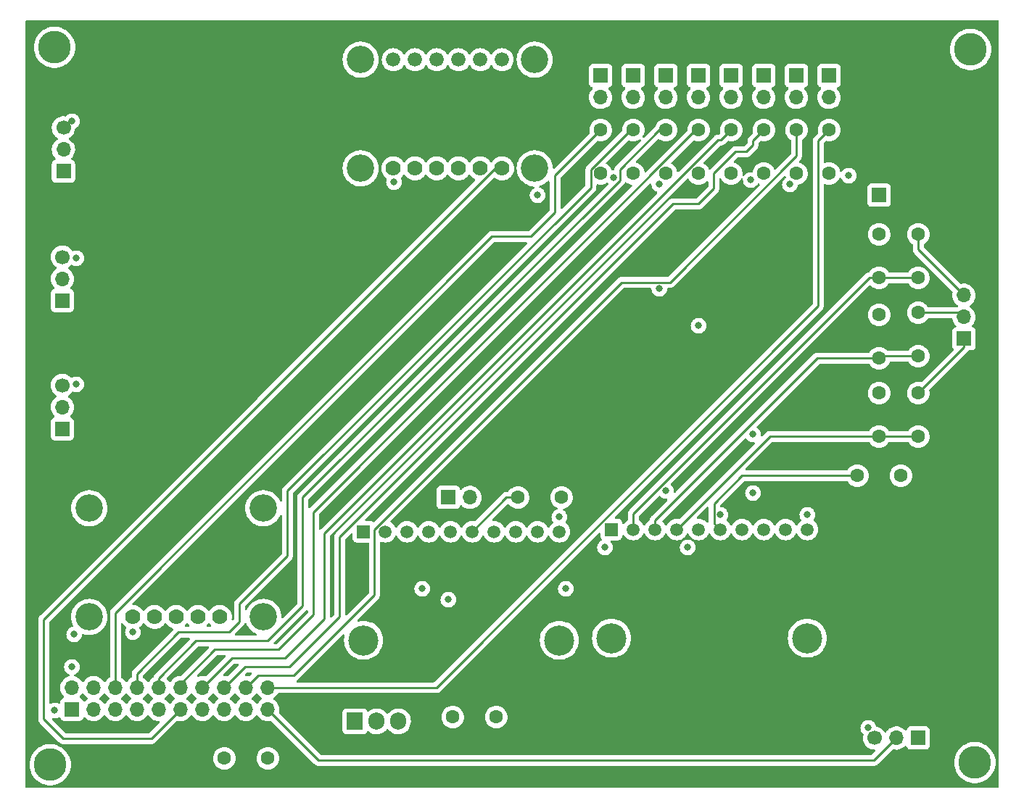
<source format=gbr>
%TF.GenerationSoftware,KiCad,Pcbnew,(6.0.0-0)*%
%TF.CreationDate,2022-10-28T11:21:17-04:00*%
%TF.ProjectId,PEC_Prognostic_Board,5045435f-5072-46f6-976e-6f737469635f,1.2*%
%TF.SameCoordinates,Original*%
%TF.FileFunction,Copper,L4,Bot*%
%TF.FilePolarity,Positive*%
%FSLAX46Y46*%
G04 Gerber Fmt 4.6, Leading zero omitted, Abs format (unit mm)*
G04 Created by KiCad (PCBNEW (6.0.0-0)) date 2022-10-28 11:21:17*
%MOMM*%
%LPD*%
G01*
G04 APERTURE LIST*
%TA.AperFunction,ComponentPad*%
%ADD10R,1.700000X1.700000*%
%TD*%
%TA.AperFunction,ComponentPad*%
%ADD11O,1.700000X1.700000*%
%TD*%
%TA.AperFunction,ComponentPad*%
%ADD12C,1.700000*%
%TD*%
%TA.AperFunction,ComponentPad*%
%ADD13C,1.600000*%
%TD*%
%TA.AperFunction,ComponentPad*%
%ADD14C,1.778000*%
%TD*%
%TA.AperFunction,ComponentPad*%
%ADD15C,3.200000*%
%TD*%
%TA.AperFunction,ComponentPad*%
%ADD16C,2.600000*%
%TD*%
%TA.AperFunction,ConnectorPad*%
%ADD17C,3.800000*%
%TD*%
%TA.AperFunction,ComponentPad*%
%ADD18R,1.508000X1.508000*%
%TD*%
%TA.AperFunction,ComponentPad*%
%ADD19C,1.508000*%
%TD*%
%TA.AperFunction,ComponentPad*%
%ADD20C,3.516000*%
%TD*%
%TA.AperFunction,ComponentPad*%
%ADD21R,1.905000X2.000000*%
%TD*%
%TA.AperFunction,ComponentPad*%
%ADD22O,1.905000X2.000000*%
%TD*%
%TA.AperFunction,ComponentPad*%
%ADD23C,1.676400*%
%TD*%
%TA.AperFunction,ViaPad*%
%ADD24C,0.800000*%
%TD*%
%TA.AperFunction,Conductor*%
%ADD25C,0.250000*%
%TD*%
G04 APERTURE END LIST*
D10*
%TO.P,U9,1,GND*%
%TO.N,GND*%
X174218923Y-124379750D03*
D11*
%TO.P,U9,2,OUT*%
%TO.N,CUR0*%
X171678923Y-124379750D03*
D12*
%TO.P,U9,3,PWR*%
%TO.N,+5V*%
X169138923Y-124379750D03*
%TD*%
D13*
%TO.P,R1,1*%
%TO.N,+5V*%
X160020000Y-58415000D03*
%TO.P,R1,2*%
%TO.N,TM1+*%
X160020000Y-53335000D03*
%TD*%
D14*
%TO.P,U1,1,VIN*%
%TO.N,+5V*%
X82543000Y-110233000D03*
%TO.P,U1,2,3VO*%
%TO.N,unconnected-(U1-Pad2)*%
X85083000Y-110233000D03*
%TO.P,U1,3,GND*%
%TO.N,GND*%
X87623000Y-110233000D03*
%TO.P,U1,4,SCL*%
%TO.N,SCL_5V*%
X90163000Y-110233000D03*
%TO.P,U1,5,SDA*%
%TO.N,SDA_5V*%
X92703000Y-110233000D03*
D15*
%TO.P,U1,P$1*%
%TO.N,N/C*%
X77463000Y-97533000D03*
X97783000Y-110233000D03*
X97783000Y-97533000D03*
X77463000Y-110233000D03*
%TD*%
D10*
%TO.P,TH7,1*%
%TO.N,GND*%
X137160000Y-46990000D03*
D11*
%TO.P,TH7,2*%
%TO.N,TM7+*%
X137160000Y-49530000D03*
%TD*%
D10*
%TO.P,TH5,1*%
%TO.N,GND*%
X144780000Y-46990000D03*
D11*
%TO.P,TH5,2*%
%TO.N,TM5+*%
X144780000Y-49530000D03*
%TD*%
D16*
%TO.P,REF\u002A\u002A,1*%
%TO.N,N/C*%
X180848000Y-127254000D03*
D17*
X180848000Y-127254000D03*
%TD*%
D13*
%TO.P,R13,1*%
%TO.N,/VoltageReads/A2_IN*%
X169672000Y-89149000D03*
%TO.P,R13,2*%
%TO.N,GND*%
X169672000Y-84069000D03*
%TD*%
%TO.P,R23,1*%
%TO.N,FAN_DRIV*%
X93223000Y-126746000D03*
%TO.P,R23,2*%
%TO.N,Net-(Q1-Pad1)*%
X98303000Y-126746000D03*
%TD*%
D10*
%TO.P,TH6,1*%
%TO.N,GND*%
X140970000Y-46990000D03*
D11*
%TO.P,TH6,2*%
%TO.N,TM6+*%
X140970000Y-49530000D03*
%TD*%
D10*
%TO.P,J2,1,Pin_1*%
%TO.N,/VoltageReads/VREAD2*%
X179578000Y-77724000D03*
D11*
%TO.P,J2,2,Pin_2*%
%TO.N,/VoltageReads/VREAD1*%
X179578000Y-75184000D03*
%TO.P,J2,3,Pin_3*%
%TO.N,/VoltageReads/VREAD0*%
X179578000Y-72644000D03*
%TD*%
D18*
%TO.P,U4,1,A3*%
%TO.N,GND*%
X109474000Y-100266500D03*
D19*
%TO.P,U4,2,A2*%
%TO.N,/VoltageReads/A2_IN*%
X112014000Y-100266500D03*
%TO.P,U4,3,A1*%
%TO.N,/VoltageReads/A1_IN*%
X114554000Y-100266500D03*
%TO.P,U4,4,A0*%
%TO.N,/VoltageReads/A0_IN*%
X117094000Y-100266500D03*
%TO.P,U4,5,ALRT*%
%TO.N,unconnected-(U4-Pad5)*%
X119634000Y-100266500D03*
%TO.P,U4,6,ADDR*%
%TO.N,Net-(U4-Pad6)*%
X122174000Y-100266500D03*
%TO.P,U4,7,SDA*%
%TO.N,SDA_5V*%
X124714000Y-100266500D03*
%TO.P,U4,8,SCL*%
%TO.N,SCL_5V*%
X127254000Y-100266500D03*
%TO.P,U4,9,GND*%
%TO.N,GND*%
X129794000Y-100266500D03*
%TO.P,U4,10,VDD*%
%TO.N,+5V*%
X132334000Y-100266500D03*
D20*
%TO.P,U4,P1*%
%TO.N,N/C*%
X132334000Y-112966500D03*
%TO.P,U4,P2*%
X109474000Y-112966500D03*
%TD*%
D13*
%TO.P,R12,1*%
%TO.N,/VoltageReads/VREAD2*%
X174244000Y-84074000D03*
%TO.P,R12,2*%
%TO.N,/VoltageReads/A2_IN*%
X174244000Y-89154000D03*
%TD*%
%TO.P,R9,1*%
%TO.N,/VoltageReads/A0_IN*%
X169672000Y-70607000D03*
%TO.P,R9,2*%
%TO.N,GND*%
X169672000Y-65527000D03*
%TD*%
%TO.P,R2,1*%
%TO.N,+5V*%
X156210000Y-58415000D03*
%TO.P,R2,2*%
%TO.N,TM2+*%
X156210000Y-53335000D03*
%TD*%
D10*
%TO.P,J3,1,Pin_1*%
%TO.N,/Fan/FAN-*%
X119375000Y-96266000D03*
D11*
%TO.P,J3,2,Pin_2*%
%TO.N,+12V*%
X121915000Y-96266000D03*
%TD*%
D10*
%TO.P,U12,1,GND*%
%TO.N,GND*%
X74311267Y-88268923D03*
D11*
%TO.P,U12,2,OUT*%
%TO.N,CUR3*%
X74311267Y-85728923D03*
D12*
%TO.P,U12,3,PWR*%
%TO.N,+5V*%
X74311267Y-83188923D03*
%TD*%
D13*
%TO.P,R0,1*%
%TO.N,+5V*%
X163830000Y-58415000D03*
%TO.P,R0,2*%
%TO.N,TM0+*%
X163830000Y-53335000D03*
%TD*%
D17*
%TO.P,REF\u002A\u002A,1*%
%TO.N,N/C*%
X73406000Y-43688000D03*
D16*
X73406000Y-43688000D03*
%TD*%
D13*
%TO.P,R8,1*%
%TO.N,/VoltageReads/VREAD0*%
X174244000Y-65532000D03*
%TO.P,R8,2*%
%TO.N,/VoltageReads/A0_IN*%
X174244000Y-70612000D03*
%TD*%
%TO.P,R10,1*%
%TO.N,/VoltageReads/VREAD1*%
X174244000Y-74681000D03*
%TO.P,R10,2*%
%TO.N,/VoltageReads/A1_IN*%
X174244000Y-79761000D03*
%TD*%
D10*
%TO.P,U11,1,GND*%
%TO.N,GND*%
X74311267Y-73268923D03*
D11*
%TO.P,U11,2,OUT*%
%TO.N,CUR2*%
X74311267Y-70728923D03*
D12*
%TO.P,U11,3,PWR*%
%TO.N,+5V*%
X74311267Y-68188923D03*
%TD*%
D13*
%TO.P,R3,1*%
%TO.N,+5V*%
X152400000Y-58415000D03*
%TO.P,R3,2*%
%TO.N,TM3+*%
X152400000Y-53335000D03*
%TD*%
D10*
%TO.P,TH0,1*%
%TO.N,GND*%
X163830000Y-46990000D03*
D11*
%TO.P,TH0,2*%
%TO.N,TM0+*%
X163830000Y-49530000D03*
%TD*%
D10*
%TO.P,TH4,1*%
%TO.N,GND*%
X148590000Y-46990000D03*
D11*
%TO.P,TH4,2*%
%TO.N,TM4+*%
X148590000Y-49530000D03*
%TD*%
D10*
%TO.P,U10,1,GND*%
%TO.N,GND*%
X74444250Y-58165647D03*
D11*
%TO.P,U10,2,OUT*%
%TO.N,CUR1*%
X74444250Y-55625647D03*
D12*
%TO.P,U10,3,PWR*%
%TO.N,+5V*%
X74444250Y-53085647D03*
%TD*%
D21*
%TO.P,Q1,1,G*%
%TO.N,Net-(Q1-Pad1)*%
X108458000Y-122428000D03*
D22*
%TO.P,Q1,2,D*%
%TO.N,/Fan/FAN-*%
X110998000Y-122428000D03*
%TO.P,Q1,3,S*%
%TO.N,GND*%
X113538000Y-122428000D03*
%TD*%
D13*
%TO.P,R22,1*%
%TO.N,Net-(U4-Pad6)*%
X127513000Y-96266000D03*
%TO.P,R22,2*%
%TO.N,GND*%
X132593000Y-96266000D03*
%TD*%
%TO.P,R21,1*%
%TO.N,+5V*%
X172212000Y-93726000D03*
%TO.P,R21,2*%
%TO.N,Net-(U3-Pad6)*%
X167132000Y-93726000D03*
%TD*%
D17*
%TO.P,REF\u002A\u002A,1*%
%TO.N,N/C*%
X72898000Y-127508000D03*
D16*
X72898000Y-127508000D03*
%TD*%
D10*
%TO.P,TH3,1*%
%TO.N,GND*%
X152400000Y-46990000D03*
D11*
%TO.P,TH3,2*%
%TO.N,TM3+*%
X152400000Y-49530000D03*
%TD*%
D16*
%TO.P,REF\u002A\u002A,1*%
%TO.N,N/C*%
X180340000Y-43942000D03*
D17*
X180340000Y-43942000D03*
%TD*%
D10*
%TO.P,J1,1,Pin_1*%
%TO.N,SCL_5V*%
X75420000Y-121040000D03*
D11*
%TO.P,J1,2,Pin_2*%
%TO.N,+5V*%
X75420000Y-118500000D03*
%TO.P,J1,3,Pin_3*%
%TO.N,SDA_5V*%
X77960000Y-121040000D03*
%TO.P,J1,4,Pin_4*%
%TO.N,GND*%
X77960000Y-118500000D03*
%TO.P,J1,5,Pin_5*%
%TO.N,unconnected-(J1-Pad5)*%
X80500000Y-121040000D03*
%TO.P,J1,6,Pin_6*%
%TO.N,TM7+*%
X80500000Y-118500000D03*
%TO.P,J1,7,Pin_7*%
%TO.N,unconnected-(J1-Pad7)*%
X83040000Y-121040000D03*
%TO.P,J1,8,Pin_8*%
%TO.N,TM6+*%
X83040000Y-118500000D03*
%TO.P,J1,9,Pin_9*%
%TO.N,FAN_DRIV*%
X85580000Y-121040000D03*
%TO.P,J1,10,Pin_10*%
%TO.N,TM5+*%
X85580000Y-118500000D03*
%TO.P,J1,11,Pin_11*%
%TO.N,IMU_INT*%
X88120000Y-121040000D03*
%TO.P,J1,12,Pin_12*%
%TO.N,TM4+*%
X88120000Y-118500000D03*
%TO.P,J1,13,Pin_13*%
%TO.N,CUR3*%
X90660000Y-121040000D03*
%TO.P,J1,14,Pin_14*%
%TO.N,TM3+*%
X90660000Y-118500000D03*
%TO.P,J1,15,Pin_15*%
%TO.N,CUR2*%
X93200000Y-121040000D03*
%TO.P,J1,16,Pin_16*%
%TO.N,TM2+*%
X93200000Y-118500000D03*
%TO.P,J1,17,Pin_17*%
%TO.N,CUR1*%
X95740000Y-121040000D03*
%TO.P,J1,18,Pin_18*%
%TO.N,TM1+*%
X95740000Y-118500000D03*
%TO.P,J1,19,Pin_19*%
%TO.N,CUR0*%
X98280000Y-121040000D03*
%TO.P,J1,20,Pin_20*%
%TO.N,TM0+*%
X98280000Y-118500000D03*
%TD*%
D10*
%TO.P,TH1,1*%
%TO.N,GND*%
X160020000Y-46990000D03*
D11*
%TO.P,TH1,2*%
%TO.N,TM1+*%
X160020000Y-49530000D03*
%TD*%
D18*
%TO.P,U3,1,A3*%
%TO.N,+12V*%
X138430000Y-100012500D03*
D19*
%TO.P,U3,2,A2*%
%TO.N,/VoltageReads/A0_IN*%
X140970000Y-100012500D03*
%TO.P,U3,3,A1*%
%TO.N,/VoltageReads/A1_IN*%
X143510000Y-100012500D03*
%TO.P,U3,4,A0*%
%TO.N,/VoltageReads/A2_IN*%
X146050000Y-100012500D03*
%TO.P,U3,5,ALRT*%
%TO.N,unconnected-(U3-Pad5)*%
X148590000Y-100012500D03*
%TO.P,U3,6,ADDR*%
%TO.N,Net-(U3-Pad6)*%
X151130000Y-100012500D03*
%TO.P,U3,7,SDA*%
%TO.N,SDA_5V*%
X153670000Y-100012500D03*
%TO.P,U3,8,SCL*%
%TO.N,SCL_5V*%
X156210000Y-100012500D03*
%TO.P,U3,9,GND*%
%TO.N,GND*%
X158750000Y-100012500D03*
%TO.P,U3,10,VDD*%
%TO.N,+5V*%
X161290000Y-100012500D03*
D20*
%TO.P,U3,P1*%
%TO.N,N/C*%
X161290000Y-112712500D03*
%TO.P,U3,P2*%
X138430000Y-112712500D03*
%TD*%
D14*
%TO.P,U2,0,VIN*%
%TO.N,+5V*%
X112953000Y-57828000D03*
%TO.P,U2,1,3VO*%
%TO.N,unconnected-(U2-Pad1)*%
X115493000Y-57828000D03*
%TO.P,U2,2,GND*%
%TO.N,GND*%
X118033000Y-57828000D03*
%TO.P,U2,3,SCL*%
%TO.N,SCL_5V*%
X120573000Y-57828000D03*
%TO.P,U2,4,SDA*%
%TO.N,SDA_5V*%
X123113000Y-57828000D03*
%TO.P,U2,5,INT*%
%TO.N,IMU_INT*%
X125653000Y-57828000D03*
D23*
%TO.P,U2,6*%
%TO.N,N/C*%
X112953000Y-45128000D03*
%TO.P,U2,7*%
X115493000Y-45128000D03*
%TO.P,U2,8*%
X118033000Y-45128000D03*
%TO.P,U2,9*%
X120573000Y-45128000D03*
%TO.P,U2,10*%
X123113000Y-45128000D03*
%TO.P,U2,11*%
X125653000Y-45128000D03*
D15*
%TO.P,U2,P$1*%
X129463000Y-57828000D03*
X109143000Y-45128000D03*
X129463000Y-45128000D03*
X109143000Y-57828000D03*
%TD*%
D10*
%TO.P,TH2,1*%
%TO.N,GND*%
X156210000Y-46990000D03*
D11*
%TO.P,TH2,2*%
%TO.N,TM2+*%
X156210000Y-49530000D03*
%TD*%
D13*
%TO.P,R20,1*%
%TO.N,Net-(Q1-Pad1)*%
X119893000Y-121920000D03*
%TO.P,R20,2*%
%TO.N,GND*%
X124973000Y-121920000D03*
%TD*%
%TO.P,R5,1*%
%TO.N,+5V*%
X144780000Y-58415000D03*
%TO.P,R5,2*%
%TO.N,TM5+*%
X144780000Y-53335000D03*
%TD*%
%TO.P,R4,1*%
%TO.N,+5V*%
X148590000Y-58415000D03*
%TO.P,R4,2*%
%TO.N,TM4+*%
X148590000Y-53335000D03*
%TD*%
%TO.P,R6,1*%
%TO.N,+5V*%
X140970000Y-58415000D03*
%TO.P,R6,2*%
%TO.N,TM6+*%
X140970000Y-53335000D03*
%TD*%
%TO.P,R11,1*%
%TO.N,/VoltageReads/A1_IN*%
X169672000Y-80005000D03*
%TO.P,R11,2*%
%TO.N,GND*%
X169672000Y-74925000D03*
%TD*%
D10*
%TO.P,J4,1,Pin_1*%
%TO.N,+12V*%
X169672000Y-60960000D03*
%TD*%
D13*
%TO.P,R7,1*%
%TO.N,+5V*%
X137160000Y-58420000D03*
%TO.P,R7,2*%
%TO.N,TM7+*%
X137160000Y-53340000D03*
%TD*%
D24*
%TO.N,+5V*%
X159258000Y-59690000D03*
X151130000Y-98298000D03*
X75946000Y-83058000D03*
X132334000Y-98552000D03*
X75438000Y-116078000D03*
X154686000Y-59182000D03*
X113030000Y-59436000D03*
X75946000Y-68326000D03*
X168402000Y-123190000D03*
X161290000Y-98298000D03*
X82550000Y-112014000D03*
X144018000Y-59690000D03*
X75438000Y-52324000D03*
X138684000Y-58928000D03*
X166116000Y-58674000D03*
%TO.N,GND*%
X154940000Y-88900000D03*
X148590000Y-76200000D03*
X73406000Y-121158000D03*
X144780000Y-95504000D03*
X133096000Y-106934000D03*
X75692000Y-112268000D03*
X137668000Y-102108000D03*
X116332000Y-106934000D03*
X144018000Y-71882000D03*
X147320000Y-102108000D03*
X129794000Y-60960000D03*
X119380000Y-108204000D03*
X154940000Y-95758000D03*
%TD*%
D25*
%TO.N,TM0+*%
X163830000Y-53335000D02*
X162560000Y-54605000D01*
X162560000Y-73914000D02*
X117974000Y-118500000D01*
X162560000Y-54605000D02*
X162560000Y-73914000D01*
X117974000Y-118500000D02*
X98280000Y-118500000D01*
%TO.N,TM1+*%
X145250511Y-71157489D02*
X160020000Y-56388000D01*
X110744000Y-100011254D02*
X139597765Y-71157489D01*
X160020000Y-56388000D02*
X160020000Y-53335000D01*
X97146000Y-117094000D02*
X95740000Y-118500000D01*
X110744000Y-107696000D02*
X101346000Y-117094000D01*
X139597765Y-71157489D02*
X145250511Y-71157489D01*
X110744000Y-100011254D02*
X110744000Y-107696000D01*
X101346000Y-117094000D02*
X97146000Y-117094000D01*
%TO.N,TM2+*%
X152908000Y-55880000D02*
X150368000Y-58420000D01*
X154178000Y-55880000D02*
X152908000Y-55880000D01*
X95622000Y-116078000D02*
X93200000Y-118500000D01*
X145607478Y-61976000D02*
X106680000Y-100903478D01*
X154940000Y-55118000D02*
X154940000Y-54605000D01*
X106680000Y-100903478D02*
X106680000Y-110236000D01*
X154940000Y-55118000D02*
X154178000Y-55880000D01*
X100838000Y-116078000D02*
X95622000Y-116078000D01*
X150368000Y-58420000D02*
X150368000Y-60198000D01*
X106680000Y-110236000D02*
X100838000Y-116078000D01*
X154940000Y-54605000D02*
X156210000Y-53335000D01*
X148590000Y-61976000D02*
X145607478Y-61976000D01*
X150368000Y-60198000D02*
X148590000Y-61976000D01*
%TO.N,TM3+*%
X151226990Y-54508010D02*
X152400000Y-53335000D01*
X104902000Y-110490000D02*
X100330000Y-115062000D01*
X150876000Y-54508010D02*
X104902000Y-100482010D01*
X150876000Y-54508010D02*
X151226990Y-54508010D01*
X104902000Y-100482010D02*
X104902000Y-110490000D01*
X100330000Y-115062000D02*
X94098000Y-115062000D01*
X94098000Y-115062000D02*
X90660000Y-118500000D01*
%TO.N,TM4+*%
X92134000Y-114046000D02*
X88120000Y-118060000D01*
X148269700Y-53335000D02*
X103632000Y-97972700D01*
X103632000Y-97972700D02*
X103632000Y-109982000D01*
X99568000Y-114046000D02*
X92134000Y-114046000D01*
X103632000Y-109982000D02*
X99568000Y-114046000D01*
X148590000Y-53335000D02*
X148269700Y-53335000D01*
X88120000Y-118060000D02*
X88120000Y-118500000D01*
%TO.N,TM5+*%
X144780000Y-53335000D02*
X144023000Y-53335000D01*
X85580000Y-117366000D02*
X85580000Y-118500000D01*
X144023000Y-53335000D02*
X139408511Y-57949489D01*
X98298000Y-113030000D02*
X89916000Y-113030000D01*
X139408511Y-59228103D02*
X102362000Y-96274614D01*
X89916000Y-113030000D02*
X85580000Y-117366000D01*
X139408511Y-57949489D02*
X139408511Y-59228103D01*
X102362000Y-108966000D02*
X98298000Y-113030000D01*
X102362000Y-96274614D02*
X102362000Y-108966000D01*
%TO.N,TM6+*%
X83040000Y-116858000D02*
X83040000Y-118500000D01*
X136035489Y-60052511D02*
X100584000Y-95504000D01*
X100584000Y-103124000D02*
X94996000Y-108712000D01*
X93747960Y-112014000D02*
X87884000Y-112014000D01*
X87884000Y-112014000D02*
X83040000Y-116858000D01*
X140654700Y-53335000D02*
X136035489Y-57954211D01*
X94996000Y-108712000D02*
X94996000Y-110765960D01*
X140970000Y-53335000D02*
X140654700Y-53335000D01*
X136035489Y-57954211D02*
X136035489Y-60052511D01*
X100584000Y-95504000D02*
X100584000Y-103124000D01*
X94996000Y-110765960D02*
X93747960Y-112014000D01*
%TO.N,CUR0*%
X169058673Y-127000000D02*
X104240000Y-127000000D01*
X104240000Y-127000000D02*
X98280000Y-121040000D01*
X171678923Y-124379750D02*
X169058673Y-127000000D01*
%TO.N,TM7+*%
X124460000Y-65786000D02*
X80500000Y-109746000D01*
X129032000Y-65786000D02*
X124460000Y-65786000D01*
X131826000Y-62992000D02*
X129032000Y-65786000D01*
X137160000Y-53340000D02*
X131826000Y-58674000D01*
X131826000Y-58674000D02*
X131826000Y-62992000D01*
X80500000Y-109746000D02*
X80500000Y-118500000D01*
%TO.N,IMU_INT*%
X74422000Y-124460000D02*
X84700000Y-124460000D01*
X84700000Y-124460000D02*
X88120000Y-121040000D01*
X125653000Y-57828000D02*
X124844500Y-57828000D01*
X124844500Y-57828000D02*
X72136000Y-110536500D01*
X72136000Y-110536500D02*
X72136000Y-122174000D01*
X72136000Y-122174000D02*
X74422000Y-124460000D01*
%TO.N,/VoltageReads/VREAD0*%
X174244000Y-67310000D02*
X179578000Y-72644000D01*
X174244000Y-65532000D02*
X174244000Y-67310000D01*
%TO.N,/VoltageReads/A0_IN*%
X169672000Y-70607000D02*
X168540630Y-70607000D01*
X174244000Y-70612000D02*
X169677000Y-70612000D01*
X169677000Y-70612000D02*
X169672000Y-70607000D01*
X168540630Y-70607000D02*
X140970000Y-98177630D01*
X140970000Y-98177630D02*
X140970000Y-100012500D01*
%TO.N,/VoltageReads/VREAD1*%
X174244000Y-74681000D02*
X179075000Y-74681000D01*
X179075000Y-74681000D02*
X179578000Y-75184000D01*
%TO.N,/VoltageReads/A1_IN*%
X143510000Y-98946183D02*
X143510000Y-100012500D01*
X169672000Y-80005000D02*
X162451183Y-80005000D01*
X169408000Y-79761000D02*
X169164000Y-80005000D01*
X174244000Y-79761000D02*
X169916000Y-79761000D01*
X162451183Y-80005000D02*
X143510000Y-98946183D01*
X169916000Y-79761000D02*
X169672000Y-80005000D01*
%TO.N,/VoltageReads/VREAD2*%
X179578000Y-77724000D02*
X179578000Y-78740000D01*
X179578000Y-78740000D02*
X174244000Y-84074000D01*
%TO.N,/VoltageReads/A2_IN*%
X169677000Y-89154000D02*
X169672000Y-89149000D01*
X156913500Y-89149000D02*
X146050000Y-100012500D01*
X169672000Y-89149000D02*
X156913500Y-89149000D01*
X169169000Y-89154000D02*
X169164000Y-89149000D01*
X174244000Y-89154000D02*
X169677000Y-89154000D01*
%TO.N,Net-(U3-Pad6)*%
X150405489Y-99287989D02*
X151130000Y-100012500D01*
X150405489Y-96990511D02*
X150405489Y-99287989D01*
X167132000Y-93726000D02*
X153670000Y-93726000D01*
X153670000Y-93726000D02*
X150405489Y-96990511D01*
%TO.N,Net-(U4-Pad6)*%
X126174500Y-96266000D02*
X122174000Y-100266500D01*
X127513000Y-96266000D02*
X126174500Y-96266000D01*
%TD*%
%TA.AperFunction,NonConductor*%
G36*
X141793404Y-54445750D02*
G01*
X141841988Y-54497521D01*
X141854870Y-54567339D01*
X141827961Y-54633038D01*
X141818638Y-54643457D01*
X139016258Y-57445837D01*
X139007972Y-57453377D01*
X139001493Y-57457489D01*
X138996068Y-57463266D01*
X138954868Y-57507140D01*
X138952113Y-57509982D01*
X138932376Y-57529719D01*
X138929896Y-57532916D01*
X138922193Y-57541936D01*
X138891925Y-57574168D01*
X138888106Y-57581114D01*
X138888104Y-57581117D01*
X138882163Y-57591923D01*
X138871312Y-57608442D01*
X138858897Y-57624448D01*
X138855752Y-57631717D01*
X138855749Y-57631721D01*
X138841337Y-57665026D01*
X138836120Y-57675676D01*
X138814816Y-57714429D01*
X138812845Y-57722104D01*
X138812845Y-57722105D01*
X138809778Y-57734051D01*
X138803374Y-57752755D01*
X138802947Y-57753743D01*
X138795330Y-57771344D01*
X138794091Y-57779167D01*
X138794088Y-57779177D01*
X138788412Y-57815013D01*
X138786006Y-57826633D01*
X138784794Y-57831355D01*
X138775011Y-57869459D01*
X138775011Y-57889713D01*
X138773459Y-57909430D01*
X138772859Y-57913217D01*
X138742443Y-57977369D01*
X138682173Y-58014892D01*
X138648411Y-58019500D01*
X138588513Y-58019500D01*
X138582061Y-58020872D01*
X138582056Y-58020872D01*
X138530514Y-58031828D01*
X138459723Y-58026426D01*
X138403090Y-57983609D01*
X138390122Y-57961831D01*
X138299849Y-57768238D01*
X138299846Y-57768233D01*
X138297523Y-57763251D01*
X138208731Y-57636443D01*
X138169357Y-57580211D01*
X138169355Y-57580208D01*
X138166198Y-57575700D01*
X138004300Y-57413802D01*
X137999792Y-57410645D01*
X137999789Y-57410643D01*
X137816749Y-57282477D01*
X137817749Y-57281049D01*
X137774183Y-57235362D01*
X137760744Y-57165649D01*
X137787128Y-57099737D01*
X137797079Y-57088526D01*
X140318949Y-54566656D01*
X140381261Y-54532630D01*
X140452076Y-54537695D01*
X140461293Y-54541556D01*
X140515768Y-54566958D01*
X140515772Y-54566959D01*
X140520757Y-54569284D01*
X140544728Y-54575707D01*
X140736598Y-54627119D01*
X140736600Y-54627119D01*
X140741913Y-54628543D01*
X140970000Y-54648498D01*
X141198087Y-54628543D01*
X141203400Y-54627119D01*
X141203402Y-54627119D01*
X141413933Y-54570707D01*
X141413935Y-54570706D01*
X141419243Y-54569284D01*
X141451175Y-54554394D01*
X141621762Y-54474849D01*
X141621767Y-54474846D01*
X141626749Y-54472523D01*
X141647378Y-54458078D01*
X141657270Y-54451152D01*
X141724544Y-54428465D01*
X141793404Y-54445750D01*
G37*
%TD.AperFunction*%
%TA.AperFunction,NonConductor*%
G36*
X140168221Y-59450973D02*
G01*
X140308737Y-59549363D01*
X140308742Y-59549366D01*
X140313251Y-59552523D01*
X140318233Y-59554846D01*
X140318238Y-59554849D01*
X140515771Y-59646959D01*
X140520757Y-59649284D01*
X140526065Y-59650706D01*
X140526067Y-59650707D01*
X140558454Y-59659385D01*
X140734860Y-59706653D01*
X140795481Y-59743604D01*
X140826502Y-59807464D01*
X140818074Y-59877959D01*
X140791342Y-59917454D01*
X121997817Y-78710978D01*
X103239747Y-97469048D01*
X103231461Y-97476588D01*
X103224982Y-97480700D01*
X103219557Y-97486477D01*
X103213351Y-97493086D01*
X103152138Y-97529052D01*
X103081198Y-97526215D01*
X103023054Y-97485475D01*
X102996165Y-97419767D01*
X102995500Y-97406834D01*
X102995500Y-96589208D01*
X103015502Y-96521087D01*
X103032405Y-96500113D01*
X139800758Y-59731760D01*
X139809048Y-59724216D01*
X139815529Y-59720103D01*
X139826385Y-59708543D01*
X139862169Y-59670436D01*
X139864924Y-59667594D01*
X139884645Y-59647873D01*
X139887123Y-59644678D01*
X139894829Y-59635656D01*
X139910127Y-59619365D01*
X139925097Y-59603424D01*
X139934857Y-59585671D01*
X139945710Y-59569148D01*
X139946867Y-59567656D01*
X139958124Y-59553144D01*
X139975687Y-59512560D01*
X139980894Y-59501930D01*
X139985538Y-59493483D01*
X140035882Y-59443426D01*
X140105299Y-59428533D01*
X140168221Y-59450973D01*
G37*
%TD.AperFunction*%
%TA.AperFunction,NonConductor*%
G36*
X151210012Y-58985208D02*
G01*
X151241695Y-59027182D01*
X151260151Y-59066762D01*
X151260154Y-59066767D01*
X151262477Y-59071749D01*
X151310792Y-59140750D01*
X151390052Y-59253944D01*
X151393802Y-59259300D01*
X151555700Y-59421198D01*
X151560208Y-59424355D01*
X151560211Y-59424357D01*
X151598223Y-59450973D01*
X151743251Y-59552523D01*
X151748233Y-59554846D01*
X151748238Y-59554849D01*
X151945771Y-59646959D01*
X151950757Y-59649284D01*
X151956065Y-59650706D01*
X151956067Y-59650707D01*
X152166598Y-59707119D01*
X152166600Y-59707119D01*
X152171913Y-59708543D01*
X152400000Y-59728498D01*
X152628087Y-59708543D01*
X152633400Y-59707119D01*
X152633402Y-59707119D01*
X152843933Y-59650707D01*
X152843935Y-59650706D01*
X152849243Y-59649284D01*
X152854229Y-59646959D01*
X153051762Y-59554849D01*
X153051767Y-59554846D01*
X153056749Y-59552523D01*
X153201777Y-59450973D01*
X153239789Y-59424357D01*
X153239792Y-59424355D01*
X153244300Y-59421198D01*
X153406198Y-59259300D01*
X153409949Y-59253944D01*
X153489208Y-59140750D01*
X153537523Y-59071749D01*
X153539849Y-59066761D01*
X153542599Y-59061998D01*
X153544829Y-59063285D01*
X153584738Y-59018131D01*
X153653052Y-58998798D01*
X153720973Y-59019468D01*
X153766937Y-59073577D01*
X153777125Y-59137961D01*
X153772496Y-59182000D01*
X153773186Y-59188565D01*
X153790863Y-59356749D01*
X153792458Y-59371928D01*
X153851473Y-59553556D01*
X153854776Y-59559278D01*
X153854777Y-59559279D01*
X153888686Y-59618010D01*
X153946960Y-59718944D01*
X153951378Y-59723851D01*
X153951379Y-59723852D01*
X154034638Y-59816320D01*
X154074747Y-59860866D01*
X154229248Y-59973118D01*
X154235276Y-59975802D01*
X154235278Y-59975803D01*
X154380144Y-60040301D01*
X154403712Y-60050794D01*
X154497113Y-60070647D01*
X154584056Y-60089128D01*
X154584061Y-60089128D01*
X154590513Y-60090500D01*
X154781487Y-60090500D01*
X154787939Y-60089128D01*
X154787944Y-60089128D01*
X154874887Y-60070647D01*
X154968288Y-60050794D01*
X154991856Y-60040301D01*
X155136722Y-59975803D01*
X155136724Y-59975802D01*
X155142752Y-59973118D01*
X155172470Y-59951527D01*
X155296485Y-59861424D01*
X155302550Y-59859260D01*
X155316772Y-59839188D01*
X155420621Y-59723852D01*
X155420622Y-59723851D01*
X155425040Y-59718944D01*
X155470209Y-59640709D01*
X155521591Y-59591716D01*
X155591305Y-59578280D01*
X155632578Y-59589514D01*
X155667270Y-59605691D01*
X155720555Y-59652608D01*
X155740016Y-59720885D01*
X155719474Y-59788845D01*
X155703115Y-59808981D01*
X155499503Y-60012593D01*
X155476149Y-60025346D01*
X155470326Y-60040301D01*
X155459641Y-60052455D01*
X150234670Y-65277425D01*
X145025011Y-70487084D01*
X144962699Y-70521110D01*
X144935916Y-70523989D01*
X139676532Y-70523989D01*
X139665349Y-70523462D01*
X139657856Y-70521787D01*
X139649930Y-70522036D01*
X139649929Y-70522036D01*
X139589766Y-70523927D01*
X139585808Y-70523989D01*
X139557909Y-70523989D01*
X139553919Y-70524493D01*
X139542085Y-70525425D01*
X139497876Y-70526815D01*
X139490262Y-70529027D01*
X139490257Y-70529028D01*
X139478424Y-70532466D01*
X139459061Y-70536477D01*
X139438968Y-70539015D01*
X139431601Y-70541932D01*
X139431596Y-70541933D01*
X139397857Y-70555291D01*
X139386630Y-70559135D01*
X139344172Y-70571471D01*
X139337346Y-70575508D01*
X139326737Y-70581782D01*
X139308989Y-70590477D01*
X139290148Y-70597937D01*
X139283732Y-70602599D01*
X139283731Y-70602599D01*
X139254378Y-70623925D01*
X139244458Y-70630441D01*
X139213230Y-70648909D01*
X139213227Y-70648911D01*
X139206403Y-70652947D01*
X139192082Y-70667268D01*
X139177049Y-70680108D01*
X139160658Y-70692017D01*
X139155607Y-70698123D01*
X139132467Y-70726094D01*
X139124477Y-70734873D01*
X110736441Y-99122908D01*
X110674129Y-99156934D01*
X110603314Y-99151869D01*
X110571781Y-99134639D01*
X110481892Y-99067271D01*
X110481890Y-99067270D01*
X110474705Y-99061885D01*
X110338316Y-99010755D01*
X110276134Y-99004000D01*
X109779572Y-99004000D01*
X109711451Y-98983998D01*
X109664958Y-98930342D01*
X109654854Y-98860068D01*
X109684348Y-98795488D01*
X109690477Y-98788905D01*
X145832977Y-62646405D01*
X145895289Y-62612379D01*
X145922072Y-62609500D01*
X148511233Y-62609500D01*
X148522416Y-62610027D01*
X148529909Y-62611702D01*
X148537835Y-62611453D01*
X148537836Y-62611453D01*
X148597986Y-62609562D01*
X148601945Y-62609500D01*
X148629856Y-62609500D01*
X148633791Y-62609003D01*
X148633856Y-62608995D01*
X148645693Y-62608062D01*
X148677951Y-62607048D01*
X148681970Y-62606922D01*
X148689889Y-62606673D01*
X148709343Y-62601021D01*
X148728700Y-62597013D01*
X148740930Y-62595468D01*
X148740931Y-62595468D01*
X148748797Y-62594474D01*
X148756168Y-62591555D01*
X148756170Y-62591555D01*
X148789912Y-62578196D01*
X148801142Y-62574351D01*
X148835983Y-62564229D01*
X148835984Y-62564229D01*
X148843593Y-62562018D01*
X148850412Y-62557985D01*
X148850417Y-62557983D01*
X148861028Y-62551707D01*
X148878776Y-62543012D01*
X148897617Y-62535552D01*
X148922463Y-62517501D01*
X148933387Y-62509564D01*
X148943307Y-62503048D01*
X148974535Y-62484580D01*
X148974538Y-62484578D01*
X148981362Y-62480542D01*
X148995683Y-62466221D01*
X149010717Y-62453380D01*
X149020694Y-62446131D01*
X149027107Y-62441472D01*
X149055298Y-62407395D01*
X149063288Y-62398616D01*
X150760247Y-60701657D01*
X150768537Y-60694113D01*
X150775018Y-60690000D01*
X150821659Y-60640332D01*
X150824413Y-60637491D01*
X150844135Y-60617769D01*
X150846619Y-60614567D01*
X150854317Y-60605555D01*
X150879161Y-60579098D01*
X150884586Y-60573321D01*
X150894347Y-60555566D01*
X150905198Y-60539047D01*
X150917614Y-60523041D01*
X150935174Y-60482463D01*
X150940391Y-60471813D01*
X150961695Y-60433060D01*
X150966733Y-60413437D01*
X150973137Y-60394734D01*
X150978033Y-60383420D01*
X150978033Y-60383419D01*
X150981181Y-60376145D01*
X150982420Y-60368322D01*
X150982423Y-60368312D01*
X150988099Y-60332476D01*
X150990505Y-60320856D01*
X150999528Y-60285711D01*
X150999528Y-60285710D01*
X151001500Y-60278030D01*
X151001500Y-60257776D01*
X151003051Y-60238065D01*
X151004225Y-60230656D01*
X151006220Y-60218057D01*
X151002059Y-60174038D01*
X151001500Y-60162181D01*
X151001500Y-59080432D01*
X151021502Y-59012311D01*
X151075158Y-58965818D01*
X151145432Y-58955714D01*
X151210012Y-58985208D01*
G37*
%TD.AperFunction*%
%TA.AperFunction,NonConductor*%
G36*
X149690021Y-97372549D02*
G01*
X149746857Y-97415096D01*
X149771668Y-97481616D01*
X149771989Y-97490605D01*
X149771989Y-99104853D01*
X149751987Y-99172974D01*
X149698331Y-99219467D01*
X149628057Y-99229571D01*
X149563477Y-99200077D01*
X149556894Y-99193948D01*
X149404620Y-99041674D01*
X149400112Y-99038517D01*
X149400109Y-99038515D01*
X149228171Y-98918123D01*
X149228168Y-98918121D01*
X149223662Y-98914966D01*
X149218680Y-98912643D01*
X149218675Y-98912640D01*
X149028432Y-98823929D01*
X149028431Y-98823929D01*
X149023450Y-98821606D01*
X149018142Y-98820184D01*
X149018140Y-98820183D01*
X148901409Y-98788905D01*
X148810068Y-98764430D01*
X148590000Y-98745177D01*
X148521967Y-98751129D01*
X148452363Y-98737140D01*
X148401370Y-98687740D01*
X148385180Y-98618614D01*
X148408933Y-98551709D01*
X148421891Y-98536513D01*
X149556894Y-97401510D01*
X149619206Y-97367484D01*
X149690021Y-97372549D01*
G37*
%TD.AperFunction*%
%TA.AperFunction,NonConductor*%
G36*
X144062021Y-96085679D02*
G01*
X144111622Y-96119422D01*
X144168747Y-96182866D01*
X144323248Y-96295118D01*
X144329276Y-96297802D01*
X144329278Y-96297803D01*
X144414864Y-96335908D01*
X144497712Y-96372794D01*
X144591112Y-96392647D01*
X144678056Y-96411128D01*
X144678061Y-96411128D01*
X144684513Y-96412500D01*
X144843588Y-96412500D01*
X144911709Y-96432502D01*
X144958202Y-96486158D01*
X144968306Y-96556432D01*
X144938812Y-96621012D01*
X144932683Y-96627595D01*
X143117747Y-98442531D01*
X143109461Y-98450071D01*
X143102982Y-98454183D01*
X143097557Y-98459960D01*
X143056357Y-98503834D01*
X143053602Y-98506676D01*
X143033865Y-98526413D01*
X143031385Y-98529610D01*
X143023682Y-98538630D01*
X142993414Y-98570862D01*
X142989595Y-98577808D01*
X142989593Y-98577811D01*
X142983652Y-98588617D01*
X142972801Y-98605136D01*
X142960386Y-98621142D01*
X142957241Y-98628411D01*
X142957238Y-98628415D01*
X142942826Y-98661720D01*
X142937609Y-98672370D01*
X142916305Y-98711123D01*
X142914334Y-98718798D01*
X142914334Y-98718799D01*
X142911267Y-98730745D01*
X142904863Y-98749449D01*
X142901702Y-98756755D01*
X142896819Y-98768038D01*
X142895580Y-98775861D01*
X142895577Y-98775871D01*
X142889901Y-98811707D01*
X142887495Y-98823327D01*
X142881738Y-98845750D01*
X142876500Y-98866153D01*
X142876500Y-98866501D01*
X142849468Y-98928488D01*
X142825111Y-98950835D01*
X142699896Y-99038511D01*
X142699890Y-99038516D01*
X142695380Y-99041674D01*
X142539174Y-99197880D01*
X142412466Y-99378839D01*
X142410145Y-99383817D01*
X142410143Y-99383820D01*
X142354195Y-99503801D01*
X142307278Y-99557086D01*
X142239000Y-99576547D01*
X142171040Y-99556005D01*
X142125805Y-99503801D01*
X142069857Y-99383820D01*
X142069855Y-99383817D01*
X142067534Y-99378839D01*
X141940826Y-99197880D01*
X141784620Y-99041674D01*
X141780112Y-99038517D01*
X141780109Y-99038515D01*
X141657229Y-98952474D01*
X141612901Y-98897017D01*
X141603500Y-98849261D01*
X141603500Y-98492224D01*
X141623502Y-98424103D01*
X141640405Y-98403129D01*
X143928894Y-96114640D01*
X143991206Y-96080614D01*
X144062021Y-96085679D01*
G37*
%TD.AperFunction*%
%TA.AperFunction,NonConductor*%
G36*
X154113359Y-89342894D02*
G01*
X154170195Y-89385441D01*
X154178445Y-89397948D01*
X154191341Y-89420283D01*
X154200960Y-89436944D01*
X154328747Y-89578866D01*
X154483248Y-89691118D01*
X154489276Y-89693802D01*
X154489278Y-89693803D01*
X154651681Y-89766109D01*
X154657712Y-89768794D01*
X154735738Y-89785379D01*
X154838056Y-89807128D01*
X154838061Y-89807128D01*
X154844513Y-89808500D01*
X155035487Y-89808500D01*
X155041944Y-89807127D01*
X155042900Y-89807027D01*
X155112738Y-89819800D01*
X155164584Y-89868302D01*
X155181978Y-89937135D01*
X155159396Y-90004445D01*
X155145165Y-90021431D01*
X150783846Y-94382749D01*
X146425689Y-98740906D01*
X146363377Y-98774932D01*
X146303984Y-98773518D01*
X146275382Y-98765854D01*
X146275383Y-98765854D01*
X146270068Y-98764430D01*
X146050000Y-98745177D01*
X145829932Y-98764430D01*
X145738591Y-98788905D01*
X145621860Y-98820183D01*
X145621858Y-98820184D01*
X145616550Y-98821606D01*
X145611569Y-98823928D01*
X145611568Y-98823929D01*
X145421320Y-98912643D01*
X145421317Y-98912645D01*
X145416339Y-98914966D01*
X145235380Y-99041674D01*
X145079174Y-99197880D01*
X144952466Y-99378839D01*
X144950145Y-99383817D01*
X144950143Y-99383820D01*
X144894195Y-99503801D01*
X144847278Y-99557086D01*
X144779000Y-99576547D01*
X144711040Y-99556005D01*
X144665805Y-99503801D01*
X144609857Y-99383820D01*
X144609855Y-99383817D01*
X144607534Y-99378839D01*
X144480826Y-99197880D01*
X144406612Y-99123666D01*
X144372586Y-99061354D01*
X144377651Y-98990539D01*
X144406612Y-98945476D01*
X153980232Y-89371855D01*
X154042544Y-89337829D01*
X154113359Y-89342894D01*
G37*
%TD.AperFunction*%
%TA.AperFunction,NonConductor*%
G36*
X143023218Y-59581552D02*
G01*
X143080054Y-59624099D01*
X143104526Y-59689711D01*
X143104496Y-59690000D01*
X143105021Y-59694993D01*
X143105021Y-59694999D01*
X143123768Y-59873364D01*
X143124458Y-59879928D01*
X143183473Y-60061556D01*
X143278960Y-60226944D01*
X143283378Y-60231851D01*
X143283379Y-60231852D01*
X143346639Y-60302109D01*
X143406747Y-60368866D01*
X143504656Y-60440001D01*
X143552942Y-60475083D01*
X143561248Y-60481118D01*
X143567274Y-60483801D01*
X143567281Y-60483805D01*
X143655409Y-60523041D01*
X143702189Y-60543868D01*
X143756284Y-60589848D01*
X143776934Y-60657775D01*
X143757582Y-60726083D01*
X143740035Y-60748070D01*
X104509747Y-99978358D01*
X104501461Y-99985898D01*
X104494982Y-99990010D01*
X104489557Y-99995787D01*
X104483351Y-100002396D01*
X104422138Y-100038362D01*
X104351198Y-100035525D01*
X104293054Y-99994785D01*
X104266165Y-99929077D01*
X104265500Y-99916144D01*
X104265500Y-98287294D01*
X104285502Y-98219173D01*
X104302405Y-98198199D01*
X142890091Y-59610513D01*
X142952403Y-59576487D01*
X143023218Y-59581552D01*
G37*
%TD.AperFunction*%
%TA.AperFunction,NonConductor*%
G36*
X108129532Y-100454016D02*
G01*
X108186368Y-100496563D01*
X108211179Y-100563083D01*
X108211500Y-100572072D01*
X108211500Y-101068634D01*
X108218255Y-101130816D01*
X108269385Y-101267205D01*
X108356739Y-101383761D01*
X108473295Y-101471115D01*
X108609684Y-101522245D01*
X108671866Y-101529000D01*
X109984500Y-101529000D01*
X110052621Y-101549002D01*
X110099114Y-101602658D01*
X110110500Y-101655000D01*
X110110500Y-107381406D01*
X110090498Y-107449527D01*
X110073595Y-107470501D01*
X107528595Y-110015500D01*
X107466283Y-110049526D01*
X107395467Y-110044461D01*
X107338632Y-110001914D01*
X107313821Y-109935394D01*
X107313500Y-109926405D01*
X107313500Y-101218072D01*
X107333502Y-101149951D01*
X107350405Y-101128977D01*
X107996405Y-100482977D01*
X108058717Y-100448951D01*
X108129532Y-100454016D01*
G37*
%TD.AperFunction*%
%TA.AperFunction,NonConductor*%
G36*
X147380668Y-59003412D02*
G01*
X147437504Y-59045959D01*
X147447181Y-59062125D01*
X147447401Y-59061998D01*
X147450151Y-59066760D01*
X147452477Y-59071749D01*
X147500792Y-59140750D01*
X147580052Y-59253944D01*
X147583802Y-59259300D01*
X147745700Y-59421198D01*
X147750208Y-59424355D01*
X147750211Y-59424357D01*
X147788223Y-59450973D01*
X147933251Y-59552523D01*
X147938233Y-59554846D01*
X147938238Y-59554849D01*
X148135771Y-59646959D01*
X148140757Y-59649284D01*
X148146065Y-59650706D01*
X148146067Y-59650707D01*
X148356598Y-59707119D01*
X148356600Y-59707119D01*
X148361913Y-59708543D01*
X148590000Y-59728498D01*
X148818087Y-59708543D01*
X148823400Y-59707119D01*
X148823402Y-59707119D01*
X149033933Y-59650707D01*
X149033935Y-59650706D01*
X149039243Y-59649284D01*
X149044229Y-59646959D01*
X149241762Y-59554849D01*
X149241767Y-59554846D01*
X149246749Y-59552523D01*
X149391777Y-59450973D01*
X149429789Y-59424357D01*
X149429792Y-59424355D01*
X149434300Y-59421198D01*
X149519405Y-59336093D01*
X149581717Y-59302067D01*
X149652532Y-59307132D01*
X149709368Y-59349679D01*
X149734179Y-59416199D01*
X149734500Y-59425188D01*
X149734500Y-59883406D01*
X149714498Y-59951527D01*
X149697595Y-59972501D01*
X148364500Y-61305595D01*
X148302188Y-61339621D01*
X148275405Y-61342500D01*
X145686241Y-61342500D01*
X145675057Y-61341973D01*
X145667569Y-61340299D01*
X145659646Y-61340548D01*
X145599511Y-61342438D01*
X145595553Y-61342500D01*
X145567622Y-61342500D01*
X145563707Y-61342995D01*
X145563703Y-61342995D01*
X145563645Y-61343003D01*
X145563616Y-61343006D01*
X145551774Y-61343939D01*
X145507588Y-61345327D01*
X145490222Y-61350372D01*
X145488136Y-61350978D01*
X145468784Y-61354986D01*
X145461713Y-61355880D01*
X145448681Y-61357526D01*
X145441312Y-61360443D01*
X145441310Y-61360444D01*
X145407575Y-61373800D01*
X145396347Y-61377645D01*
X145353885Y-61389982D01*
X145347063Y-61394016D01*
X145347057Y-61394019D01*
X145336446Y-61400294D01*
X145318696Y-61408990D01*
X145307234Y-61413528D01*
X145307229Y-61413531D01*
X145299861Y-61416448D01*
X145293446Y-61421109D01*
X145264103Y-61442427D01*
X145254185Y-61448943D01*
X145235497Y-61459995D01*
X145216115Y-61471458D01*
X145201791Y-61485782D01*
X145186759Y-61498621D01*
X145170371Y-61510528D01*
X145142190Y-61544593D01*
X145134200Y-61553373D01*
X106287747Y-100399826D01*
X106279461Y-100407366D01*
X106272982Y-100411478D01*
X106267557Y-100417255D01*
X106226357Y-100461129D01*
X106223602Y-100463971D01*
X106203865Y-100483708D01*
X106201385Y-100486905D01*
X106193682Y-100495925D01*
X106163414Y-100528157D01*
X106159595Y-100535103D01*
X106159593Y-100535106D01*
X106153652Y-100545912D01*
X106142801Y-100562431D01*
X106130386Y-100578437D01*
X106127241Y-100585706D01*
X106127238Y-100585710D01*
X106112826Y-100619015D01*
X106107609Y-100629665D01*
X106086305Y-100668418D01*
X106084334Y-100676093D01*
X106084334Y-100676094D01*
X106081267Y-100688040D01*
X106074863Y-100706744D01*
X106066819Y-100725333D01*
X106065580Y-100733156D01*
X106065577Y-100733166D01*
X106059901Y-100769002D01*
X106057495Y-100780622D01*
X106046500Y-100823448D01*
X106046500Y-100843702D01*
X106044949Y-100863412D01*
X106041780Y-100883421D01*
X106042526Y-100891313D01*
X106045941Y-100927439D01*
X106046500Y-100939297D01*
X106046500Y-109921406D01*
X106026498Y-109989527D01*
X106009595Y-110010501D01*
X105750595Y-110269501D01*
X105688283Y-110303527D01*
X105617468Y-110298462D01*
X105560632Y-110255915D01*
X105535821Y-110189395D01*
X105535500Y-110180406D01*
X105535500Y-100796604D01*
X105555502Y-100728483D01*
X105572405Y-100707509D01*
X147247541Y-59032373D01*
X147309853Y-58998347D01*
X147380668Y-59003412D01*
G37*
%TD.AperFunction*%
%TA.AperFunction,NonConductor*%
G36*
X137991330Y-59525202D02*
G01*
X138021108Y-59549515D01*
X138021700Y-59550173D01*
X138052407Y-59614182D01*
X138043633Y-59684635D01*
X138017146Y-59723563D01*
X101969747Y-95770962D01*
X101961461Y-95778502D01*
X101954982Y-95782614D01*
X101949557Y-95788391D01*
X101908357Y-95832265D01*
X101905602Y-95835107D01*
X101885865Y-95854844D01*
X101883385Y-95858041D01*
X101875682Y-95867061D01*
X101845414Y-95899293D01*
X101841595Y-95906239D01*
X101841593Y-95906242D01*
X101835652Y-95917048D01*
X101824801Y-95933567D01*
X101812386Y-95949573D01*
X101809241Y-95956842D01*
X101809238Y-95956846D01*
X101794826Y-95990151D01*
X101789609Y-96000801D01*
X101768305Y-96039554D01*
X101766334Y-96047229D01*
X101766334Y-96047230D01*
X101763267Y-96059176D01*
X101756863Y-96077880D01*
X101748819Y-96096469D01*
X101747580Y-96104292D01*
X101747577Y-96104302D01*
X101741901Y-96140138D01*
X101739495Y-96151758D01*
X101730742Y-96185851D01*
X101728500Y-96194584D01*
X101728500Y-96214838D01*
X101726949Y-96234548D01*
X101723780Y-96254557D01*
X101724526Y-96262449D01*
X101727941Y-96298575D01*
X101728500Y-96310433D01*
X101728500Y-108651406D01*
X101708498Y-108719527D01*
X101691595Y-108740501D01*
X100111436Y-110320660D01*
X100049124Y-110354686D01*
X99978309Y-110349621D01*
X99921473Y-110307074D01*
X99896404Y-110235231D01*
X99896427Y-110233000D01*
X99896258Y-110230518D01*
X99877165Y-109950452D01*
X99877164Y-109950446D01*
X99876873Y-109946175D01*
X99874641Y-109935394D01*
X99819443Y-109668855D01*
X99818574Y-109664658D01*
X99722607Y-109393657D01*
X99590750Y-109138188D01*
X99577488Y-109119317D01*
X99464444Y-108958473D01*
X99425441Y-108902977D01*
X99275736Y-108741875D01*
X99232661Y-108695521D01*
X99232658Y-108695519D01*
X99229740Y-108692378D01*
X99007268Y-108510287D01*
X98762142Y-108360073D01*
X98744048Y-108352130D01*
X98502830Y-108246243D01*
X98498898Y-108244517D01*
X98472963Y-108237129D01*
X98300494Y-108188000D01*
X98222406Y-108165756D01*
X98009704Y-108135485D01*
X97942036Y-108125854D01*
X97942034Y-108125854D01*
X97937784Y-108125249D01*
X97933495Y-108125227D01*
X97933488Y-108125226D01*
X97654583Y-108123765D01*
X97654576Y-108123765D01*
X97650297Y-108123743D01*
X97646053Y-108124302D01*
X97646049Y-108124302D01*
X97560940Y-108135507D01*
X97365266Y-108161268D01*
X97361126Y-108162401D01*
X97361124Y-108162401D01*
X97288667Y-108182223D01*
X97087964Y-108237129D01*
X97084016Y-108238813D01*
X96827476Y-108348237D01*
X96827472Y-108348239D01*
X96823524Y-108349923D01*
X96760963Y-108387365D01*
X96580521Y-108495357D01*
X96580517Y-108495360D01*
X96576839Y-108497561D01*
X96352472Y-108677313D01*
X96235372Y-108800711D01*
X96200139Y-108837839D01*
X96154577Y-108885851D01*
X96040933Y-109044003D01*
X95991713Y-109112500D01*
X95986814Y-109119317D01*
X95870790Y-109338449D01*
X95866854Y-109345882D01*
X95817302Y-109396725D01*
X95748127Y-109412707D01*
X95681294Y-109388753D01*
X95638020Y-109332469D01*
X95629500Y-109286923D01*
X95629500Y-109026594D01*
X95649502Y-108958473D01*
X95666405Y-108937499D01*
X100976247Y-103627657D01*
X100984537Y-103620113D01*
X100991018Y-103616000D01*
X101037659Y-103566332D01*
X101040413Y-103563491D01*
X101060134Y-103543770D01*
X101062612Y-103540575D01*
X101070318Y-103531553D01*
X101095158Y-103505101D01*
X101100586Y-103499321D01*
X101110346Y-103481568D01*
X101121199Y-103465045D01*
X101128753Y-103455306D01*
X101133613Y-103449041D01*
X101151176Y-103408457D01*
X101156383Y-103397827D01*
X101177695Y-103359060D01*
X101179666Y-103351383D01*
X101179668Y-103351378D01*
X101182732Y-103339442D01*
X101189138Y-103320730D01*
X101194034Y-103309417D01*
X101197181Y-103302145D01*
X101204097Y-103258481D01*
X101206504Y-103246860D01*
X101215528Y-103211711D01*
X101215528Y-103211710D01*
X101217500Y-103204030D01*
X101217500Y-103183769D01*
X101219051Y-103164058D01*
X101220979Y-103151885D01*
X101222219Y-103144057D01*
X101218059Y-103100046D01*
X101217500Y-103088189D01*
X101217500Y-95818594D01*
X101237502Y-95750473D01*
X101254405Y-95729499D01*
X136427736Y-60556168D01*
X136436026Y-60548624D01*
X136442507Y-60544511D01*
X136489148Y-60494843D01*
X136491902Y-60492002D01*
X136511624Y-60472280D01*
X136514101Y-60469087D01*
X136521806Y-60460066D01*
X136546648Y-60433611D01*
X136552075Y-60427832D01*
X136559988Y-60413438D01*
X136561835Y-60410079D01*
X136572691Y-60393552D01*
X136580246Y-60383813D01*
X136580247Y-60383811D01*
X136585103Y-60377551D01*
X136602663Y-60336971D01*
X136607880Y-60326323D01*
X136625364Y-60294520D01*
X136625365Y-60294518D01*
X136629184Y-60287571D01*
X136634222Y-60267948D01*
X136640626Y-60249245D01*
X136645522Y-60237931D01*
X136645522Y-60237930D01*
X136648670Y-60230656D01*
X136649909Y-60222833D01*
X136649912Y-60222823D01*
X136655588Y-60186987D01*
X136657994Y-60175367D01*
X136667017Y-60140222D01*
X136667017Y-60140221D01*
X136668989Y-60132541D01*
X136668989Y-60112287D01*
X136670540Y-60092576D01*
X136671086Y-60089132D01*
X136673709Y-60072568D01*
X136669548Y-60028549D01*
X136668989Y-60016692D01*
X136668989Y-59807299D01*
X136688991Y-59739178D01*
X136742647Y-59692685D01*
X136812921Y-59682581D01*
X136827593Y-59685590D01*
X136931913Y-59713543D01*
X137160000Y-59733498D01*
X137388087Y-59713543D01*
X137393400Y-59712119D01*
X137393402Y-59712119D01*
X137603933Y-59655707D01*
X137603935Y-59655706D01*
X137609243Y-59654284D01*
X137622992Y-59647873D01*
X137811762Y-59559849D01*
X137811767Y-59559846D01*
X137816749Y-59557523D01*
X137855194Y-59530603D01*
X137922469Y-59507916D01*
X137991330Y-59525202D01*
G37*
%TD.AperFunction*%
%TA.AperFunction,NonConductor*%
G36*
X128536527Y-66439502D02*
G01*
X128583020Y-66493158D01*
X128593124Y-66563432D01*
X128563630Y-66628012D01*
X128557501Y-66634595D01*
X114347306Y-80844789D01*
X100191747Y-95000348D01*
X100183461Y-95007888D01*
X100176982Y-95012000D01*
X100171557Y-95017777D01*
X100130357Y-95061651D01*
X100127602Y-95064493D01*
X100107865Y-95084230D01*
X100105385Y-95087427D01*
X100097682Y-95096447D01*
X100067414Y-95128679D01*
X100063595Y-95135625D01*
X100063593Y-95135628D01*
X100057652Y-95146434D01*
X100046801Y-95162953D01*
X100034386Y-95178959D01*
X100031241Y-95186228D01*
X100031238Y-95186232D01*
X100016826Y-95219537D01*
X100011609Y-95230187D01*
X99990305Y-95268940D01*
X99988334Y-95276615D01*
X99988334Y-95276616D01*
X99985267Y-95288562D01*
X99978863Y-95307266D01*
X99970819Y-95325855D01*
X99969580Y-95333678D01*
X99969577Y-95333688D01*
X99963901Y-95369524D01*
X99961495Y-95381144D01*
X99958521Y-95392729D01*
X99950500Y-95423970D01*
X99950500Y-95444224D01*
X99948949Y-95463934D01*
X99945780Y-95483943D01*
X99946526Y-95491835D01*
X99949941Y-95527961D01*
X99950500Y-95539819D01*
X99950500Y-96616351D01*
X99930498Y-96684472D01*
X99876842Y-96730965D01*
X99806568Y-96741069D01*
X99741988Y-96711575D01*
X99712534Y-96674141D01*
X99688097Y-96626794D01*
X99590750Y-96438188D01*
X99586370Y-96431955D01*
X99467377Y-96262646D01*
X99425441Y-96202977D01*
X99333746Y-96104302D01*
X99232661Y-95995521D01*
X99232658Y-95995519D01*
X99229740Y-95992378D01*
X99007268Y-95810287D01*
X98762142Y-95660073D01*
X98744048Y-95652130D01*
X98502830Y-95546243D01*
X98498898Y-95544517D01*
X98472963Y-95537129D01*
X98226534Y-95466932D01*
X98226535Y-95466932D01*
X98222406Y-95465756D01*
X98001219Y-95434277D01*
X97942036Y-95425854D01*
X97942034Y-95425854D01*
X97937784Y-95425249D01*
X97933495Y-95425227D01*
X97933488Y-95425226D01*
X97654583Y-95423765D01*
X97654576Y-95423765D01*
X97650297Y-95423743D01*
X97646053Y-95424302D01*
X97646049Y-95424302D01*
X97520660Y-95440810D01*
X97365266Y-95461268D01*
X97361126Y-95462401D01*
X97361124Y-95462401D01*
X97310998Y-95476114D01*
X97087964Y-95537129D01*
X97084016Y-95538813D01*
X96827476Y-95648237D01*
X96827472Y-95648239D01*
X96823524Y-95649923D01*
X96796680Y-95665989D01*
X96580521Y-95795357D01*
X96580517Y-95795360D01*
X96576839Y-95797561D01*
X96352472Y-95977313D01*
X96154577Y-96185851D01*
X96051541Y-96329240D01*
X95991713Y-96412500D01*
X95986814Y-96419317D01*
X95984805Y-96423112D01*
X95984804Y-96423113D01*
X95979833Y-96432502D01*
X95852288Y-96673392D01*
X95817736Y-96767811D01*
X95759387Y-96927257D01*
X95753489Y-96943373D01*
X95692245Y-97224264D01*
X95691909Y-97228534D01*
X95671089Y-97493086D01*
X95669689Y-97510869D01*
X95686238Y-97797883D01*
X95687063Y-97802088D01*
X95687064Y-97802096D01*
X95712694Y-97932729D01*
X95741586Y-98079995D01*
X95742973Y-98084045D01*
X95742974Y-98084050D01*
X95816226Y-98298000D01*
X95834710Y-98351986D01*
X95836637Y-98355817D01*
X95941887Y-98565083D01*
X95963885Y-98608822D01*
X96126721Y-98845750D01*
X96129608Y-98848923D01*
X96129609Y-98848924D01*
X96302119Y-99038511D01*
X96320206Y-99058388D01*
X96323501Y-99061143D01*
X96323502Y-99061144D01*
X96524940Y-99229571D01*
X96540759Y-99242798D01*
X96784298Y-99395571D01*
X97046318Y-99513877D01*
X97050437Y-99515097D01*
X97317857Y-99594311D01*
X97317862Y-99594312D01*
X97321970Y-99595529D01*
X97326204Y-99596177D01*
X97326209Y-99596178D01*
X97574811Y-99634219D01*
X97606153Y-99639015D01*
X97752485Y-99641314D01*
X97889317Y-99643464D01*
X97889323Y-99643464D01*
X97893608Y-99643531D01*
X97897860Y-99643016D01*
X97897868Y-99643016D01*
X98174756Y-99609508D01*
X98174761Y-99609507D01*
X98179017Y-99608992D01*
X98434223Y-99542040D01*
X98452954Y-99537126D01*
X98452955Y-99537126D01*
X98457097Y-99536039D01*
X98722704Y-99426021D01*
X98939097Y-99299571D01*
X98967219Y-99283138D01*
X98967220Y-99283137D01*
X98970922Y-99280974D01*
X99197159Y-99103582D01*
X99207546Y-99092864D01*
X99376883Y-98918121D01*
X99397227Y-98897128D01*
X99399760Y-98893680D01*
X99399764Y-98893675D01*
X99564887Y-98668886D01*
X99567425Y-98665431D01*
X99641174Y-98529602D01*
X99702554Y-98416555D01*
X99702555Y-98416553D01*
X99704604Y-98412779D01*
X99706635Y-98407405D01*
X99706909Y-98407042D01*
X99707906Y-98404865D01*
X99708387Y-98405085D01*
X99749425Y-98350753D01*
X99816052Y-98326229D01*
X99885360Y-98341618D01*
X99935346Y-98392036D01*
X99950500Y-98451945D01*
X99950500Y-102809405D01*
X99930498Y-102877526D01*
X99913595Y-102898500D01*
X94603747Y-108208348D01*
X94595461Y-108215888D01*
X94588982Y-108220000D01*
X94583557Y-108225777D01*
X94542357Y-108269651D01*
X94539602Y-108272493D01*
X94519865Y-108292230D01*
X94517385Y-108295427D01*
X94509682Y-108304447D01*
X94479414Y-108336679D01*
X94475595Y-108343625D01*
X94475593Y-108343628D01*
X94469652Y-108354434D01*
X94458801Y-108370953D01*
X94446386Y-108386959D01*
X94443241Y-108394228D01*
X94443238Y-108394232D01*
X94428826Y-108427537D01*
X94423609Y-108438187D01*
X94402305Y-108476940D01*
X94400334Y-108484615D01*
X94400334Y-108484616D01*
X94397267Y-108496562D01*
X94390863Y-108515266D01*
X94382819Y-108533855D01*
X94381580Y-108541678D01*
X94381577Y-108541688D01*
X94375901Y-108577524D01*
X94373495Y-108589144D01*
X94362500Y-108631970D01*
X94362500Y-108652224D01*
X94360949Y-108671934D01*
X94357780Y-108691943D01*
X94361872Y-108735226D01*
X94361941Y-108735961D01*
X94362500Y-108747819D01*
X94362500Y-110451366D01*
X94342498Y-110519487D01*
X94325595Y-110540461D01*
X94296198Y-110569858D01*
X94233886Y-110603884D01*
X94163071Y-110598819D01*
X94106235Y-110556272D01*
X94081424Y-110489752D01*
X94082181Y-110464317D01*
X94082675Y-110460569D01*
X94098579Y-110339766D01*
X94103179Y-110304823D01*
X94103179Y-110304819D01*
X94103616Y-110301502D01*
X94104148Y-110279726D01*
X94105208Y-110236365D01*
X94105208Y-110236361D01*
X94105290Y-110233000D01*
X94096735Y-110128949D01*
X94086884Y-110009121D01*
X94086883Y-110009115D01*
X94086460Y-110003970D01*
X94030477Y-109781090D01*
X93938843Y-109570347D01*
X93936037Y-109566009D01*
X93816830Y-109381743D01*
X93816828Y-109381740D01*
X93814020Y-109377400D01*
X93807905Y-109370679D01*
X93662837Y-109211252D01*
X93662835Y-109211251D01*
X93659359Y-109207430D01*
X93655308Y-109204231D01*
X93655304Y-109204227D01*
X93483073Y-109068208D01*
X93479015Y-109065003D01*
X93277831Y-108953943D01*
X93160611Y-108912433D01*
X93066084Y-108878959D01*
X93066080Y-108878958D01*
X93061209Y-108877233D01*
X93056116Y-108876326D01*
X93056113Y-108876325D01*
X92840056Y-108837839D01*
X92840050Y-108837838D01*
X92834967Y-108836933D01*
X92761784Y-108836039D01*
X92610351Y-108834189D01*
X92610349Y-108834189D01*
X92605181Y-108834126D01*
X92453610Y-108857319D01*
X92383131Y-108868104D01*
X92383128Y-108868105D01*
X92378022Y-108868886D01*
X92373110Y-108870491D01*
X92373112Y-108870491D01*
X92164504Y-108938675D01*
X92164502Y-108938676D01*
X92159591Y-108940281D01*
X91955753Y-109046392D01*
X91951620Y-109049495D01*
X91951617Y-109049497D01*
X91788679Y-109171834D01*
X91771983Y-109184370D01*
X91705443Y-109254000D01*
X91617639Y-109345882D01*
X91613216Y-109350510D01*
X91537063Y-109462147D01*
X91482154Y-109507147D01*
X91411630Y-109515318D01*
X91347882Y-109484064D01*
X91327185Y-109459580D01*
X91276830Y-109381743D01*
X91276828Y-109381740D01*
X91274020Y-109377400D01*
X91267905Y-109370679D01*
X91122837Y-109211252D01*
X91122835Y-109211251D01*
X91119359Y-109207430D01*
X91115308Y-109204231D01*
X91115304Y-109204227D01*
X90943073Y-109068208D01*
X90939015Y-109065003D01*
X90737831Y-108953943D01*
X90620611Y-108912433D01*
X90526084Y-108878959D01*
X90526080Y-108878958D01*
X90521209Y-108877233D01*
X90516116Y-108876326D01*
X90516113Y-108876325D01*
X90300056Y-108837839D01*
X90300050Y-108837838D01*
X90294967Y-108836933D01*
X90221784Y-108836039D01*
X90070351Y-108834189D01*
X90070349Y-108834189D01*
X90065181Y-108834126D01*
X89913610Y-108857319D01*
X89843131Y-108868104D01*
X89843128Y-108868105D01*
X89838022Y-108868886D01*
X89833110Y-108870491D01*
X89833112Y-108870491D01*
X89624504Y-108938675D01*
X89624502Y-108938676D01*
X89619591Y-108940281D01*
X89415753Y-109046392D01*
X89411620Y-109049495D01*
X89411617Y-109049497D01*
X89248679Y-109171834D01*
X89231983Y-109184370D01*
X89165443Y-109254000D01*
X89077639Y-109345882D01*
X89073216Y-109350510D01*
X88997063Y-109462147D01*
X88942154Y-109507147D01*
X88871630Y-109515318D01*
X88807882Y-109484064D01*
X88787185Y-109459580D01*
X88736830Y-109381743D01*
X88736828Y-109381740D01*
X88734020Y-109377400D01*
X88727905Y-109370679D01*
X88582837Y-109211252D01*
X88582835Y-109211251D01*
X88579359Y-109207430D01*
X88575308Y-109204231D01*
X88575304Y-109204227D01*
X88403073Y-109068208D01*
X88399015Y-109065003D01*
X88197831Y-108953943D01*
X88080611Y-108912433D01*
X87986084Y-108878959D01*
X87986080Y-108878958D01*
X87981209Y-108877233D01*
X87976116Y-108876326D01*
X87976113Y-108876325D01*
X87760056Y-108837839D01*
X87760050Y-108837838D01*
X87754967Y-108836933D01*
X87681784Y-108836039D01*
X87530351Y-108834189D01*
X87530349Y-108834189D01*
X87525181Y-108834126D01*
X87373610Y-108857319D01*
X87303131Y-108868104D01*
X87303128Y-108868105D01*
X87298022Y-108868886D01*
X87293110Y-108870491D01*
X87293112Y-108870491D01*
X87084504Y-108938675D01*
X87084502Y-108938676D01*
X87079591Y-108940281D01*
X86875753Y-109046392D01*
X86871620Y-109049495D01*
X86871617Y-109049497D01*
X86708679Y-109171834D01*
X86691983Y-109184370D01*
X86625443Y-109254000D01*
X86537639Y-109345882D01*
X86533216Y-109350510D01*
X86457063Y-109462147D01*
X86402154Y-109507147D01*
X86331630Y-109515318D01*
X86267882Y-109484064D01*
X86247185Y-109459580D01*
X86196830Y-109381743D01*
X86196828Y-109381740D01*
X86194020Y-109377400D01*
X86187905Y-109370679D01*
X86042837Y-109211252D01*
X86042835Y-109211251D01*
X86039359Y-109207430D01*
X86035308Y-109204231D01*
X86035304Y-109204227D01*
X85863073Y-109068208D01*
X85859015Y-109065003D01*
X85657831Y-108953943D01*
X85540611Y-108912433D01*
X85446084Y-108878959D01*
X85446080Y-108878958D01*
X85441209Y-108877233D01*
X85436116Y-108876326D01*
X85436113Y-108876325D01*
X85220056Y-108837839D01*
X85220050Y-108837838D01*
X85214967Y-108836933D01*
X85141784Y-108836039D01*
X84990351Y-108834189D01*
X84990349Y-108834189D01*
X84985181Y-108834126D01*
X84833610Y-108857319D01*
X84763131Y-108868104D01*
X84763128Y-108868105D01*
X84758022Y-108868886D01*
X84753110Y-108870491D01*
X84753112Y-108870491D01*
X84544504Y-108938675D01*
X84544502Y-108938676D01*
X84539591Y-108940281D01*
X84335753Y-109046392D01*
X84331620Y-109049495D01*
X84331617Y-109049497D01*
X84168679Y-109171834D01*
X84151983Y-109184370D01*
X84085443Y-109254000D01*
X83997639Y-109345882D01*
X83993216Y-109350510D01*
X83917063Y-109462147D01*
X83862154Y-109507147D01*
X83791630Y-109515318D01*
X83727882Y-109484064D01*
X83707185Y-109459580D01*
X83656830Y-109381743D01*
X83656828Y-109381740D01*
X83654020Y-109377400D01*
X83647905Y-109370679D01*
X83502837Y-109211252D01*
X83502835Y-109211251D01*
X83499359Y-109207430D01*
X83495308Y-109204231D01*
X83495304Y-109204227D01*
X83323073Y-109068208D01*
X83319015Y-109065003D01*
X83117831Y-108953943D01*
X83000611Y-108912433D01*
X82906084Y-108878959D01*
X82906080Y-108878958D01*
X82901209Y-108877233D01*
X82896116Y-108876326D01*
X82896113Y-108876325D01*
X82680056Y-108837839D01*
X82680050Y-108837838D01*
X82674967Y-108836933D01*
X82648504Y-108836610D01*
X82608426Y-108836120D01*
X82540554Y-108815287D01*
X82494720Y-108761067D01*
X82485476Y-108690675D01*
X82515756Y-108626459D01*
X82520870Y-108621034D01*
X124685499Y-66456405D01*
X124747811Y-66422379D01*
X124774594Y-66419500D01*
X128468406Y-66419500D01*
X128536527Y-66439502D01*
G37*
%TD.AperFunction*%
%TA.AperFunction,NonConductor*%
G36*
X88980351Y-110985689D02*
G01*
X89000444Y-111010672D01*
X89028707Y-111056794D01*
X89028713Y-111056802D01*
X89031408Y-111061200D01*
X89076087Y-111112779D01*
X89127388Y-111172003D01*
X89156870Y-111236588D01*
X89146755Y-111306861D01*
X89100254Y-111360509D01*
X89032150Y-111380500D01*
X88756359Y-111380500D01*
X88688238Y-111360498D01*
X88641745Y-111306842D01*
X88631641Y-111236568D01*
X88661135Y-111171988D01*
X88667420Y-111165249D01*
X88687232Y-111145507D01*
X88687242Y-111145495D01*
X88690898Y-111141852D01*
X88693912Y-111137658D01*
X88693921Y-111137647D01*
X88790689Y-111002980D01*
X88846683Y-110959332D01*
X88917387Y-110952886D01*
X88980351Y-110985689D01*
G37*
%TD.AperFunction*%
%TA.AperFunction,NonConductor*%
G36*
X91520351Y-110985689D02*
G01*
X91540444Y-111010672D01*
X91568707Y-111056794D01*
X91568713Y-111056802D01*
X91571408Y-111061200D01*
X91616087Y-111112779D01*
X91667388Y-111172003D01*
X91696870Y-111236588D01*
X91686755Y-111306861D01*
X91640254Y-111360509D01*
X91572150Y-111380500D01*
X91296359Y-111380500D01*
X91228238Y-111360498D01*
X91181745Y-111306842D01*
X91171641Y-111236568D01*
X91201135Y-111171988D01*
X91207420Y-111165249D01*
X91227232Y-111145507D01*
X91227242Y-111145495D01*
X91230898Y-111141852D01*
X91233912Y-111137658D01*
X91233921Y-111137647D01*
X91330689Y-111002980D01*
X91386683Y-110959332D01*
X91457387Y-110952886D01*
X91520351Y-110985689D01*
G37*
%TD.AperFunction*%
%TA.AperFunction,NonConductor*%
G36*
X95765239Y-110945924D02*
G01*
X95814429Y-110997119D01*
X95821864Y-111014469D01*
X95832308Y-111044971D01*
X95834710Y-111051986D01*
X95862383Y-111107007D01*
X95941024Y-111263367D01*
X95963885Y-111308822D01*
X96053893Y-111439785D01*
X96120250Y-111536334D01*
X96126721Y-111545750D01*
X96129608Y-111548923D01*
X96129609Y-111548924D01*
X96186869Y-111611852D01*
X96320206Y-111758388D01*
X96323501Y-111761143D01*
X96323502Y-111761144D01*
X96492837Y-111902729D01*
X96540759Y-111942798D01*
X96784298Y-112095571D01*
X96788217Y-112097341D01*
X96788218Y-112097341D01*
X96917387Y-112155663D01*
X96971242Y-112201925D01*
X96991536Y-112269960D01*
X96971826Y-112338166D01*
X96918370Y-112384888D01*
X96865537Y-112396500D01*
X94565554Y-112396500D01*
X94497433Y-112376498D01*
X94450940Y-112322842D01*
X94440836Y-112252568D01*
X94470330Y-112187988D01*
X94476443Y-112181421D01*
X95388264Y-111269601D01*
X95396538Y-111262072D01*
X95403018Y-111257960D01*
X95423088Y-111236588D01*
X95449643Y-111208309D01*
X95452398Y-111205467D01*
X95472135Y-111185730D01*
X95474615Y-111182533D01*
X95482320Y-111173511D01*
X95488222Y-111167226D01*
X95512586Y-111141281D01*
X95516405Y-111134335D01*
X95516407Y-111134332D01*
X95522348Y-111123526D01*
X95533199Y-111107007D01*
X95540758Y-111097261D01*
X95545614Y-111091001D01*
X95548759Y-111083732D01*
X95548762Y-111083728D01*
X95563174Y-111050423D01*
X95568391Y-111039773D01*
X95589695Y-111001020D01*
X95589695Y-111001019D01*
X95591068Y-111001774D01*
X95629178Y-110952928D01*
X95696180Y-110929451D01*
X95765239Y-110945924D01*
G37*
%TD.AperFunction*%
%TA.AperFunction,NonConductor*%
G36*
X102912802Y-109412485D02*
G01*
X102970946Y-109453225D01*
X102997835Y-109518933D01*
X102998500Y-109531866D01*
X102998500Y-109667406D01*
X102978498Y-109735527D01*
X102961595Y-109756501D01*
X99342500Y-113375595D01*
X99280188Y-113409621D01*
X99253405Y-113412500D01*
X99115594Y-113412500D01*
X99047473Y-113392498D01*
X99000980Y-113338842D01*
X98990876Y-113268568D01*
X99020370Y-113203988D01*
X99026499Y-113197405D01*
X100786394Y-111437511D01*
X102754253Y-109469652D01*
X102762539Y-109462112D01*
X102769018Y-109458000D01*
X102780649Y-109445614D01*
X102841862Y-109409648D01*
X102912802Y-109412485D01*
G37*
%TD.AperFunction*%
%TA.AperFunction,NonConductor*%
G36*
X94872526Y-115715502D02*
G01*
X94919019Y-115769158D01*
X94929123Y-115839432D01*
X94899629Y-115904012D01*
X94893500Y-115910595D01*
X93657345Y-117146750D01*
X93595033Y-117180776D01*
X93546154Y-117181702D01*
X93333373Y-117143800D01*
X93333367Y-117143799D01*
X93328284Y-117142894D01*
X93217009Y-117141535D01*
X93149140Y-117120702D01*
X93103306Y-117066483D01*
X93094061Y-116996091D01*
X93124340Y-116931875D01*
X93129455Y-116926449D01*
X94323499Y-115732405D01*
X94385811Y-115698379D01*
X94412594Y-115695500D01*
X94804405Y-115695500D01*
X94872526Y-115715502D01*
G37*
%TD.AperFunction*%
%TA.AperFunction,NonConductor*%
G36*
X96396526Y-116731502D02*
G01*
X96443019Y-116785158D01*
X96453123Y-116855432D01*
X96423629Y-116920012D01*
X96417500Y-116926595D01*
X96197345Y-117146750D01*
X96135033Y-117180776D01*
X96086154Y-117181702D01*
X95873373Y-117143800D01*
X95873367Y-117143799D01*
X95868284Y-117142894D01*
X95757009Y-117141535D01*
X95689140Y-117120702D01*
X95643306Y-117066483D01*
X95634061Y-116996091D01*
X95664340Y-116931875D01*
X95669455Y-116926449D01*
X95847499Y-116748405D01*
X95909811Y-116714379D01*
X95936594Y-116711500D01*
X96328405Y-116711500D01*
X96396526Y-116731502D01*
G37*
%TD.AperFunction*%
%TA.AperFunction,NonConductor*%
G36*
X93348526Y-114699502D02*
G01*
X93395019Y-114753158D01*
X93405123Y-114823432D01*
X93375629Y-114888012D01*
X93369500Y-114894595D01*
X91117345Y-117146750D01*
X91055033Y-117180776D01*
X91006154Y-117181702D01*
X90793373Y-117143800D01*
X90793367Y-117143799D01*
X90788284Y-117142894D01*
X90714452Y-117141992D01*
X90570081Y-117140228D01*
X90570079Y-117140228D01*
X90564911Y-117140165D01*
X90344091Y-117173955D01*
X90198040Y-117221692D01*
X90188045Y-117224959D01*
X90117081Y-117227110D01*
X90056220Y-117190554D01*
X90024783Y-117126897D01*
X90032753Y-117056349D01*
X90059805Y-117016099D01*
X92359499Y-114716405D01*
X92421811Y-114682379D01*
X92448594Y-114679500D01*
X93280405Y-114679500D01*
X93348526Y-114699502D01*
G37*
%TD.AperFunction*%
%TA.AperFunction,NonConductor*%
G36*
X81342012Y-110959235D02*
G01*
X81366932Y-110988624D01*
X81408705Y-111056790D01*
X81408708Y-111056794D01*
X81411408Y-111061200D01*
X81561869Y-111234898D01*
X81565844Y-111238198D01*
X81565847Y-111238201D01*
X81731458Y-111375694D01*
X81735092Y-111378711D01*
X81738679Y-111381689D01*
X81738064Y-111382430D01*
X81779327Y-111434056D01*
X81786632Y-111504676D01*
X81771844Y-111544806D01*
X81720816Y-111633190D01*
X81715473Y-111642444D01*
X81656458Y-111824072D01*
X81655768Y-111830633D01*
X81655768Y-111830635D01*
X81643740Y-111945073D01*
X81636496Y-112014000D01*
X81637186Y-112020565D01*
X81654783Y-112187988D01*
X81656458Y-112203928D01*
X81715473Y-112385556D01*
X81718776Y-112391278D01*
X81718777Y-112391279D01*
X81730732Y-112411985D01*
X81810960Y-112550944D01*
X81815378Y-112555851D01*
X81815379Y-112555852D01*
X81921889Y-112674143D01*
X81938747Y-112692866D01*
X82093248Y-112805118D01*
X82099276Y-112807802D01*
X82099278Y-112807803D01*
X82207558Y-112856012D01*
X82267712Y-112882794D01*
X82361112Y-112902647D01*
X82448056Y-112921128D01*
X82448061Y-112921128D01*
X82454513Y-112922500D01*
X82645487Y-112922500D01*
X82651939Y-112921128D01*
X82651944Y-112921128D01*
X82738888Y-112902647D01*
X82832288Y-112882794D01*
X82892442Y-112856012D01*
X83000722Y-112807803D01*
X83000724Y-112807802D01*
X83006752Y-112805118D01*
X83161253Y-112692866D01*
X83178111Y-112674143D01*
X83284621Y-112555852D01*
X83284622Y-112555851D01*
X83289040Y-112550944D01*
X83369268Y-112411985D01*
X83381223Y-112391279D01*
X83381224Y-112391278D01*
X83384527Y-112385556D01*
X83443542Y-112203928D01*
X83445218Y-112187988D01*
X83462814Y-112020565D01*
X83463504Y-112014000D01*
X83456260Y-111945073D01*
X83444232Y-111830635D01*
X83444232Y-111830633D01*
X83443542Y-111824072D01*
X83384527Y-111642444D01*
X83379184Y-111633190D01*
X83321925Y-111534014D01*
X83305187Y-111465019D01*
X83328407Y-111397927D01*
X83357875Y-111368436D01*
X83443908Y-111307069D01*
X83443918Y-111307060D01*
X83448119Y-111304064D01*
X83482693Y-111269611D01*
X83566867Y-111185730D01*
X83610898Y-111141852D01*
X83613912Y-111137658D01*
X83613921Y-111137647D01*
X83710689Y-111002980D01*
X83766683Y-110959332D01*
X83837387Y-110952886D01*
X83900351Y-110985689D01*
X83920444Y-111010672D01*
X83948707Y-111056794D01*
X83948713Y-111056802D01*
X83951408Y-111061200D01*
X84101869Y-111234898D01*
X84105844Y-111238198D01*
X84105847Y-111238201D01*
X84143681Y-111269611D01*
X84278679Y-111381689D01*
X84477090Y-111497631D01*
X84481910Y-111499471D01*
X84481915Y-111499474D01*
X84611414Y-111548924D01*
X84691774Y-111579610D01*
X84696842Y-111580641D01*
X84696845Y-111580642D01*
X84762723Y-111594045D01*
X84916963Y-111625426D01*
X84922136Y-111625616D01*
X84922139Y-111625616D01*
X85141448Y-111633657D01*
X85141452Y-111633657D01*
X85146612Y-111633846D01*
X85151732Y-111633190D01*
X85151734Y-111633190D01*
X85369425Y-111605304D01*
X85369428Y-111605303D01*
X85374552Y-111604647D01*
X85411124Y-111593675D01*
X85589710Y-111540096D01*
X85594663Y-111538610D01*
X85801033Y-111437511D01*
X85850971Y-111401891D01*
X85983916Y-111307062D01*
X85988119Y-111304064D01*
X86022693Y-111269611D01*
X86106867Y-111185730D01*
X86150898Y-111141852D01*
X86153912Y-111137658D01*
X86153921Y-111137647D01*
X86250689Y-111002980D01*
X86306683Y-110959332D01*
X86377387Y-110952886D01*
X86440351Y-110985689D01*
X86460444Y-111010672D01*
X86488707Y-111056794D01*
X86488713Y-111056802D01*
X86491408Y-111061200D01*
X86641869Y-111234898D01*
X86645844Y-111238198D01*
X86645847Y-111238201D01*
X86683681Y-111269611D01*
X86818679Y-111381689D01*
X87017090Y-111497631D01*
X87188181Y-111562963D01*
X87244684Y-111605950D01*
X87268977Y-111672661D01*
X87253347Y-111741916D01*
X87232327Y-111769768D01*
X82647747Y-116354348D01*
X82639461Y-116361888D01*
X82632982Y-116366000D01*
X82627557Y-116371777D01*
X82586357Y-116415651D01*
X82583602Y-116418493D01*
X82563865Y-116438230D01*
X82561385Y-116441427D01*
X82553682Y-116450447D01*
X82523414Y-116482679D01*
X82519595Y-116489625D01*
X82519593Y-116489628D01*
X82513652Y-116500434D01*
X82502801Y-116516953D01*
X82490386Y-116532959D01*
X82487241Y-116540228D01*
X82487238Y-116540232D01*
X82472826Y-116573537D01*
X82467609Y-116584187D01*
X82446305Y-116622940D01*
X82444334Y-116630615D01*
X82444334Y-116630616D01*
X82441267Y-116642562D01*
X82434863Y-116661266D01*
X82426819Y-116679855D01*
X82425580Y-116687678D01*
X82425577Y-116687688D01*
X82419901Y-116723524D01*
X82417495Y-116735144D01*
X82413179Y-116751955D01*
X82406500Y-116777970D01*
X82406500Y-116798224D01*
X82404949Y-116817934D01*
X82401780Y-116837943D01*
X82402526Y-116845835D01*
X82405941Y-116881961D01*
X82406500Y-116893819D01*
X82406500Y-117221692D01*
X82386498Y-117289813D01*
X82338683Y-117333453D01*
X82313607Y-117346507D01*
X82309474Y-117349610D01*
X82309471Y-117349612D01*
X82139100Y-117477530D01*
X82134965Y-117480635D01*
X82131393Y-117484373D01*
X82018432Y-117602580D01*
X81980629Y-117642138D01*
X81873201Y-117799621D01*
X81818293Y-117844621D01*
X81747768Y-117852792D01*
X81684021Y-117821538D01*
X81663324Y-117797054D01*
X81582822Y-117672617D01*
X81582820Y-117672614D01*
X81580014Y-117668277D01*
X81429670Y-117503051D01*
X81425619Y-117499852D01*
X81425615Y-117499848D01*
X81258414Y-117367800D01*
X81258410Y-117367798D01*
X81254359Y-117364598D01*
X81249835Y-117362101D01*
X81249831Y-117362098D01*
X81198608Y-117333822D01*
X81148636Y-117283390D01*
X81133500Y-117223513D01*
X81133500Y-111054459D01*
X81153502Y-110986338D01*
X81207158Y-110939845D01*
X81277432Y-110929741D01*
X81342012Y-110959235D01*
G37*
%TD.AperFunction*%
%TA.AperFunction,NonConductor*%
G36*
X91384526Y-113683502D02*
G01*
X91431019Y-113737158D01*
X91441123Y-113807432D01*
X91411629Y-113872012D01*
X91405500Y-113878595D01*
X88180038Y-117104057D01*
X88117726Y-117138083D01*
X88089404Y-117140953D01*
X88030081Y-117140228D01*
X88030079Y-117140228D01*
X88024911Y-117140165D01*
X87804091Y-117173955D01*
X87591756Y-117243357D01*
X87561443Y-117259137D01*
X87417975Y-117333822D01*
X87393607Y-117346507D01*
X87389474Y-117349610D01*
X87389471Y-117349612D01*
X87219100Y-117477530D01*
X87214965Y-117480635D01*
X87211393Y-117484373D01*
X87098432Y-117602580D01*
X87060629Y-117642138D01*
X86953201Y-117799621D01*
X86898293Y-117844621D01*
X86827768Y-117852792D01*
X86764021Y-117821538D01*
X86743324Y-117797054D01*
X86662822Y-117672617D01*
X86662820Y-117672614D01*
X86660014Y-117668277D01*
X86509670Y-117503051D01*
X86511414Y-117501464D01*
X86480237Y-117448868D01*
X86482801Y-117377918D01*
X86513241Y-117328664D01*
X90141500Y-113700405D01*
X90203812Y-113666379D01*
X90230595Y-113663500D01*
X91316405Y-113663500D01*
X91384526Y-113683502D01*
G37*
%TD.AperFunction*%
%TA.AperFunction,NonConductor*%
G36*
X89166527Y-112667502D02*
G01*
X89213020Y-112721158D01*
X89223124Y-112791432D01*
X89193630Y-112856012D01*
X89187502Y-112862594D01*
X87162083Y-114888012D01*
X85187747Y-116862348D01*
X85179461Y-116869888D01*
X85172982Y-116874000D01*
X85167557Y-116879777D01*
X85126357Y-116923651D01*
X85123602Y-116926493D01*
X85103865Y-116946230D01*
X85101385Y-116949427D01*
X85093682Y-116958447D01*
X85063414Y-116990679D01*
X85059595Y-116997625D01*
X85059593Y-116997628D01*
X85053652Y-117008434D01*
X85042801Y-117024953D01*
X85030386Y-117040959D01*
X85027241Y-117048228D01*
X85027238Y-117048232D01*
X85012826Y-117081537D01*
X85007609Y-117092187D01*
X84986305Y-117130940D01*
X84984334Y-117138615D01*
X84984334Y-117138616D01*
X84981267Y-117150562D01*
X84974863Y-117169266D01*
X84972139Y-117175562D01*
X84966819Y-117187855D01*
X84965580Y-117195678D01*
X84965577Y-117195688D01*
X84959901Y-117231524D01*
X84957499Y-117243129D01*
X84956878Y-117245549D01*
X84920571Y-117306561D01*
X84893012Y-117325994D01*
X84853607Y-117346507D01*
X84849474Y-117349610D01*
X84849471Y-117349612D01*
X84679100Y-117477530D01*
X84674965Y-117480635D01*
X84671393Y-117484373D01*
X84558432Y-117602580D01*
X84520629Y-117642138D01*
X84413201Y-117799621D01*
X84358293Y-117844621D01*
X84287768Y-117852792D01*
X84224021Y-117821538D01*
X84203324Y-117797054D01*
X84122822Y-117672617D01*
X84122820Y-117672614D01*
X84120014Y-117668277D01*
X83969670Y-117503051D01*
X83965619Y-117499852D01*
X83965615Y-117499848D01*
X83798414Y-117367800D01*
X83798410Y-117367798D01*
X83794359Y-117364598D01*
X83789835Y-117362101D01*
X83789831Y-117362098D01*
X83738608Y-117333822D01*
X83688636Y-117283390D01*
X83673500Y-117223513D01*
X83673500Y-117172594D01*
X83693502Y-117104473D01*
X83710405Y-117083499D01*
X88109499Y-112684405D01*
X88171811Y-112650379D01*
X88198594Y-112647500D01*
X89098406Y-112647500D01*
X89166527Y-112667502D01*
G37*
%TD.AperFunction*%
%TA.AperFunction,NonConductor*%
G36*
X76772026Y-119175144D02*
G01*
X76799875Y-119206994D01*
X76859987Y-119305088D01*
X77006250Y-119473938D01*
X77178126Y-119616632D01*
X77239196Y-119652318D01*
X77251445Y-119659476D01*
X77300169Y-119711114D01*
X77313240Y-119780897D01*
X77286509Y-119846669D01*
X77246055Y-119880027D01*
X77233607Y-119886507D01*
X77229474Y-119889610D01*
X77229471Y-119889612D01*
X77059100Y-120017530D01*
X77054965Y-120020635D01*
X76998537Y-120079684D01*
X76974283Y-120105064D01*
X76912759Y-120140494D01*
X76841846Y-120137037D01*
X76784060Y-120095791D01*
X76765207Y-120062243D01*
X76723767Y-119951703D01*
X76720615Y-119943295D01*
X76633261Y-119826739D01*
X76516705Y-119739385D01*
X76489905Y-119729338D01*
X76398203Y-119694960D01*
X76341439Y-119652318D01*
X76316739Y-119585756D01*
X76331947Y-119516408D01*
X76353493Y-119487727D01*
X76454435Y-119387137D01*
X76458096Y-119383489D01*
X76517594Y-119300689D01*
X76588453Y-119202077D01*
X76589776Y-119203028D01*
X76636645Y-119159857D01*
X76706580Y-119147625D01*
X76772026Y-119175144D01*
G37*
%TD.AperFunction*%
%TA.AperFunction,NonConductor*%
G36*
X94552026Y-119175144D02*
G01*
X94579875Y-119206994D01*
X94639987Y-119305088D01*
X94786250Y-119473938D01*
X94958126Y-119616632D01*
X95019196Y-119652318D01*
X95031445Y-119659476D01*
X95080169Y-119711114D01*
X95093240Y-119780897D01*
X95066509Y-119846669D01*
X95026055Y-119880027D01*
X95013607Y-119886507D01*
X95009474Y-119889610D01*
X95009471Y-119889612D01*
X94839100Y-120017530D01*
X94834965Y-120020635D01*
X94831393Y-120024373D01*
X94723729Y-120137037D01*
X94680629Y-120182138D01*
X94573201Y-120339621D01*
X94518293Y-120384621D01*
X94447768Y-120392792D01*
X94384021Y-120361538D01*
X94363324Y-120337054D01*
X94282822Y-120212617D01*
X94282820Y-120212614D01*
X94280014Y-120208277D01*
X94129670Y-120043051D01*
X94125619Y-120039852D01*
X94125615Y-120039848D01*
X93958414Y-119907800D01*
X93958410Y-119907798D01*
X93954359Y-119904598D01*
X93913053Y-119881796D01*
X93863084Y-119831364D01*
X93848312Y-119761921D01*
X93873428Y-119695516D01*
X93900780Y-119668909D01*
X93944603Y-119637650D01*
X94079860Y-119541173D01*
X94238096Y-119383489D01*
X94297594Y-119300689D01*
X94368453Y-119202077D01*
X94369776Y-119203028D01*
X94416645Y-119159857D01*
X94486580Y-119147625D01*
X94552026Y-119175144D01*
G37*
%TD.AperFunction*%
%TA.AperFunction,NonConductor*%
G36*
X89472026Y-119175144D02*
G01*
X89499875Y-119206994D01*
X89559987Y-119305088D01*
X89706250Y-119473938D01*
X89878126Y-119616632D01*
X89939196Y-119652318D01*
X89951445Y-119659476D01*
X90000169Y-119711114D01*
X90013240Y-119780897D01*
X89986509Y-119846669D01*
X89946055Y-119880027D01*
X89933607Y-119886507D01*
X89929474Y-119889610D01*
X89929471Y-119889612D01*
X89759100Y-120017530D01*
X89754965Y-120020635D01*
X89751393Y-120024373D01*
X89643729Y-120137037D01*
X89600629Y-120182138D01*
X89493201Y-120339621D01*
X89438293Y-120384621D01*
X89367768Y-120392792D01*
X89304021Y-120361538D01*
X89283324Y-120337054D01*
X89202822Y-120212617D01*
X89202820Y-120212614D01*
X89200014Y-120208277D01*
X89049670Y-120043051D01*
X89045619Y-120039852D01*
X89045615Y-120039848D01*
X88878414Y-119907800D01*
X88878410Y-119907798D01*
X88874359Y-119904598D01*
X88833053Y-119881796D01*
X88783084Y-119831364D01*
X88768312Y-119761921D01*
X88793428Y-119695516D01*
X88820780Y-119668909D01*
X88864603Y-119637650D01*
X88999860Y-119541173D01*
X89158096Y-119383489D01*
X89217594Y-119300689D01*
X89288453Y-119202077D01*
X89289776Y-119203028D01*
X89336645Y-119159857D01*
X89406580Y-119147625D01*
X89472026Y-119175144D01*
G37*
%TD.AperFunction*%
%TA.AperFunction,NonConductor*%
G36*
X81852026Y-119175144D02*
G01*
X81879875Y-119206994D01*
X81939987Y-119305088D01*
X82086250Y-119473938D01*
X82258126Y-119616632D01*
X82319196Y-119652318D01*
X82331445Y-119659476D01*
X82380169Y-119711114D01*
X82393240Y-119780897D01*
X82366509Y-119846669D01*
X82326055Y-119880027D01*
X82313607Y-119886507D01*
X82309474Y-119889610D01*
X82309471Y-119889612D01*
X82139100Y-120017530D01*
X82134965Y-120020635D01*
X82131393Y-120024373D01*
X82023729Y-120137037D01*
X81980629Y-120182138D01*
X81873201Y-120339621D01*
X81818293Y-120384621D01*
X81747768Y-120392792D01*
X81684021Y-120361538D01*
X81663324Y-120337054D01*
X81582822Y-120212617D01*
X81582820Y-120212614D01*
X81580014Y-120208277D01*
X81429670Y-120043051D01*
X81425619Y-120039852D01*
X81425615Y-120039848D01*
X81258414Y-119907800D01*
X81258410Y-119907798D01*
X81254359Y-119904598D01*
X81213053Y-119881796D01*
X81163084Y-119831364D01*
X81148312Y-119761921D01*
X81173428Y-119695516D01*
X81200780Y-119668909D01*
X81244603Y-119637650D01*
X81379860Y-119541173D01*
X81538096Y-119383489D01*
X81597594Y-119300689D01*
X81668453Y-119202077D01*
X81669776Y-119203028D01*
X81716645Y-119159857D01*
X81786580Y-119147625D01*
X81852026Y-119175144D01*
G37*
%TD.AperFunction*%
%TA.AperFunction,NonConductor*%
G36*
X97092026Y-119175144D02*
G01*
X97119875Y-119206994D01*
X97179987Y-119305088D01*
X97326250Y-119473938D01*
X97498126Y-119616632D01*
X97559196Y-119652318D01*
X97571445Y-119659476D01*
X97620169Y-119711114D01*
X97633240Y-119780897D01*
X97606509Y-119846669D01*
X97566055Y-119880027D01*
X97553607Y-119886507D01*
X97549474Y-119889610D01*
X97549471Y-119889612D01*
X97379100Y-120017530D01*
X97374965Y-120020635D01*
X97371393Y-120024373D01*
X97263729Y-120137037D01*
X97220629Y-120182138D01*
X97113201Y-120339621D01*
X97058293Y-120384621D01*
X96987768Y-120392792D01*
X96924021Y-120361538D01*
X96903324Y-120337054D01*
X96822822Y-120212617D01*
X96822820Y-120212614D01*
X96820014Y-120208277D01*
X96669670Y-120043051D01*
X96665619Y-120039852D01*
X96665615Y-120039848D01*
X96498414Y-119907800D01*
X96498410Y-119907798D01*
X96494359Y-119904598D01*
X96453053Y-119881796D01*
X96403084Y-119831364D01*
X96388312Y-119761921D01*
X96413428Y-119695516D01*
X96440780Y-119668909D01*
X96484603Y-119637650D01*
X96619860Y-119541173D01*
X96778096Y-119383489D01*
X96837594Y-119300689D01*
X96908453Y-119202077D01*
X96909776Y-119203028D01*
X96956645Y-119159857D01*
X97026580Y-119147625D01*
X97092026Y-119175144D01*
G37*
%TD.AperFunction*%
%TA.AperFunction,NonConductor*%
G36*
X92012026Y-119175144D02*
G01*
X92039875Y-119206994D01*
X92099987Y-119305088D01*
X92246250Y-119473938D01*
X92418126Y-119616632D01*
X92479196Y-119652318D01*
X92491445Y-119659476D01*
X92540169Y-119711114D01*
X92553240Y-119780897D01*
X92526509Y-119846669D01*
X92486055Y-119880027D01*
X92473607Y-119886507D01*
X92469474Y-119889610D01*
X92469471Y-119889612D01*
X92299100Y-120017530D01*
X92294965Y-120020635D01*
X92291393Y-120024373D01*
X92183729Y-120137037D01*
X92140629Y-120182138D01*
X92033201Y-120339621D01*
X91978293Y-120384621D01*
X91907768Y-120392792D01*
X91844021Y-120361538D01*
X91823324Y-120337054D01*
X91742822Y-120212617D01*
X91742820Y-120212614D01*
X91740014Y-120208277D01*
X91589670Y-120043051D01*
X91585619Y-120039852D01*
X91585615Y-120039848D01*
X91418414Y-119907800D01*
X91418410Y-119907798D01*
X91414359Y-119904598D01*
X91373053Y-119881796D01*
X91323084Y-119831364D01*
X91308312Y-119761921D01*
X91333428Y-119695516D01*
X91360780Y-119668909D01*
X91404603Y-119637650D01*
X91539860Y-119541173D01*
X91698096Y-119383489D01*
X91757594Y-119300689D01*
X91828453Y-119202077D01*
X91829776Y-119203028D01*
X91876645Y-119159857D01*
X91946580Y-119147625D01*
X92012026Y-119175144D01*
G37*
%TD.AperFunction*%
%TA.AperFunction,NonConductor*%
G36*
X86932026Y-119175144D02*
G01*
X86959875Y-119206994D01*
X87019987Y-119305088D01*
X87166250Y-119473938D01*
X87338126Y-119616632D01*
X87399196Y-119652318D01*
X87411445Y-119659476D01*
X87460169Y-119711114D01*
X87473240Y-119780897D01*
X87446509Y-119846669D01*
X87406055Y-119880027D01*
X87393607Y-119886507D01*
X87389474Y-119889610D01*
X87389471Y-119889612D01*
X87219100Y-120017530D01*
X87214965Y-120020635D01*
X87211393Y-120024373D01*
X87103729Y-120137037D01*
X87060629Y-120182138D01*
X86953201Y-120339621D01*
X86898293Y-120384621D01*
X86827768Y-120392792D01*
X86764021Y-120361538D01*
X86743324Y-120337054D01*
X86662822Y-120212617D01*
X86662820Y-120212614D01*
X86660014Y-120208277D01*
X86509670Y-120043051D01*
X86505619Y-120039852D01*
X86505615Y-120039848D01*
X86338414Y-119907800D01*
X86338410Y-119907798D01*
X86334359Y-119904598D01*
X86293053Y-119881796D01*
X86243084Y-119831364D01*
X86228312Y-119761921D01*
X86253428Y-119695516D01*
X86280780Y-119668909D01*
X86324603Y-119637650D01*
X86459860Y-119541173D01*
X86618096Y-119383489D01*
X86677594Y-119300689D01*
X86748453Y-119202077D01*
X86749776Y-119203028D01*
X86796645Y-119159857D01*
X86866580Y-119147625D01*
X86932026Y-119175144D01*
G37*
%TD.AperFunction*%
%TA.AperFunction,NonConductor*%
G36*
X79312026Y-119175144D02*
G01*
X79339875Y-119206994D01*
X79399987Y-119305088D01*
X79546250Y-119473938D01*
X79718126Y-119616632D01*
X79779196Y-119652318D01*
X79791445Y-119659476D01*
X79840169Y-119711114D01*
X79853240Y-119780897D01*
X79826509Y-119846669D01*
X79786055Y-119880027D01*
X79773607Y-119886507D01*
X79769474Y-119889610D01*
X79769471Y-119889612D01*
X79599100Y-120017530D01*
X79594965Y-120020635D01*
X79591393Y-120024373D01*
X79483729Y-120137037D01*
X79440629Y-120182138D01*
X79333201Y-120339621D01*
X79278293Y-120384621D01*
X79207768Y-120392792D01*
X79144021Y-120361538D01*
X79123324Y-120337054D01*
X79042822Y-120212617D01*
X79042820Y-120212614D01*
X79040014Y-120208277D01*
X78889670Y-120043051D01*
X78885619Y-120039852D01*
X78885615Y-120039848D01*
X78718414Y-119907800D01*
X78718410Y-119907798D01*
X78714359Y-119904598D01*
X78673053Y-119881796D01*
X78623084Y-119831364D01*
X78608312Y-119761921D01*
X78633428Y-119695516D01*
X78660780Y-119668909D01*
X78704603Y-119637650D01*
X78839860Y-119541173D01*
X78998096Y-119383489D01*
X79057594Y-119300689D01*
X79128453Y-119202077D01*
X79129776Y-119203028D01*
X79176645Y-119159857D01*
X79246580Y-119147625D01*
X79312026Y-119175144D01*
G37*
%TD.AperFunction*%
%TA.AperFunction,NonConductor*%
G36*
X84392026Y-119175144D02*
G01*
X84419875Y-119206994D01*
X84479987Y-119305088D01*
X84626250Y-119473938D01*
X84798126Y-119616632D01*
X84859196Y-119652318D01*
X84871445Y-119659476D01*
X84920169Y-119711114D01*
X84933240Y-119780897D01*
X84906509Y-119846669D01*
X84866055Y-119880027D01*
X84853607Y-119886507D01*
X84849474Y-119889610D01*
X84849471Y-119889612D01*
X84679100Y-120017530D01*
X84674965Y-120020635D01*
X84671393Y-120024373D01*
X84563729Y-120137037D01*
X84520629Y-120182138D01*
X84413201Y-120339621D01*
X84358293Y-120384621D01*
X84287768Y-120392792D01*
X84224021Y-120361538D01*
X84203324Y-120337054D01*
X84122822Y-120212617D01*
X84122820Y-120212614D01*
X84120014Y-120208277D01*
X83969670Y-120043051D01*
X83965619Y-120039852D01*
X83965615Y-120039848D01*
X83798414Y-119907800D01*
X83798410Y-119907798D01*
X83794359Y-119904598D01*
X83753053Y-119881796D01*
X83703084Y-119831364D01*
X83688312Y-119761921D01*
X83713428Y-119695516D01*
X83740780Y-119668909D01*
X83784603Y-119637650D01*
X83919860Y-119541173D01*
X84078096Y-119383489D01*
X84137594Y-119300689D01*
X84208453Y-119202077D01*
X84209776Y-119203028D01*
X84256645Y-119159857D01*
X84326580Y-119147625D01*
X84392026Y-119175144D01*
G37*
%TD.AperFunction*%
%TA.AperFunction,NonConductor*%
G36*
X84392026Y-121715144D02*
G01*
X84419875Y-121746994D01*
X84479987Y-121845088D01*
X84626250Y-122013938D01*
X84798126Y-122156632D01*
X84991000Y-122269338D01*
X85199692Y-122349030D01*
X85204760Y-122350061D01*
X85204763Y-122350062D01*
X85272942Y-122363933D01*
X85418597Y-122393567D01*
X85423771Y-122393757D01*
X85423773Y-122393757D01*
X85490320Y-122396197D01*
X85565649Y-122398959D01*
X85632990Y-122421443D01*
X85677486Y-122476767D01*
X85685008Y-122547364D01*
X85650126Y-122613969D01*
X84474500Y-123789595D01*
X84412188Y-123823621D01*
X84385405Y-123826500D01*
X74736595Y-123826500D01*
X74668474Y-123806498D01*
X74647500Y-123789595D01*
X73120963Y-122263058D01*
X73086937Y-122200746D01*
X73092002Y-122129931D01*
X73134549Y-122073095D01*
X73201069Y-122048284D01*
X73236255Y-122050716D01*
X73304056Y-122065128D01*
X73304061Y-122065128D01*
X73310513Y-122066500D01*
X73501487Y-122066500D01*
X73507939Y-122065128D01*
X73507944Y-122065128D01*
X73594888Y-122046647D01*
X73688288Y-122026794D01*
X73709747Y-122017240D01*
X73856722Y-121951803D01*
X73856724Y-121951802D01*
X73862752Y-121949118D01*
X73868094Y-121945236D01*
X73868097Y-121945235D01*
X73875552Y-121939819D01*
X73942420Y-121915962D01*
X74011572Y-121932045D01*
X74061050Y-121982960D01*
X74067656Y-122000540D01*
X74068255Y-122000316D01*
X74119385Y-122136705D01*
X74206739Y-122253261D01*
X74323295Y-122340615D01*
X74459684Y-122391745D01*
X74521866Y-122398500D01*
X76318134Y-122398500D01*
X76380316Y-122391745D01*
X76516705Y-122340615D01*
X76633261Y-122253261D01*
X76720615Y-122136705D01*
X76742799Y-122077529D01*
X76764598Y-122019382D01*
X76807240Y-121962618D01*
X76873802Y-121937918D01*
X76943150Y-121953126D01*
X76977817Y-121981114D01*
X77006250Y-122013938D01*
X77178126Y-122156632D01*
X77371000Y-122269338D01*
X77579692Y-122349030D01*
X77584760Y-122350061D01*
X77584763Y-122350062D01*
X77652942Y-122363933D01*
X77798597Y-122393567D01*
X77803772Y-122393757D01*
X77803774Y-122393757D01*
X78016673Y-122401564D01*
X78016677Y-122401564D01*
X78021837Y-122401753D01*
X78026957Y-122401097D01*
X78026959Y-122401097D01*
X78238288Y-122374025D01*
X78238289Y-122374025D01*
X78243416Y-122373368D01*
X78248369Y-122371882D01*
X78452429Y-122310661D01*
X78452434Y-122310659D01*
X78457384Y-122309174D01*
X78657994Y-122210896D01*
X78839860Y-122081173D01*
X78847967Y-122073095D01*
X78994435Y-121927137D01*
X78998096Y-121923489D01*
X79128453Y-121742077D01*
X79129776Y-121743028D01*
X79176645Y-121699857D01*
X79246580Y-121687625D01*
X79312026Y-121715144D01*
X79339875Y-121746994D01*
X79399987Y-121845088D01*
X79546250Y-122013938D01*
X79718126Y-122156632D01*
X79911000Y-122269338D01*
X80119692Y-122349030D01*
X80124760Y-122350061D01*
X80124763Y-122350062D01*
X80192942Y-122363933D01*
X80338597Y-122393567D01*
X80343772Y-122393757D01*
X80343774Y-122393757D01*
X80556673Y-122401564D01*
X80556677Y-122401564D01*
X80561837Y-122401753D01*
X80566957Y-122401097D01*
X80566959Y-122401097D01*
X80778288Y-122374025D01*
X80778289Y-122374025D01*
X80783416Y-122373368D01*
X80788369Y-122371882D01*
X80992429Y-122310661D01*
X80992434Y-122310659D01*
X80997384Y-122309174D01*
X81197994Y-122210896D01*
X81379860Y-122081173D01*
X81387967Y-122073095D01*
X81534435Y-121927137D01*
X81538096Y-121923489D01*
X81668453Y-121742077D01*
X81669776Y-121743028D01*
X81716645Y-121699857D01*
X81786580Y-121687625D01*
X81852026Y-121715144D01*
X81879875Y-121746994D01*
X81939987Y-121845088D01*
X82086250Y-122013938D01*
X82258126Y-122156632D01*
X82451000Y-122269338D01*
X82659692Y-122349030D01*
X82664760Y-122350061D01*
X82664763Y-122350062D01*
X82732942Y-122363933D01*
X82878597Y-122393567D01*
X82883772Y-122393757D01*
X82883774Y-122393757D01*
X83096673Y-122401564D01*
X83096677Y-122401564D01*
X83101837Y-122401753D01*
X83106957Y-122401097D01*
X83106959Y-122401097D01*
X83318288Y-122374025D01*
X83318289Y-122374025D01*
X83323416Y-122373368D01*
X83328369Y-122371882D01*
X83532429Y-122310661D01*
X83532434Y-122310659D01*
X83537384Y-122309174D01*
X83737994Y-122210896D01*
X83919860Y-122081173D01*
X83927967Y-122073095D01*
X84074435Y-121927137D01*
X84078096Y-121923489D01*
X84208453Y-121742077D01*
X84209776Y-121743028D01*
X84256645Y-121699857D01*
X84326580Y-121687625D01*
X84392026Y-121715144D01*
G37*
%TD.AperFunction*%
%TA.AperFunction,NonConductor*%
G36*
X183584121Y-40528002D02*
G01*
X183630614Y-40581658D01*
X183642000Y-40634000D01*
X183642000Y-130056000D01*
X183621998Y-130124121D01*
X183568342Y-130170614D01*
X183516000Y-130182000D01*
X70134000Y-130182000D01*
X70065879Y-130161998D01*
X70019386Y-130108342D01*
X70008000Y-130056000D01*
X70008000Y-127508000D01*
X70484738Y-127508000D01*
X70503767Y-127810462D01*
X70560555Y-128108154D01*
X70654206Y-128396381D01*
X70783242Y-128670598D01*
X70945630Y-128926480D01*
X71138808Y-129159992D01*
X71359729Y-129367450D01*
X71604910Y-129545584D01*
X71608379Y-129547491D01*
X71608382Y-129547493D01*
X71749390Y-129625013D01*
X71870483Y-129691585D01*
X71874152Y-129693038D01*
X71874157Y-129693040D01*
X72148591Y-129801696D01*
X72152261Y-129803149D01*
X72445800Y-129878516D01*
X72746470Y-129916500D01*
X73049530Y-129916500D01*
X73350200Y-129878516D01*
X73643739Y-129803149D01*
X73647409Y-129801696D01*
X73921843Y-129693040D01*
X73921848Y-129693038D01*
X73925517Y-129691585D01*
X74046610Y-129625013D01*
X74187618Y-129547493D01*
X74187621Y-129547491D01*
X74191090Y-129545584D01*
X74436271Y-129367450D01*
X74657192Y-129159992D01*
X74850370Y-128926480D01*
X75012758Y-128670598D01*
X75141794Y-128396381D01*
X75235445Y-128108154D01*
X75292233Y-127810462D01*
X75311262Y-127508000D01*
X75292233Y-127205538D01*
X75235445Y-126907846D01*
X75182858Y-126746000D01*
X91909502Y-126746000D01*
X91929457Y-126974087D01*
X91988716Y-127195243D01*
X91991039Y-127200224D01*
X91991039Y-127200225D01*
X92083151Y-127397762D01*
X92083154Y-127397767D01*
X92085477Y-127402749D01*
X92143994Y-127486320D01*
X92202261Y-127569533D01*
X92216802Y-127590300D01*
X92378700Y-127752198D01*
X92383208Y-127755355D01*
X92383211Y-127755357D01*
X92456250Y-127806499D01*
X92566251Y-127883523D01*
X92571233Y-127885846D01*
X92571238Y-127885849D01*
X92768775Y-127977961D01*
X92773757Y-127980284D01*
X92779065Y-127981706D01*
X92779067Y-127981707D01*
X92989598Y-128038119D01*
X92989600Y-128038119D01*
X92994913Y-128039543D01*
X93223000Y-128059498D01*
X93451087Y-128039543D01*
X93456400Y-128038119D01*
X93456402Y-128038119D01*
X93666933Y-127981707D01*
X93666935Y-127981706D01*
X93672243Y-127980284D01*
X93677225Y-127977961D01*
X93874762Y-127885849D01*
X93874767Y-127885846D01*
X93879749Y-127883523D01*
X93989750Y-127806499D01*
X94062789Y-127755357D01*
X94062792Y-127755355D01*
X94067300Y-127752198D01*
X94229198Y-127590300D01*
X94243740Y-127569533D01*
X94302006Y-127486320D01*
X94360523Y-127402749D01*
X94362846Y-127397767D01*
X94362849Y-127397762D01*
X94454961Y-127200225D01*
X94454961Y-127200224D01*
X94457284Y-127195243D01*
X94516543Y-126974087D01*
X94536498Y-126746000D01*
X96989502Y-126746000D01*
X97009457Y-126974087D01*
X97068716Y-127195243D01*
X97071039Y-127200224D01*
X97071039Y-127200225D01*
X97163151Y-127397762D01*
X97163154Y-127397767D01*
X97165477Y-127402749D01*
X97223994Y-127486320D01*
X97282261Y-127569533D01*
X97296802Y-127590300D01*
X97458700Y-127752198D01*
X97463208Y-127755355D01*
X97463211Y-127755357D01*
X97536250Y-127806499D01*
X97646251Y-127883523D01*
X97651233Y-127885846D01*
X97651238Y-127885849D01*
X97848775Y-127977961D01*
X97853757Y-127980284D01*
X97859065Y-127981706D01*
X97859067Y-127981707D01*
X98069598Y-128038119D01*
X98069600Y-128038119D01*
X98074913Y-128039543D01*
X98303000Y-128059498D01*
X98531087Y-128039543D01*
X98536400Y-128038119D01*
X98536402Y-128038119D01*
X98746933Y-127981707D01*
X98746935Y-127981706D01*
X98752243Y-127980284D01*
X98757225Y-127977961D01*
X98954762Y-127885849D01*
X98954767Y-127885846D01*
X98959749Y-127883523D01*
X99069750Y-127806499D01*
X99142789Y-127755357D01*
X99142792Y-127755355D01*
X99147300Y-127752198D01*
X99309198Y-127590300D01*
X99323740Y-127569533D01*
X99382006Y-127486320D01*
X99440523Y-127402749D01*
X99442846Y-127397767D01*
X99442849Y-127397762D01*
X99534961Y-127200225D01*
X99534961Y-127200224D01*
X99537284Y-127195243D01*
X99596543Y-126974087D01*
X99616498Y-126746000D01*
X99596543Y-126517913D01*
X99554774Y-126362029D01*
X99538707Y-126302067D01*
X99538706Y-126302065D01*
X99537284Y-126296757D01*
X99534961Y-126291775D01*
X99442849Y-126094238D01*
X99442846Y-126094233D01*
X99440523Y-126089251D01*
X99309198Y-125901700D01*
X99147300Y-125739802D01*
X99142792Y-125736645D01*
X99142789Y-125736643D01*
X99054723Y-125674979D01*
X98959749Y-125608477D01*
X98954767Y-125606154D01*
X98954762Y-125606151D01*
X98757225Y-125514039D01*
X98757224Y-125514039D01*
X98752243Y-125511716D01*
X98746935Y-125510294D01*
X98746933Y-125510293D01*
X98536402Y-125453881D01*
X98536400Y-125453881D01*
X98531087Y-125452457D01*
X98303000Y-125432502D01*
X98074913Y-125452457D01*
X98069600Y-125453881D01*
X98069598Y-125453881D01*
X97859067Y-125510293D01*
X97859065Y-125510294D01*
X97853757Y-125511716D01*
X97848776Y-125514039D01*
X97848775Y-125514039D01*
X97651238Y-125606151D01*
X97651233Y-125606154D01*
X97646251Y-125608477D01*
X97551277Y-125674979D01*
X97463211Y-125736643D01*
X97463208Y-125736645D01*
X97458700Y-125739802D01*
X97296802Y-125901700D01*
X97165477Y-126089251D01*
X97163154Y-126094233D01*
X97163151Y-126094238D01*
X97071039Y-126291775D01*
X97068716Y-126296757D01*
X97067294Y-126302065D01*
X97067293Y-126302067D01*
X97051226Y-126362029D01*
X97009457Y-126517913D01*
X96989502Y-126746000D01*
X94536498Y-126746000D01*
X94516543Y-126517913D01*
X94474774Y-126362029D01*
X94458707Y-126302067D01*
X94458706Y-126302065D01*
X94457284Y-126296757D01*
X94454961Y-126291775D01*
X94362849Y-126094238D01*
X94362846Y-126094233D01*
X94360523Y-126089251D01*
X94229198Y-125901700D01*
X94067300Y-125739802D01*
X94062792Y-125736645D01*
X94062789Y-125736643D01*
X93974723Y-125674979D01*
X93879749Y-125608477D01*
X93874767Y-125606154D01*
X93874762Y-125606151D01*
X93677225Y-125514039D01*
X93677224Y-125514039D01*
X93672243Y-125511716D01*
X93666935Y-125510294D01*
X93666933Y-125510293D01*
X93456402Y-125453881D01*
X93456400Y-125453881D01*
X93451087Y-125452457D01*
X93223000Y-125432502D01*
X92994913Y-125452457D01*
X92989600Y-125453881D01*
X92989598Y-125453881D01*
X92779067Y-125510293D01*
X92779065Y-125510294D01*
X92773757Y-125511716D01*
X92768776Y-125514039D01*
X92768775Y-125514039D01*
X92571238Y-125606151D01*
X92571233Y-125606154D01*
X92566251Y-125608477D01*
X92471277Y-125674979D01*
X92383211Y-125736643D01*
X92383208Y-125736645D01*
X92378700Y-125739802D01*
X92216802Y-125901700D01*
X92085477Y-126089251D01*
X92083154Y-126094233D01*
X92083151Y-126094238D01*
X91991039Y-126291775D01*
X91988716Y-126296757D01*
X91987294Y-126302065D01*
X91987293Y-126302067D01*
X91971226Y-126362029D01*
X91929457Y-126517913D01*
X91909502Y-126746000D01*
X75182858Y-126746000D01*
X75141794Y-126619619D01*
X75012758Y-126345402D01*
X74850370Y-126089520D01*
X74657192Y-125856008D01*
X74503448Y-125711633D01*
X74439158Y-125651261D01*
X74439157Y-125651261D01*
X74436271Y-125648550D01*
X74191090Y-125470416D01*
X74161014Y-125453881D01*
X73928986Y-125326322D01*
X73928985Y-125326321D01*
X73925517Y-125324415D01*
X73921848Y-125322962D01*
X73921843Y-125322960D01*
X73647409Y-125214304D01*
X73647408Y-125214304D01*
X73643739Y-125212851D01*
X73350200Y-125137484D01*
X73049530Y-125099500D01*
X72746470Y-125099500D01*
X72445800Y-125137484D01*
X72152261Y-125212851D01*
X72148592Y-125214304D01*
X72148591Y-125214304D01*
X71874157Y-125322960D01*
X71874152Y-125322962D01*
X71870483Y-125324415D01*
X71867015Y-125326321D01*
X71867014Y-125326322D01*
X71634987Y-125453881D01*
X71604910Y-125470416D01*
X71359729Y-125648550D01*
X71356843Y-125651261D01*
X71356842Y-125651261D01*
X71292552Y-125711633D01*
X71138808Y-125856008D01*
X70945630Y-126089520D01*
X70783242Y-126345402D01*
X70654206Y-126619619D01*
X70560555Y-126907846D01*
X70503767Y-127205538D01*
X70484738Y-127508000D01*
X70008000Y-127508000D01*
X70008000Y-110516443D01*
X71497780Y-110516443D01*
X71498526Y-110524335D01*
X71501941Y-110560461D01*
X71502500Y-110572319D01*
X71502500Y-122095233D01*
X71501973Y-122106416D01*
X71500298Y-122113909D01*
X71500547Y-122121835D01*
X71500547Y-122121836D01*
X71502438Y-122181986D01*
X71502500Y-122185945D01*
X71502500Y-122213856D01*
X71502997Y-122217790D01*
X71502997Y-122217791D01*
X71503005Y-122217856D01*
X71503938Y-122229693D01*
X71505327Y-122273889D01*
X71507937Y-122282872D01*
X71510978Y-122293339D01*
X71514987Y-122312700D01*
X71516186Y-122322187D01*
X71517526Y-122332797D01*
X71520445Y-122340168D01*
X71520445Y-122340170D01*
X71533804Y-122373912D01*
X71537649Y-122385142D01*
X71539361Y-122391035D01*
X71549982Y-122427593D01*
X71554015Y-122434412D01*
X71554017Y-122434417D01*
X71560293Y-122445028D01*
X71568988Y-122462776D01*
X71576448Y-122481617D01*
X71581110Y-122488033D01*
X71581110Y-122488034D01*
X71602436Y-122517387D01*
X71608952Y-122527307D01*
X71622796Y-122550715D01*
X71631458Y-122565362D01*
X71645779Y-122579683D01*
X71658619Y-122594716D01*
X71670528Y-122611107D01*
X71676634Y-122616158D01*
X71704605Y-122639298D01*
X71713384Y-122647288D01*
X73918343Y-124852247D01*
X73925887Y-124860537D01*
X73930000Y-124867018D01*
X73935777Y-124872443D01*
X73979667Y-124913658D01*
X73982509Y-124916413D01*
X74002230Y-124936134D01*
X74005425Y-124938612D01*
X74014447Y-124946318D01*
X74046679Y-124976586D01*
X74053628Y-124980406D01*
X74064432Y-124986346D01*
X74080956Y-124997199D01*
X74096959Y-125009613D01*
X74137543Y-125027176D01*
X74148173Y-125032383D01*
X74186940Y-125053695D01*
X74194617Y-125055666D01*
X74194622Y-125055668D01*
X74206558Y-125058732D01*
X74225266Y-125065137D01*
X74243855Y-125073181D01*
X74251683Y-125074421D01*
X74251690Y-125074423D01*
X74287524Y-125080099D01*
X74299144Y-125082505D01*
X74330959Y-125090673D01*
X74341970Y-125093500D01*
X74362224Y-125093500D01*
X74381934Y-125095051D01*
X74401943Y-125098220D01*
X74409835Y-125097474D01*
X74428580Y-125095702D01*
X74445962Y-125094059D01*
X74457819Y-125093500D01*
X84621233Y-125093500D01*
X84632416Y-125094027D01*
X84639909Y-125095702D01*
X84647835Y-125095453D01*
X84647836Y-125095453D01*
X84707986Y-125093562D01*
X84711945Y-125093500D01*
X84739856Y-125093500D01*
X84743791Y-125093003D01*
X84743856Y-125092995D01*
X84755693Y-125092062D01*
X84787951Y-125091048D01*
X84791970Y-125090922D01*
X84799889Y-125090673D01*
X84819343Y-125085021D01*
X84838700Y-125081013D01*
X84850930Y-125079468D01*
X84850931Y-125079468D01*
X84858797Y-125078474D01*
X84866168Y-125075555D01*
X84866170Y-125075555D01*
X84899912Y-125062196D01*
X84911142Y-125058351D01*
X84945983Y-125048229D01*
X84945984Y-125048229D01*
X84953593Y-125046018D01*
X84960412Y-125041985D01*
X84960417Y-125041983D01*
X84971028Y-125035707D01*
X84988776Y-125027012D01*
X85007617Y-125019552D01*
X85027987Y-125004753D01*
X85043387Y-124993564D01*
X85053307Y-124987048D01*
X85084535Y-124968580D01*
X85084538Y-124968578D01*
X85091362Y-124964542D01*
X85105683Y-124950221D01*
X85120717Y-124937380D01*
X85122432Y-124936134D01*
X85137107Y-124925472D01*
X85165298Y-124891395D01*
X85173288Y-124882616D01*
X87664549Y-122391355D01*
X87726861Y-122357329D01*
X87778762Y-122356979D01*
X87958597Y-122393567D01*
X87963772Y-122393757D01*
X87963774Y-122393757D01*
X88176673Y-122401564D01*
X88176677Y-122401564D01*
X88181837Y-122401753D01*
X88186957Y-122401097D01*
X88186959Y-122401097D01*
X88398288Y-122374025D01*
X88398289Y-122374025D01*
X88403416Y-122373368D01*
X88408369Y-122371882D01*
X88612429Y-122310661D01*
X88612434Y-122310659D01*
X88617384Y-122309174D01*
X88817994Y-122210896D01*
X88999860Y-122081173D01*
X89007967Y-122073095D01*
X89154435Y-121927137D01*
X89158096Y-121923489D01*
X89288453Y-121742077D01*
X89289776Y-121743028D01*
X89336645Y-121699857D01*
X89406580Y-121687625D01*
X89472026Y-121715144D01*
X89499875Y-121746994D01*
X89559987Y-121845088D01*
X89706250Y-122013938D01*
X89878126Y-122156632D01*
X90071000Y-122269338D01*
X90279692Y-122349030D01*
X90284760Y-122350061D01*
X90284763Y-122350062D01*
X90352942Y-122363933D01*
X90498597Y-122393567D01*
X90503772Y-122393757D01*
X90503774Y-122393757D01*
X90716673Y-122401564D01*
X90716677Y-122401564D01*
X90721837Y-122401753D01*
X90726957Y-122401097D01*
X90726959Y-122401097D01*
X90938288Y-122374025D01*
X90938289Y-122374025D01*
X90943416Y-122373368D01*
X90948369Y-122371882D01*
X91152429Y-122310661D01*
X91152434Y-122310659D01*
X91157384Y-122309174D01*
X91357994Y-122210896D01*
X91539860Y-122081173D01*
X91547967Y-122073095D01*
X91694435Y-121927137D01*
X91698096Y-121923489D01*
X91828453Y-121742077D01*
X91829776Y-121743028D01*
X91876645Y-121699857D01*
X91946580Y-121687625D01*
X92012026Y-121715144D01*
X92039875Y-121746994D01*
X92099987Y-121845088D01*
X92246250Y-122013938D01*
X92418126Y-122156632D01*
X92611000Y-122269338D01*
X92819692Y-122349030D01*
X92824760Y-122350061D01*
X92824763Y-122350062D01*
X92892942Y-122363933D01*
X93038597Y-122393567D01*
X93043772Y-122393757D01*
X93043774Y-122393757D01*
X93256673Y-122401564D01*
X93256677Y-122401564D01*
X93261837Y-122401753D01*
X93266957Y-122401097D01*
X93266959Y-122401097D01*
X93478288Y-122374025D01*
X93478289Y-122374025D01*
X93483416Y-122373368D01*
X93488369Y-122371882D01*
X93692429Y-122310661D01*
X93692434Y-122310659D01*
X93697384Y-122309174D01*
X93897994Y-122210896D01*
X94079860Y-122081173D01*
X94087967Y-122073095D01*
X94234435Y-121927137D01*
X94238096Y-121923489D01*
X94368453Y-121742077D01*
X94369776Y-121743028D01*
X94416645Y-121699857D01*
X94486580Y-121687625D01*
X94552026Y-121715144D01*
X94579875Y-121746994D01*
X94639987Y-121845088D01*
X94786250Y-122013938D01*
X94958126Y-122156632D01*
X95151000Y-122269338D01*
X95359692Y-122349030D01*
X95364760Y-122350061D01*
X95364763Y-122350062D01*
X95432942Y-122363933D01*
X95578597Y-122393567D01*
X95583772Y-122393757D01*
X95583774Y-122393757D01*
X95796673Y-122401564D01*
X95796677Y-122401564D01*
X95801837Y-122401753D01*
X95806957Y-122401097D01*
X95806959Y-122401097D01*
X96018288Y-122374025D01*
X96018289Y-122374025D01*
X96023416Y-122373368D01*
X96028369Y-122371882D01*
X96232429Y-122310661D01*
X96232434Y-122310659D01*
X96237384Y-122309174D01*
X96437994Y-122210896D01*
X96619860Y-122081173D01*
X96627967Y-122073095D01*
X96774435Y-121927137D01*
X96778096Y-121923489D01*
X96908453Y-121742077D01*
X96909776Y-121743028D01*
X96956645Y-121699857D01*
X97026580Y-121687625D01*
X97092026Y-121715144D01*
X97119875Y-121746994D01*
X97179987Y-121845088D01*
X97326250Y-122013938D01*
X97498126Y-122156632D01*
X97691000Y-122269338D01*
X97899692Y-122349030D01*
X97904760Y-122350061D01*
X97904763Y-122350062D01*
X97972942Y-122363933D01*
X98118597Y-122393567D01*
X98123772Y-122393757D01*
X98123774Y-122393757D01*
X98336673Y-122401564D01*
X98336677Y-122401564D01*
X98341837Y-122401753D01*
X98346957Y-122401097D01*
X98346959Y-122401097D01*
X98558288Y-122374025D01*
X98558289Y-122374025D01*
X98563416Y-122373368D01*
X98568367Y-122371883D01*
X98568370Y-122371882D01*
X98609829Y-122359444D01*
X98680825Y-122359028D01*
X98735131Y-122391035D01*
X101257753Y-124913658D01*
X103736348Y-127392253D01*
X103743888Y-127400539D01*
X103748000Y-127407018D01*
X103753777Y-127412443D01*
X103797651Y-127453643D01*
X103800493Y-127456398D01*
X103820230Y-127476135D01*
X103823427Y-127478615D01*
X103832447Y-127486318D01*
X103864679Y-127516586D01*
X103871625Y-127520405D01*
X103871628Y-127520407D01*
X103882434Y-127526348D01*
X103898953Y-127537199D01*
X103914959Y-127549614D01*
X103922228Y-127552759D01*
X103922232Y-127552762D01*
X103955537Y-127567174D01*
X103966187Y-127572391D01*
X104004940Y-127593695D01*
X104012615Y-127595666D01*
X104012616Y-127595666D01*
X104024562Y-127598733D01*
X104043267Y-127605137D01*
X104061855Y-127613181D01*
X104069678Y-127614420D01*
X104069688Y-127614423D01*
X104105524Y-127620099D01*
X104117144Y-127622505D01*
X104148959Y-127630673D01*
X104159970Y-127633500D01*
X104180224Y-127633500D01*
X104199934Y-127635051D01*
X104219943Y-127638220D01*
X104227835Y-127637474D01*
X104246580Y-127635702D01*
X104263962Y-127634059D01*
X104275819Y-127633500D01*
X168979906Y-127633500D01*
X168991089Y-127634027D01*
X168998582Y-127635702D01*
X169006508Y-127635453D01*
X169006509Y-127635453D01*
X169066659Y-127633562D01*
X169070618Y-127633500D01*
X169098529Y-127633500D01*
X169102464Y-127633003D01*
X169102529Y-127632995D01*
X169114366Y-127632062D01*
X169146624Y-127631048D01*
X169150643Y-127630922D01*
X169158562Y-127630673D01*
X169178016Y-127625021D01*
X169197373Y-127621013D01*
X169209603Y-127619468D01*
X169209604Y-127619468D01*
X169217470Y-127618474D01*
X169224841Y-127615555D01*
X169224843Y-127615555D01*
X169258585Y-127602196D01*
X169269815Y-127598351D01*
X169304656Y-127588229D01*
X169304657Y-127588229D01*
X169312266Y-127586018D01*
X169319085Y-127581985D01*
X169319090Y-127581983D01*
X169329701Y-127575707D01*
X169347449Y-127567012D01*
X169366290Y-127559552D01*
X169402060Y-127533564D01*
X169411980Y-127527048D01*
X169443208Y-127508580D01*
X169443211Y-127508578D01*
X169450035Y-127504542D01*
X169464356Y-127490221D01*
X169479390Y-127477380D01*
X169489367Y-127470131D01*
X169495780Y-127465472D01*
X169523971Y-127431395D01*
X169531961Y-127422616D01*
X169700577Y-127254000D01*
X178434738Y-127254000D01*
X178453767Y-127556462D01*
X178510555Y-127854154D01*
X178604206Y-128142381D01*
X178733242Y-128416598D01*
X178895630Y-128672480D01*
X179088808Y-128905992D01*
X179309729Y-129113450D01*
X179554910Y-129291584D01*
X179558379Y-129293491D01*
X179558382Y-129293493D01*
X179697143Y-129369778D01*
X179820483Y-129437585D01*
X179824152Y-129439038D01*
X179824157Y-129439040D01*
X180093257Y-129545584D01*
X180102261Y-129549149D01*
X180395800Y-129624516D01*
X180696470Y-129662500D01*
X180999530Y-129662500D01*
X181300200Y-129624516D01*
X181593739Y-129549149D01*
X181602743Y-129545584D01*
X181871843Y-129439040D01*
X181871848Y-129439038D01*
X181875517Y-129437585D01*
X181998857Y-129369778D01*
X182137618Y-129293493D01*
X182137621Y-129293491D01*
X182141090Y-129291584D01*
X182386271Y-129113450D01*
X182607192Y-128905992D01*
X182800370Y-128672480D01*
X182962758Y-128416598D01*
X183091794Y-128142381D01*
X183185445Y-127854154D01*
X183242233Y-127556462D01*
X183261262Y-127254000D01*
X183242233Y-126951538D01*
X183185445Y-126653846D01*
X183091794Y-126365619D01*
X183082797Y-126346498D01*
X182964445Y-126094988D01*
X182962758Y-126091402D01*
X182800370Y-125835520D01*
X182784650Y-125816517D01*
X182715820Y-125733317D01*
X182607192Y-125602008D01*
X182417548Y-125423921D01*
X182389158Y-125397261D01*
X182389157Y-125397261D01*
X182386271Y-125394550D01*
X182141090Y-125216416D01*
X182137249Y-125214304D01*
X181878986Y-125072322D01*
X181878985Y-125072321D01*
X181875517Y-125070415D01*
X181871848Y-125068962D01*
X181871843Y-125068960D01*
X181597409Y-124960304D01*
X181597408Y-124960304D01*
X181593739Y-124958851D01*
X181300200Y-124883484D01*
X180999530Y-124845500D01*
X180696470Y-124845500D01*
X180395800Y-124883484D01*
X180102261Y-124958851D01*
X180098592Y-124960304D01*
X180098591Y-124960304D01*
X179824157Y-125068960D01*
X179824152Y-125068962D01*
X179820483Y-125070415D01*
X179817015Y-125072321D01*
X179817014Y-125072322D01*
X179558752Y-125214304D01*
X179554910Y-125216416D01*
X179309729Y-125394550D01*
X179306843Y-125397261D01*
X179306842Y-125397261D01*
X179278452Y-125423921D01*
X179088808Y-125602008D01*
X178980180Y-125733317D01*
X178911351Y-125816517D01*
X178895630Y-125835520D01*
X178733242Y-126091402D01*
X178731555Y-126094988D01*
X178613204Y-126346498D01*
X178604206Y-126365619D01*
X178510555Y-126653846D01*
X178453767Y-126951538D01*
X178434738Y-127254000D01*
X169700577Y-127254000D01*
X171223472Y-125731105D01*
X171285784Y-125697079D01*
X171337685Y-125696729D01*
X171517520Y-125733317D01*
X171522695Y-125733507D01*
X171522697Y-125733507D01*
X171735596Y-125741314D01*
X171735600Y-125741314D01*
X171740760Y-125741503D01*
X171745880Y-125740847D01*
X171745882Y-125740847D01*
X171957211Y-125713775D01*
X171957212Y-125713775D01*
X171962339Y-125713118D01*
X172001357Y-125701412D01*
X172171352Y-125650411D01*
X172171357Y-125650409D01*
X172176307Y-125648924D01*
X172376917Y-125550646D01*
X172558783Y-125420923D01*
X172667014Y-125313069D01*
X172729385Y-125279154D01*
X172800191Y-125284342D01*
X172856953Y-125326988D01*
X172873935Y-125358091D01*
X172918308Y-125476455D01*
X173005662Y-125593011D01*
X173122218Y-125680365D01*
X173258607Y-125731495D01*
X173320789Y-125738250D01*
X175117057Y-125738250D01*
X175179239Y-125731495D01*
X175315628Y-125680365D01*
X175432184Y-125593011D01*
X175519538Y-125476455D01*
X175570668Y-125340066D01*
X175577423Y-125277884D01*
X175577423Y-123481616D01*
X175570668Y-123419434D01*
X175519538Y-123283045D01*
X175432184Y-123166489D01*
X175315628Y-123079135D01*
X175179239Y-123028005D01*
X175117057Y-123021250D01*
X173320789Y-123021250D01*
X173258607Y-123028005D01*
X173122218Y-123079135D01*
X173005662Y-123166489D01*
X172918308Y-123283045D01*
X172915156Y-123291453D01*
X172873842Y-123401657D01*
X172831200Y-123458421D01*
X172764639Y-123483121D01*
X172695290Y-123467913D01*
X172662666Y-123442226D01*
X172612074Y-123386625D01*
X172612065Y-123386616D01*
X172608593Y-123382801D01*
X172604542Y-123379602D01*
X172604538Y-123379598D01*
X172437337Y-123247550D01*
X172437333Y-123247548D01*
X172433282Y-123244348D01*
X172412760Y-123233019D01*
X172374899Y-123212119D01*
X172237712Y-123136388D01*
X172232843Y-123134664D01*
X172232839Y-123134662D01*
X172032010Y-123063545D01*
X172032006Y-123063544D01*
X172027135Y-123061819D01*
X172022042Y-123060912D01*
X172022039Y-123060911D01*
X171812296Y-123023550D01*
X171812290Y-123023549D01*
X171807207Y-123022644D01*
X171733375Y-123021742D01*
X171589004Y-123019978D01*
X171589002Y-123019978D01*
X171583834Y-123019915D01*
X171363014Y-123053705D01*
X171150679Y-123123107D01*
X171120366Y-123138887D01*
X170994452Y-123204434D01*
X170952530Y-123226257D01*
X170948397Y-123229360D01*
X170948394Y-123229362D01*
X170778023Y-123357280D01*
X170773888Y-123360385D01*
X170741941Y-123393816D01*
X170663276Y-123476134D01*
X170619552Y-123521888D01*
X170512124Y-123679371D01*
X170457216Y-123724371D01*
X170386691Y-123732542D01*
X170322944Y-123701288D01*
X170302247Y-123676804D01*
X170221745Y-123552367D01*
X170221743Y-123552364D01*
X170218937Y-123548027D01*
X170068593Y-123382801D01*
X170064542Y-123379602D01*
X170064538Y-123379598D01*
X169897337Y-123247550D01*
X169897333Y-123247548D01*
X169893282Y-123244348D01*
X169872760Y-123233019D01*
X169834899Y-123212119D01*
X169697712Y-123136388D01*
X169692843Y-123134664D01*
X169692839Y-123134662D01*
X169492010Y-123063545D01*
X169492006Y-123063544D01*
X169487135Y-123061819D01*
X169400669Y-123046417D01*
X169379454Y-123042638D01*
X169315897Y-123011000D01*
X169281718Y-122957527D01*
X169238569Y-122824729D01*
X169236527Y-122818444D01*
X169141040Y-122653056D01*
X169135847Y-122647288D01*
X169017675Y-122516045D01*
X169017674Y-122516044D01*
X169013253Y-122511134D01*
X168898269Y-122427593D01*
X168864094Y-122402763D01*
X168864093Y-122402762D01*
X168858752Y-122398882D01*
X168852724Y-122396198D01*
X168852722Y-122396197D01*
X168690319Y-122323891D01*
X168690318Y-122323891D01*
X168684288Y-122321206D01*
X168590887Y-122301353D01*
X168503944Y-122282872D01*
X168503939Y-122282872D01*
X168497487Y-122281500D01*
X168306513Y-122281500D01*
X168300061Y-122282872D01*
X168300056Y-122282872D01*
X168213113Y-122301353D01*
X168119712Y-122321206D01*
X168113682Y-122323891D01*
X168113681Y-122323891D01*
X167951278Y-122396197D01*
X167951276Y-122396198D01*
X167945248Y-122398882D01*
X167939907Y-122402762D01*
X167939906Y-122402763D01*
X167905731Y-122427593D01*
X167790747Y-122511134D01*
X167786326Y-122516044D01*
X167786325Y-122516045D01*
X167668154Y-122647288D01*
X167662960Y-122653056D01*
X167567473Y-122818444D01*
X167508458Y-123000072D01*
X167507768Y-123006633D01*
X167507768Y-123006635D01*
X167495527Y-123123107D01*
X167488496Y-123190000D01*
X167489186Y-123196565D01*
X167506078Y-123357280D01*
X167508458Y-123379928D01*
X167567473Y-123561556D01*
X167662960Y-123726944D01*
X167667378Y-123731851D01*
X167667379Y-123731852D01*
X167754461Y-123828566D01*
X167790747Y-123868866D01*
X167796096Y-123872752D01*
X167797032Y-123873595D01*
X167834272Y-123934041D01*
X167834139Y-124000903D01*
X167799912Y-124124320D01*
X167776174Y-124346445D01*
X167789033Y-124569465D01*
X167790170Y-124574511D01*
X167790171Y-124574517D01*
X167814227Y-124681258D01*
X167838145Y-124787389D01*
X167922189Y-124994366D01*
X167958546Y-125053695D01*
X168009892Y-125137484D01*
X168038910Y-125184838D01*
X168185173Y-125353688D01*
X168357049Y-125496382D01*
X168549923Y-125609088D01*
X168758615Y-125688780D01*
X168763683Y-125689811D01*
X168763686Y-125689812D01*
X168870940Y-125711633D01*
X168977520Y-125733317D01*
X168982694Y-125733507D01*
X168982696Y-125733507D01*
X169050216Y-125735983D01*
X169124572Y-125738709D01*
X169191913Y-125761193D01*
X169236409Y-125816517D01*
X169243931Y-125887114D01*
X169209049Y-125953719D01*
X168833173Y-126329595D01*
X168770861Y-126363621D01*
X168744078Y-126366500D01*
X104554594Y-126366500D01*
X104486473Y-126346498D01*
X104465499Y-126329595D01*
X101612039Y-123476134D01*
X106997000Y-123476134D01*
X107003755Y-123538316D01*
X107054885Y-123674705D01*
X107142239Y-123791261D01*
X107258795Y-123878615D01*
X107395184Y-123929745D01*
X107457366Y-123936500D01*
X109458634Y-123936500D01*
X109520816Y-123929745D01*
X109657205Y-123878615D01*
X109773761Y-123791261D01*
X109861115Y-123674705D01*
X109868573Y-123654811D01*
X109911213Y-123598047D01*
X109977774Y-123573346D01*
X110047123Y-123588553D01*
X110064647Y-123600158D01*
X110182670Y-123693367D01*
X110182675Y-123693370D01*
X110186724Y-123696568D01*
X110191240Y-123699061D01*
X110191243Y-123699063D01*
X110392526Y-123810177D01*
X110392530Y-123810179D01*
X110397050Y-123812674D01*
X110401919Y-123814398D01*
X110401923Y-123814400D01*
X110618640Y-123891144D01*
X110618644Y-123891145D01*
X110623515Y-123892870D01*
X110628608Y-123893777D01*
X110628611Y-123893778D01*
X110854948Y-123934095D01*
X110854954Y-123934096D01*
X110860037Y-123935001D01*
X110947400Y-123936068D01*
X111095093Y-123937873D01*
X111095095Y-123937873D01*
X111100263Y-123937936D01*
X111337744Y-123901596D01*
X111452914Y-123863953D01*
X111561183Y-123828566D01*
X111561189Y-123828563D01*
X111566101Y-123826958D01*
X111570687Y-123824571D01*
X111570691Y-123824569D01*
X111774607Y-123718416D01*
X111779200Y-123716025D01*
X111971320Y-123571777D01*
X112077519Y-123460646D01*
X112133730Y-123401825D01*
X112133731Y-123401824D01*
X112137301Y-123398088D01*
X112162535Y-123361097D01*
X112217444Y-123316096D01*
X112287968Y-123307925D01*
X112351716Y-123339179D01*
X112372411Y-123363660D01*
X112376498Y-123369977D01*
X112538186Y-123547670D01*
X112615017Y-123608347D01*
X112722670Y-123693367D01*
X112722675Y-123693370D01*
X112726724Y-123696568D01*
X112731240Y-123699061D01*
X112731243Y-123699063D01*
X112932526Y-123810177D01*
X112932530Y-123810179D01*
X112937050Y-123812674D01*
X112941919Y-123814398D01*
X112941923Y-123814400D01*
X113158640Y-123891144D01*
X113158644Y-123891145D01*
X113163515Y-123892870D01*
X113168608Y-123893777D01*
X113168611Y-123893778D01*
X113394948Y-123934095D01*
X113394954Y-123934096D01*
X113400037Y-123935001D01*
X113487400Y-123936068D01*
X113635093Y-123937873D01*
X113635095Y-123937873D01*
X113640263Y-123937936D01*
X113877744Y-123901596D01*
X113992914Y-123863953D01*
X114101183Y-123828566D01*
X114101189Y-123828563D01*
X114106101Y-123826958D01*
X114110687Y-123824571D01*
X114110691Y-123824569D01*
X114314607Y-123718416D01*
X114319200Y-123716025D01*
X114511320Y-123571777D01*
X114677301Y-123398088D01*
X114794517Y-123226257D01*
X114809774Y-123203891D01*
X114809775Y-123203890D01*
X114812686Y-123199622D01*
X114817153Y-123190000D01*
X114911658Y-122986405D01*
X114911659Y-122986401D01*
X114913837Y-122981710D01*
X114978040Y-122750202D01*
X114988422Y-122653056D01*
X114998644Y-122557407D01*
X114998644Y-122557399D01*
X114999000Y-122554072D01*
X114999000Y-122319598D01*
X114998266Y-122310661D01*
X114988012Y-122185945D01*
X114984322Y-122141063D01*
X114928794Y-121920000D01*
X118579502Y-121920000D01*
X118599457Y-122148087D01*
X118600881Y-122153400D01*
X118600881Y-122153402D01*
X118656685Y-122361662D01*
X118658716Y-122369243D01*
X118661039Y-122374224D01*
X118661039Y-122374225D01*
X118753151Y-122571762D01*
X118753154Y-122571767D01*
X118755477Y-122576749D01*
X118804869Y-122647288D01*
X118880420Y-122755185D01*
X118886802Y-122764300D01*
X119048700Y-122926198D01*
X119053208Y-122929355D01*
X119053211Y-122929357D01*
X119093442Y-122957527D01*
X119236251Y-123057523D01*
X119241233Y-123059846D01*
X119241238Y-123059849D01*
X119438775Y-123151961D01*
X119443757Y-123154284D01*
X119449065Y-123155706D01*
X119449067Y-123155707D01*
X119659598Y-123212119D01*
X119659600Y-123212119D01*
X119664913Y-123213543D01*
X119893000Y-123233498D01*
X120121087Y-123213543D01*
X120126400Y-123212119D01*
X120126402Y-123212119D01*
X120336933Y-123155707D01*
X120336935Y-123155706D01*
X120342243Y-123154284D01*
X120347225Y-123151961D01*
X120544762Y-123059849D01*
X120544767Y-123059846D01*
X120549749Y-123057523D01*
X120692558Y-122957527D01*
X120732789Y-122929357D01*
X120732792Y-122929355D01*
X120737300Y-122926198D01*
X120899198Y-122764300D01*
X120905581Y-122755185D01*
X120981131Y-122647288D01*
X121030523Y-122576749D01*
X121032846Y-122571767D01*
X121032849Y-122571762D01*
X121124961Y-122374225D01*
X121124961Y-122374224D01*
X121127284Y-122369243D01*
X121129316Y-122361662D01*
X121185119Y-122153402D01*
X121185119Y-122153400D01*
X121186543Y-122148087D01*
X121206498Y-121920000D01*
X123659502Y-121920000D01*
X123679457Y-122148087D01*
X123680881Y-122153400D01*
X123680881Y-122153402D01*
X123736685Y-122361662D01*
X123738716Y-122369243D01*
X123741039Y-122374224D01*
X123741039Y-122374225D01*
X123833151Y-122571762D01*
X123833154Y-122571767D01*
X123835477Y-122576749D01*
X123884869Y-122647288D01*
X123960420Y-122755185D01*
X123966802Y-122764300D01*
X124128700Y-122926198D01*
X124133208Y-122929355D01*
X124133211Y-122929357D01*
X124173442Y-122957527D01*
X124316251Y-123057523D01*
X124321233Y-123059846D01*
X124321238Y-123059849D01*
X124518775Y-123151961D01*
X124523757Y-123154284D01*
X124529065Y-123155706D01*
X124529067Y-123155707D01*
X124739598Y-123212119D01*
X124739600Y-123212119D01*
X124744913Y-123213543D01*
X124973000Y-123233498D01*
X125201087Y-123213543D01*
X125206400Y-123212119D01*
X125206402Y-123212119D01*
X125416933Y-123155707D01*
X125416935Y-123155706D01*
X125422243Y-123154284D01*
X125427225Y-123151961D01*
X125624762Y-123059849D01*
X125624767Y-123059846D01*
X125629749Y-123057523D01*
X125772558Y-122957527D01*
X125812789Y-122929357D01*
X125812792Y-122929355D01*
X125817300Y-122926198D01*
X125979198Y-122764300D01*
X125985581Y-122755185D01*
X126061131Y-122647288D01*
X126110523Y-122576749D01*
X126112846Y-122571767D01*
X126112849Y-122571762D01*
X126204961Y-122374225D01*
X126204961Y-122374224D01*
X126207284Y-122369243D01*
X126209316Y-122361662D01*
X126265119Y-122153402D01*
X126265119Y-122153400D01*
X126266543Y-122148087D01*
X126286498Y-121920000D01*
X126266543Y-121691913D01*
X126255732Y-121651566D01*
X126208707Y-121476067D01*
X126208706Y-121476065D01*
X126207284Y-121470757D01*
X126171870Y-121394811D01*
X126112849Y-121268238D01*
X126112846Y-121268233D01*
X126110523Y-121263251D01*
X126003151Y-121109908D01*
X125982357Y-121080211D01*
X125982355Y-121080208D01*
X125979198Y-121075700D01*
X125817300Y-120913802D01*
X125812792Y-120910645D01*
X125812789Y-120910643D01*
X125679568Y-120817361D01*
X125629749Y-120782477D01*
X125624767Y-120780154D01*
X125624762Y-120780151D01*
X125427225Y-120688039D01*
X125427224Y-120688039D01*
X125422243Y-120685716D01*
X125416935Y-120684294D01*
X125416933Y-120684293D01*
X125206402Y-120627881D01*
X125206400Y-120627881D01*
X125201087Y-120626457D01*
X124973000Y-120606502D01*
X124744913Y-120626457D01*
X124739600Y-120627881D01*
X124739598Y-120627881D01*
X124529067Y-120684293D01*
X124529065Y-120684294D01*
X124523757Y-120685716D01*
X124518776Y-120688039D01*
X124518775Y-120688039D01*
X124321238Y-120780151D01*
X124321233Y-120780154D01*
X124316251Y-120782477D01*
X124266432Y-120817361D01*
X124133211Y-120910643D01*
X124133208Y-120910645D01*
X124128700Y-120913802D01*
X123966802Y-121075700D01*
X123963645Y-121080208D01*
X123963643Y-121080211D01*
X123942849Y-121109908D01*
X123835477Y-121263251D01*
X123833154Y-121268233D01*
X123833151Y-121268238D01*
X123774130Y-121394811D01*
X123738716Y-121470757D01*
X123737294Y-121476065D01*
X123737293Y-121476067D01*
X123690268Y-121651566D01*
X123679457Y-121691913D01*
X123659502Y-121920000D01*
X121206498Y-121920000D01*
X121186543Y-121691913D01*
X121175732Y-121651566D01*
X121128707Y-121476067D01*
X121128706Y-121476065D01*
X121127284Y-121470757D01*
X121091870Y-121394811D01*
X121032849Y-121268238D01*
X121032846Y-121268233D01*
X121030523Y-121263251D01*
X120923151Y-121109908D01*
X120902357Y-121080211D01*
X120902355Y-121080208D01*
X120899198Y-121075700D01*
X120737300Y-120913802D01*
X120732792Y-120910645D01*
X120732789Y-120910643D01*
X120599568Y-120817361D01*
X120549749Y-120782477D01*
X120544767Y-120780154D01*
X120544762Y-120780151D01*
X120347225Y-120688039D01*
X120347224Y-120688039D01*
X120342243Y-120685716D01*
X120336935Y-120684294D01*
X120336933Y-120684293D01*
X120126402Y-120627881D01*
X120126400Y-120627881D01*
X120121087Y-120626457D01*
X119893000Y-120606502D01*
X119664913Y-120626457D01*
X119659600Y-120627881D01*
X119659598Y-120627881D01*
X119449067Y-120684293D01*
X119449065Y-120684294D01*
X119443757Y-120685716D01*
X119438776Y-120688039D01*
X119438775Y-120688039D01*
X119241238Y-120780151D01*
X119241233Y-120780154D01*
X119236251Y-120782477D01*
X119186432Y-120817361D01*
X119053211Y-120910643D01*
X119053208Y-120910645D01*
X119048700Y-120913802D01*
X118886802Y-121075700D01*
X118883645Y-121080208D01*
X118883643Y-121080211D01*
X118862849Y-121109908D01*
X118755477Y-121263251D01*
X118753154Y-121268233D01*
X118753151Y-121268238D01*
X118694130Y-121394811D01*
X118658716Y-121470757D01*
X118657294Y-121476065D01*
X118657293Y-121476067D01*
X118610268Y-121651566D01*
X118599457Y-121691913D01*
X118579502Y-121920000D01*
X114928794Y-121920000D01*
X114925794Y-121908056D01*
X114829997Y-121687737D01*
X114705512Y-121495313D01*
X114702310Y-121490363D01*
X114702308Y-121490360D01*
X114699502Y-121486023D01*
X114537814Y-121308330D01*
X114460983Y-121247653D01*
X114353330Y-121162633D01*
X114353325Y-121162630D01*
X114349276Y-121159432D01*
X114344760Y-121156939D01*
X114344757Y-121156937D01*
X114143474Y-121045823D01*
X114143470Y-121045821D01*
X114138950Y-121043326D01*
X114134081Y-121041602D01*
X114134077Y-121041600D01*
X113917360Y-120964856D01*
X113917356Y-120964855D01*
X113912485Y-120963130D01*
X113907392Y-120962223D01*
X113907389Y-120962222D01*
X113681052Y-120921905D01*
X113681046Y-120921904D01*
X113675963Y-120920999D01*
X113583474Y-120919869D01*
X113440907Y-120918127D01*
X113440905Y-120918127D01*
X113435737Y-120918064D01*
X113198256Y-120954404D01*
X113086003Y-120991094D01*
X112974817Y-121027434D01*
X112974811Y-121027437D01*
X112969899Y-121029042D01*
X112965313Y-121031429D01*
X112965309Y-121031431D01*
X112814558Y-121109908D01*
X112756800Y-121139975D01*
X112752657Y-121143085D01*
X112752658Y-121143085D01*
X112588514Y-121266328D01*
X112564680Y-121284223D01*
X112398699Y-121457912D01*
X112373465Y-121494903D01*
X112318556Y-121539904D01*
X112248032Y-121548075D01*
X112184284Y-121516821D01*
X112163589Y-121492340D01*
X112162311Y-121490365D01*
X112159502Y-121486023D01*
X111997814Y-121308330D01*
X111920983Y-121247653D01*
X111813330Y-121162633D01*
X111813325Y-121162630D01*
X111809276Y-121159432D01*
X111804760Y-121156939D01*
X111804757Y-121156937D01*
X111603474Y-121045823D01*
X111603470Y-121045821D01*
X111598950Y-121043326D01*
X111594081Y-121041602D01*
X111594077Y-121041600D01*
X111377360Y-120964856D01*
X111377356Y-120964855D01*
X111372485Y-120963130D01*
X111367392Y-120962223D01*
X111367389Y-120962222D01*
X111141052Y-120921905D01*
X111141046Y-120921904D01*
X111135963Y-120920999D01*
X111043474Y-120919869D01*
X110900907Y-120918127D01*
X110900905Y-120918127D01*
X110895737Y-120918064D01*
X110658256Y-120954404D01*
X110546003Y-120991094D01*
X110434817Y-121027434D01*
X110434811Y-121027437D01*
X110429899Y-121029042D01*
X110425313Y-121031429D01*
X110425309Y-121031431D01*
X110274558Y-121109908D01*
X110216800Y-121139975D01*
X110061717Y-121256415D01*
X109995235Y-121281320D01*
X109925839Y-121266328D01*
X109875565Y-121216198D01*
X109868085Y-121199885D01*
X109864269Y-121189707D01*
X109864267Y-121189703D01*
X109861115Y-121181295D01*
X109773761Y-121064739D01*
X109657205Y-120977385D01*
X109520816Y-120926255D01*
X109458634Y-120919500D01*
X107457366Y-120919500D01*
X107395184Y-120926255D01*
X107258795Y-120977385D01*
X107142239Y-121064739D01*
X107054885Y-121181295D01*
X107003755Y-121317684D01*
X106997000Y-121379866D01*
X106997000Y-123476134D01*
X101612039Y-123476134D01*
X99631218Y-121495313D01*
X99597192Y-121433001D01*
X99599755Y-121369589D01*
X99610865Y-121333022D01*
X99612370Y-121328069D01*
X99641529Y-121106590D01*
X99643156Y-121040000D01*
X99624852Y-120817361D01*
X99570431Y-120600702D01*
X99481354Y-120395840D01*
X99411482Y-120287834D01*
X99362822Y-120212617D01*
X99362820Y-120212614D01*
X99360014Y-120208277D01*
X99209670Y-120043051D01*
X99205619Y-120039852D01*
X99205615Y-120039848D01*
X99038414Y-119907800D01*
X99038410Y-119907798D01*
X99034359Y-119904598D01*
X98993053Y-119881796D01*
X98943084Y-119831364D01*
X98928312Y-119761921D01*
X98953428Y-119695516D01*
X98980780Y-119668909D01*
X99024603Y-119637650D01*
X99159860Y-119541173D01*
X99318096Y-119383489D01*
X99377594Y-119300689D01*
X99445435Y-119206277D01*
X99448453Y-119202077D01*
X99450746Y-119197437D01*
X99452446Y-119194608D01*
X99504674Y-119146518D01*
X99560451Y-119133500D01*
X117895233Y-119133500D01*
X117906416Y-119134027D01*
X117913909Y-119135702D01*
X117921835Y-119135453D01*
X117921836Y-119135453D01*
X117981986Y-119133562D01*
X117985945Y-119133500D01*
X118013856Y-119133500D01*
X118017791Y-119133003D01*
X118017856Y-119132995D01*
X118029693Y-119132062D01*
X118061951Y-119131048D01*
X118065970Y-119130922D01*
X118073889Y-119130673D01*
X118093343Y-119125021D01*
X118112700Y-119121013D01*
X118124930Y-119119468D01*
X118124931Y-119119468D01*
X118132797Y-119118474D01*
X118140168Y-119115555D01*
X118140170Y-119115555D01*
X118173912Y-119102196D01*
X118185142Y-119098351D01*
X118219983Y-119088229D01*
X118219984Y-119088229D01*
X118227593Y-119086018D01*
X118234412Y-119081985D01*
X118234417Y-119081983D01*
X118245028Y-119075707D01*
X118262776Y-119067012D01*
X118281617Y-119059552D01*
X118317387Y-119033564D01*
X118327307Y-119027048D01*
X118358535Y-119008580D01*
X118358538Y-119008578D01*
X118365362Y-119004542D01*
X118379683Y-118990221D01*
X118394717Y-118977380D01*
X118404694Y-118970131D01*
X118411107Y-118965472D01*
X118439298Y-118931395D01*
X118447288Y-118922616D01*
X124403404Y-112966500D01*
X130062637Y-112966500D01*
X130062907Y-112970619D01*
X130068884Y-113061803D01*
X130082069Y-113262972D01*
X130082873Y-113267012D01*
X130082873Y-113267015D01*
X130088704Y-113296327D01*
X130140032Y-113554372D01*
X130141357Y-113558276D01*
X130141358Y-113558279D01*
X130189603Y-113700405D01*
X130235534Y-113835713D01*
X130237357Y-113839409D01*
X130237360Y-113839417D01*
X130256681Y-113878595D01*
X130366942Y-114102181D01*
X130532007Y-114349218D01*
X130727904Y-114572596D01*
X130951282Y-114768493D01*
X130954708Y-114770782D01*
X130954713Y-114770786D01*
X131130154Y-114888012D01*
X131198318Y-114933558D01*
X131202017Y-114935382D01*
X131202022Y-114935385D01*
X131299779Y-114983593D01*
X131464787Y-115064966D01*
X131468692Y-115066291D01*
X131468693Y-115066292D01*
X131742221Y-115159142D01*
X131742224Y-115159143D01*
X131746128Y-115160468D01*
X131750167Y-115161271D01*
X131750173Y-115161273D01*
X132033485Y-115217627D01*
X132033488Y-115217627D01*
X132037528Y-115218431D01*
X132041639Y-115218700D01*
X132041643Y-115218701D01*
X132329881Y-115237593D01*
X132334000Y-115237863D01*
X132338119Y-115237593D01*
X132626357Y-115218701D01*
X132626361Y-115218700D01*
X132630472Y-115218431D01*
X132634512Y-115217627D01*
X132634515Y-115217627D01*
X132917827Y-115161273D01*
X132917833Y-115161271D01*
X132921872Y-115160468D01*
X132925776Y-115159143D01*
X132925779Y-115159142D01*
X133199307Y-115066292D01*
X133199308Y-115066291D01*
X133203213Y-115064966D01*
X133368221Y-114983593D01*
X133465978Y-114935385D01*
X133465983Y-114935382D01*
X133469682Y-114933558D01*
X133537846Y-114888012D01*
X133713287Y-114770786D01*
X133713292Y-114770782D01*
X133716718Y-114768493D01*
X133940096Y-114572596D01*
X134135993Y-114349218D01*
X134301058Y-114102181D01*
X134411319Y-113878595D01*
X134430640Y-113839417D01*
X134430643Y-113839409D01*
X134432466Y-113835713D01*
X134478397Y-113700405D01*
X134526642Y-113558279D01*
X134526643Y-113558276D01*
X134527968Y-113554372D01*
X134579297Y-113296327D01*
X134585127Y-113267015D01*
X134585127Y-113267012D01*
X134585931Y-113262972D01*
X134599117Y-113061803D01*
X134605093Y-112970619D01*
X134605363Y-112966500D01*
X134602389Y-112921128D01*
X134588715Y-112712500D01*
X136158637Y-112712500D01*
X136158907Y-112716619D01*
X136164884Y-112807803D01*
X136178069Y-113008972D01*
X136178873Y-113013012D01*
X136178873Y-113013015D01*
X136229706Y-113268568D01*
X136236032Y-113300372D01*
X136237357Y-113304276D01*
X136237358Y-113304279D01*
X136267304Y-113392498D01*
X136331534Y-113581713D01*
X136333357Y-113585409D01*
X136333360Y-113585417D01*
X136408191Y-113737158D01*
X136462942Y-113848181D01*
X136628007Y-114095218D01*
X136823904Y-114318596D01*
X137047282Y-114514493D01*
X137050708Y-114516782D01*
X137050713Y-114516786D01*
X137138293Y-114575305D01*
X137294318Y-114679558D01*
X137298017Y-114681382D01*
X137298022Y-114681385D01*
X137300038Y-114682379D01*
X137560787Y-114810966D01*
X137564692Y-114812291D01*
X137564693Y-114812292D01*
X137838221Y-114905142D01*
X137838224Y-114905143D01*
X137842128Y-114906468D01*
X137846167Y-114907271D01*
X137846173Y-114907273D01*
X138129485Y-114963627D01*
X138129488Y-114963627D01*
X138133528Y-114964431D01*
X138137639Y-114964700D01*
X138137643Y-114964701D01*
X138425881Y-114983593D01*
X138430000Y-114983863D01*
X138434119Y-114983593D01*
X138722357Y-114964701D01*
X138722361Y-114964700D01*
X138726472Y-114964431D01*
X138730512Y-114963627D01*
X138730515Y-114963627D01*
X139013827Y-114907273D01*
X139013833Y-114907271D01*
X139017872Y-114906468D01*
X139021776Y-114905143D01*
X139021779Y-114905142D01*
X139295307Y-114812292D01*
X139295308Y-114812291D01*
X139299213Y-114810966D01*
X139559962Y-114682379D01*
X139561978Y-114681385D01*
X139561983Y-114681382D01*
X139565682Y-114679558D01*
X139721707Y-114575305D01*
X139809287Y-114516786D01*
X139809292Y-114516782D01*
X139812718Y-114514493D01*
X140036096Y-114318596D01*
X140231993Y-114095218D01*
X140397058Y-113848181D01*
X140451809Y-113737158D01*
X140526640Y-113585417D01*
X140526643Y-113585409D01*
X140528466Y-113581713D01*
X140592696Y-113392498D01*
X140622642Y-113304279D01*
X140622643Y-113304276D01*
X140623968Y-113300372D01*
X140630295Y-113268568D01*
X140681127Y-113013015D01*
X140681127Y-113013012D01*
X140681931Y-113008972D01*
X140695117Y-112807803D01*
X140701093Y-112716619D01*
X140701363Y-112712500D01*
X159018637Y-112712500D01*
X159018907Y-112716619D01*
X159024884Y-112807803D01*
X159038069Y-113008972D01*
X159038873Y-113013012D01*
X159038873Y-113013015D01*
X159089706Y-113268568D01*
X159096032Y-113300372D01*
X159097357Y-113304276D01*
X159097358Y-113304279D01*
X159127304Y-113392498D01*
X159191534Y-113581713D01*
X159193357Y-113585409D01*
X159193360Y-113585417D01*
X159268191Y-113737158D01*
X159322942Y-113848181D01*
X159488007Y-114095218D01*
X159683904Y-114318596D01*
X159907282Y-114514493D01*
X159910708Y-114516782D01*
X159910713Y-114516786D01*
X159998293Y-114575305D01*
X160154318Y-114679558D01*
X160158017Y-114681382D01*
X160158022Y-114681385D01*
X160160038Y-114682379D01*
X160420787Y-114810966D01*
X160424692Y-114812291D01*
X160424693Y-114812292D01*
X160698221Y-114905142D01*
X160698224Y-114905143D01*
X160702128Y-114906468D01*
X160706167Y-114907271D01*
X160706173Y-114907273D01*
X160989485Y-114963627D01*
X160989488Y-114963627D01*
X160993528Y-114964431D01*
X160997639Y-114964700D01*
X160997643Y-114964701D01*
X161285881Y-114983593D01*
X161290000Y-114983863D01*
X161294119Y-114983593D01*
X161582357Y-114964701D01*
X161582361Y-114964700D01*
X161586472Y-114964431D01*
X161590512Y-114963627D01*
X161590515Y-114963627D01*
X161873827Y-114907273D01*
X161873833Y-114907271D01*
X161877872Y-114906468D01*
X161881776Y-114905143D01*
X161881779Y-114905142D01*
X162155307Y-114812292D01*
X162155308Y-114812291D01*
X162159213Y-114810966D01*
X162419962Y-114682379D01*
X162421978Y-114681385D01*
X162421983Y-114681382D01*
X162425682Y-114679558D01*
X162581707Y-114575305D01*
X162669287Y-114516786D01*
X162669292Y-114516782D01*
X162672718Y-114514493D01*
X162896096Y-114318596D01*
X163091993Y-114095218D01*
X163257058Y-113848181D01*
X163311809Y-113737158D01*
X163386640Y-113585417D01*
X163386643Y-113585409D01*
X163388466Y-113581713D01*
X163452696Y-113392498D01*
X163482642Y-113304279D01*
X163482643Y-113304276D01*
X163483968Y-113300372D01*
X163490295Y-113268568D01*
X163541127Y-113013015D01*
X163541127Y-113013012D01*
X163541931Y-113008972D01*
X163555117Y-112807803D01*
X163561093Y-112716619D01*
X163561363Y-112712500D01*
X163545089Y-112464206D01*
X163542201Y-112420143D01*
X163542200Y-112420139D01*
X163541931Y-112416028D01*
X163535384Y-112383114D01*
X163484773Y-112128673D01*
X163484771Y-112128667D01*
X163483968Y-112124628D01*
X163474706Y-112097341D01*
X163389795Y-111847202D01*
X163389795Y-111847201D01*
X163388466Y-111843287D01*
X163386643Y-111839591D01*
X163386640Y-111839583D01*
X163258884Y-111580522D01*
X163257058Y-111576819D01*
X163238419Y-111548924D01*
X163094286Y-111333213D01*
X163094282Y-111333208D01*
X163091993Y-111329782D01*
X162896096Y-111106404D01*
X162672718Y-110910507D01*
X162669292Y-110908218D01*
X162669287Y-110908214D01*
X162450461Y-110761999D01*
X162425682Y-110745442D01*
X162421983Y-110743618D01*
X162421978Y-110743615D01*
X162236894Y-110652342D01*
X162159213Y-110614034D01*
X162075773Y-110585710D01*
X161881779Y-110519858D01*
X161881776Y-110519857D01*
X161877872Y-110518532D01*
X161873833Y-110517729D01*
X161873827Y-110517727D01*
X161590515Y-110461373D01*
X161590512Y-110461373D01*
X161586472Y-110460569D01*
X161582361Y-110460300D01*
X161582357Y-110460299D01*
X161294119Y-110441407D01*
X161290000Y-110441137D01*
X161285881Y-110441407D01*
X160997643Y-110460299D01*
X160997639Y-110460300D01*
X160993528Y-110460569D01*
X160989488Y-110461373D01*
X160989485Y-110461373D01*
X160706173Y-110517727D01*
X160706167Y-110517729D01*
X160702128Y-110518532D01*
X160698224Y-110519857D01*
X160698221Y-110519858D01*
X160543676Y-110572319D01*
X160420787Y-110614034D01*
X160417091Y-110615857D01*
X160417083Y-110615860D01*
X160216923Y-110714569D01*
X160154319Y-110745442D01*
X160150886Y-110747736D01*
X160150884Y-110747737D01*
X159910713Y-110908214D01*
X159910708Y-110908218D01*
X159907282Y-110910507D01*
X159683904Y-111106404D01*
X159488007Y-111329782D01*
X159485718Y-111333208D01*
X159485714Y-111333213D01*
X159341581Y-111548924D01*
X159322942Y-111576819D01*
X159321116Y-111580522D01*
X159193360Y-111839583D01*
X159193357Y-111839591D01*
X159191534Y-111843287D01*
X159190205Y-111847201D01*
X159190205Y-111847202D01*
X159105295Y-112097341D01*
X159096032Y-112124628D01*
X159095229Y-112128667D01*
X159095227Y-112128673D01*
X159044616Y-112383114D01*
X159038069Y-112416028D01*
X159037800Y-112420139D01*
X159037799Y-112420143D01*
X159034911Y-112464206D01*
X159018637Y-112712500D01*
X140701363Y-112712500D01*
X140685089Y-112464206D01*
X140682201Y-112420143D01*
X140682200Y-112420139D01*
X140681931Y-112416028D01*
X140675384Y-112383114D01*
X140624773Y-112128673D01*
X140624771Y-112128667D01*
X140623968Y-112124628D01*
X140614706Y-112097341D01*
X140529795Y-111847202D01*
X140529795Y-111847201D01*
X140528466Y-111843287D01*
X140526643Y-111839591D01*
X140526640Y-111839583D01*
X140398884Y-111580522D01*
X140397058Y-111576819D01*
X140378419Y-111548924D01*
X140234286Y-111333213D01*
X140234282Y-111333208D01*
X140231993Y-111329782D01*
X140036096Y-111106404D01*
X139812718Y-110910507D01*
X139809292Y-110908218D01*
X139809287Y-110908214D01*
X139590461Y-110761999D01*
X139565682Y-110745442D01*
X139561983Y-110743618D01*
X139561978Y-110743615D01*
X139376894Y-110652342D01*
X139299213Y-110614034D01*
X139215773Y-110585710D01*
X139021779Y-110519858D01*
X139021776Y-110519857D01*
X139017872Y-110518532D01*
X139013833Y-110517729D01*
X139013827Y-110517727D01*
X138730515Y-110461373D01*
X138730512Y-110461373D01*
X138726472Y-110460569D01*
X138722361Y-110460300D01*
X138722357Y-110460299D01*
X138434119Y-110441407D01*
X138430000Y-110441137D01*
X138425881Y-110441407D01*
X138137643Y-110460299D01*
X138137639Y-110460300D01*
X138133528Y-110460569D01*
X138129488Y-110461373D01*
X138129485Y-110461373D01*
X137846173Y-110517727D01*
X137846167Y-110517729D01*
X137842128Y-110518532D01*
X137838224Y-110519857D01*
X137838221Y-110519858D01*
X137683676Y-110572319D01*
X137560787Y-110614034D01*
X137557091Y-110615857D01*
X137557083Y-110615860D01*
X137356923Y-110714569D01*
X137294319Y-110745442D01*
X137290886Y-110747736D01*
X137290884Y-110747737D01*
X137050713Y-110908214D01*
X137050708Y-110908218D01*
X137047282Y-110910507D01*
X136823904Y-111106404D01*
X136628007Y-111329782D01*
X136625718Y-111333208D01*
X136625714Y-111333213D01*
X136481581Y-111548924D01*
X136462942Y-111576819D01*
X136461116Y-111580522D01*
X136333360Y-111839583D01*
X136333357Y-111839591D01*
X136331534Y-111843287D01*
X136330205Y-111847201D01*
X136330205Y-111847202D01*
X136245295Y-112097341D01*
X136236032Y-112124628D01*
X136235229Y-112128667D01*
X136235227Y-112128673D01*
X136184616Y-112383114D01*
X136178069Y-112416028D01*
X136177800Y-112420139D01*
X136177799Y-112420143D01*
X136174911Y-112464206D01*
X136158637Y-112712500D01*
X134588715Y-112712500D01*
X134586201Y-112674143D01*
X134586200Y-112674139D01*
X134585931Y-112670028D01*
X134562244Y-112550944D01*
X134528773Y-112382673D01*
X134528771Y-112382667D01*
X134527968Y-112378628D01*
X134518096Y-112349544D01*
X134433795Y-112101202D01*
X134433795Y-112101201D01*
X134432466Y-112097287D01*
X134430643Y-112093591D01*
X134430640Y-112093583D01*
X134309137Y-111847202D01*
X134301058Y-111830819D01*
X134238219Y-111736774D01*
X134138286Y-111587213D01*
X134138282Y-111587208D01*
X134135993Y-111583782D01*
X133940096Y-111360404D01*
X133716718Y-111164507D01*
X133713292Y-111162218D01*
X133713287Y-111162214D01*
X133473172Y-111001774D01*
X133469682Y-110999442D01*
X133465983Y-110997618D01*
X133465978Y-110997615D01*
X133294853Y-110913226D01*
X133203213Y-110868034D01*
X133195044Y-110865261D01*
X132925779Y-110773858D01*
X132925776Y-110773857D01*
X132921872Y-110772532D01*
X132917833Y-110771729D01*
X132917827Y-110771727D01*
X132634515Y-110715373D01*
X132634512Y-110715373D01*
X132630472Y-110714569D01*
X132626361Y-110714300D01*
X132626357Y-110714299D01*
X132338119Y-110695407D01*
X132334000Y-110695137D01*
X132329881Y-110695407D01*
X132041643Y-110714299D01*
X132041639Y-110714300D01*
X132037528Y-110714569D01*
X132033488Y-110715373D01*
X132033485Y-110715373D01*
X131750173Y-110771727D01*
X131750167Y-110771729D01*
X131746128Y-110772532D01*
X131742224Y-110773857D01*
X131742221Y-110773858D01*
X131548374Y-110839660D01*
X131464787Y-110868034D01*
X131461091Y-110869857D01*
X131461083Y-110869860D01*
X131279850Y-110959235D01*
X131198319Y-110999442D01*
X131194886Y-111001736D01*
X131194884Y-111001737D01*
X130954713Y-111162214D01*
X130954708Y-111162218D01*
X130951282Y-111164507D01*
X130727904Y-111360404D01*
X130532007Y-111583782D01*
X130529718Y-111587208D01*
X130529714Y-111587213D01*
X130429781Y-111736774D01*
X130366942Y-111830819D01*
X130358863Y-111847202D01*
X130237360Y-112093583D01*
X130237357Y-112093591D01*
X130235534Y-112097287D01*
X130234205Y-112101201D01*
X130234205Y-112101202D01*
X130149905Y-112349544D01*
X130140032Y-112378628D01*
X130139229Y-112382667D01*
X130139227Y-112382673D01*
X130105756Y-112550944D01*
X130082069Y-112670028D01*
X130081800Y-112674139D01*
X130081799Y-112674143D01*
X130065611Y-112921128D01*
X130062637Y-112966500D01*
X124403404Y-112966500D01*
X130435904Y-106934000D01*
X132182496Y-106934000D01*
X132202458Y-107123928D01*
X132261473Y-107305556D01*
X132356960Y-107470944D01*
X132361378Y-107475851D01*
X132361379Y-107475852D01*
X132405753Y-107525134D01*
X132484747Y-107612866D01*
X132559333Y-107667056D01*
X132626777Y-107716057D01*
X132639248Y-107725118D01*
X132645276Y-107727802D01*
X132645278Y-107727803D01*
X132807681Y-107800109D01*
X132813712Y-107802794D01*
X132907113Y-107822647D01*
X132994056Y-107841128D01*
X132994061Y-107841128D01*
X133000513Y-107842500D01*
X133191487Y-107842500D01*
X133197939Y-107841128D01*
X133197944Y-107841128D01*
X133284887Y-107822647D01*
X133378288Y-107802794D01*
X133384319Y-107800109D01*
X133546722Y-107727803D01*
X133546724Y-107727802D01*
X133552752Y-107725118D01*
X133565224Y-107716057D01*
X133632667Y-107667056D01*
X133707253Y-107612866D01*
X133786247Y-107525134D01*
X133830621Y-107475852D01*
X133830622Y-107475851D01*
X133835040Y-107470944D01*
X133930527Y-107305556D01*
X133989542Y-107123928D01*
X134009504Y-106934000D01*
X133989542Y-106744072D01*
X133930527Y-106562444D01*
X133835040Y-106397056D01*
X133707253Y-106255134D01*
X133552752Y-106142882D01*
X133546724Y-106140198D01*
X133546722Y-106140197D01*
X133384319Y-106067891D01*
X133384318Y-106067891D01*
X133378288Y-106065206D01*
X133284887Y-106045353D01*
X133197944Y-106026872D01*
X133197939Y-106026872D01*
X133191487Y-106025500D01*
X133000513Y-106025500D01*
X132994061Y-106026872D01*
X132994056Y-106026872D01*
X132907112Y-106045353D01*
X132813712Y-106065206D01*
X132807682Y-106067891D01*
X132807681Y-106067891D01*
X132645278Y-106140197D01*
X132645276Y-106140198D01*
X132639248Y-106142882D01*
X132484747Y-106255134D01*
X132356960Y-106397056D01*
X132261473Y-106562444D01*
X132202458Y-106744072D01*
X132182496Y-106934000D01*
X130435904Y-106934000D01*
X136952405Y-100417499D01*
X137014717Y-100383473D01*
X137085532Y-100388538D01*
X137142368Y-100431085D01*
X137167179Y-100497605D01*
X137167500Y-100506594D01*
X137167500Y-100814634D01*
X137174255Y-100876816D01*
X137225385Y-101013205D01*
X137230771Y-101020391D01*
X137297755Y-101109768D01*
X137322603Y-101176274D01*
X137307550Y-101245657D01*
X137257376Y-101295887D01*
X137248177Y-101300440D01*
X137217281Y-101314195D01*
X137217274Y-101314199D01*
X137211248Y-101316882D01*
X137056747Y-101429134D01*
X137052326Y-101434044D01*
X137052325Y-101434045D01*
X136967160Y-101528631D01*
X136928960Y-101571056D01*
X136833473Y-101736444D01*
X136774458Y-101918072D01*
X136754496Y-102108000D01*
X136774458Y-102297928D01*
X136833473Y-102479556D01*
X136928960Y-102644944D01*
X137056747Y-102786866D01*
X137211248Y-102899118D01*
X137217276Y-102901802D01*
X137217278Y-102901803D01*
X137379681Y-102974109D01*
X137385712Y-102976794D01*
X137479113Y-102996647D01*
X137566056Y-103015128D01*
X137566061Y-103015128D01*
X137572513Y-103016500D01*
X137763487Y-103016500D01*
X137769939Y-103015128D01*
X137769944Y-103015128D01*
X137856888Y-102996647D01*
X137950288Y-102976794D01*
X137956319Y-102974109D01*
X138118722Y-102901803D01*
X138118724Y-102901802D01*
X138124752Y-102899118D01*
X138279253Y-102786866D01*
X138407040Y-102644944D01*
X138502527Y-102479556D01*
X138561542Y-102297928D01*
X138581504Y-102108000D01*
X146406496Y-102108000D01*
X146426458Y-102297928D01*
X146485473Y-102479556D01*
X146580960Y-102644944D01*
X146708747Y-102786866D01*
X146863248Y-102899118D01*
X146869276Y-102901802D01*
X146869278Y-102901803D01*
X147031681Y-102974109D01*
X147037712Y-102976794D01*
X147131113Y-102996647D01*
X147218056Y-103015128D01*
X147218061Y-103015128D01*
X147224513Y-103016500D01*
X147415487Y-103016500D01*
X147421939Y-103015128D01*
X147421944Y-103015128D01*
X147508888Y-102996647D01*
X147602288Y-102976794D01*
X147608319Y-102974109D01*
X147770722Y-102901803D01*
X147770724Y-102901802D01*
X147776752Y-102899118D01*
X147931253Y-102786866D01*
X148059040Y-102644944D01*
X148154527Y-102479556D01*
X148213542Y-102297928D01*
X148233504Y-102108000D01*
X148213542Y-101918072D01*
X148154527Y-101736444D01*
X148059040Y-101571056D01*
X148020841Y-101528631D01*
X147935675Y-101434045D01*
X147935674Y-101434044D01*
X147931253Y-101429134D01*
X147776752Y-101316882D01*
X147770724Y-101314198D01*
X147770722Y-101314197D01*
X147608319Y-101241891D01*
X147608318Y-101241891D01*
X147602288Y-101239206D01*
X147498359Y-101217115D01*
X147421944Y-101200872D01*
X147421939Y-101200872D01*
X147415487Y-101199500D01*
X147224513Y-101199500D01*
X147218061Y-101200872D01*
X147218056Y-101200872D01*
X147141641Y-101217115D01*
X147037712Y-101239206D01*
X147031682Y-101241891D01*
X147031681Y-101241891D01*
X146869278Y-101314197D01*
X146869276Y-101314198D01*
X146863248Y-101316882D01*
X146708747Y-101429134D01*
X146704326Y-101434044D01*
X146704325Y-101434045D01*
X146619160Y-101528631D01*
X146580960Y-101571056D01*
X146485473Y-101736444D01*
X146426458Y-101918072D01*
X146406496Y-102108000D01*
X138581504Y-102108000D01*
X138561542Y-101918072D01*
X138502527Y-101736444D01*
X138407040Y-101571056D01*
X138363859Y-101523098D01*
X138329834Y-101485310D01*
X138299116Y-101421303D01*
X138307881Y-101350849D01*
X138353344Y-101296318D01*
X138423470Y-101275000D01*
X139232134Y-101275000D01*
X139294316Y-101268245D01*
X139430705Y-101217115D01*
X139547261Y-101129761D01*
X139634615Y-101013205D01*
X139685745Y-100876816D01*
X139692500Y-100814634D01*
X139692500Y-100788763D01*
X139712502Y-100720642D01*
X139766158Y-100674149D01*
X139836432Y-100664045D01*
X139901012Y-100693539D01*
X139921708Y-100716486D01*
X139999174Y-100827120D01*
X140155380Y-100983326D01*
X140159888Y-100986483D01*
X140159891Y-100986485D01*
X140295044Y-101081120D01*
X140336338Y-101110034D01*
X140341320Y-101112357D01*
X140341325Y-101112360D01*
X140531568Y-101201071D01*
X140536550Y-101203394D01*
X140541858Y-101204816D01*
X140541860Y-101204817D01*
X140599520Y-101220267D01*
X140749932Y-101260570D01*
X140970000Y-101279823D01*
X141190068Y-101260570D01*
X141340480Y-101220267D01*
X141398140Y-101204817D01*
X141398142Y-101204816D01*
X141403450Y-101203394D01*
X141408432Y-101201071D01*
X141598675Y-101112360D01*
X141598680Y-101112357D01*
X141603662Y-101110034D01*
X141644956Y-101081120D01*
X141780109Y-100986485D01*
X141780112Y-100986483D01*
X141784620Y-100983326D01*
X141940826Y-100827120D01*
X142067534Y-100646161D01*
X142080193Y-100619015D01*
X142125805Y-100521199D01*
X142172722Y-100467914D01*
X142241000Y-100448453D01*
X142308960Y-100468995D01*
X142354195Y-100521199D01*
X142399808Y-100619015D01*
X142412466Y-100646161D01*
X142539174Y-100827120D01*
X142695380Y-100983326D01*
X142699888Y-100986483D01*
X142699891Y-100986485D01*
X142835044Y-101081120D01*
X142876338Y-101110034D01*
X142881320Y-101112357D01*
X142881325Y-101112360D01*
X143071568Y-101201071D01*
X143076550Y-101203394D01*
X143081858Y-101204816D01*
X143081860Y-101204817D01*
X143139520Y-101220267D01*
X143289932Y-101260570D01*
X143510000Y-101279823D01*
X143730068Y-101260570D01*
X143880480Y-101220267D01*
X143938140Y-101204817D01*
X143938142Y-101204816D01*
X143943450Y-101203394D01*
X143948432Y-101201071D01*
X144138675Y-101112360D01*
X144138680Y-101112357D01*
X144143662Y-101110034D01*
X144184956Y-101081120D01*
X144320109Y-100986485D01*
X144320112Y-100986483D01*
X144324620Y-100983326D01*
X144480826Y-100827120D01*
X144607534Y-100646161D01*
X144620193Y-100619015D01*
X144665805Y-100521199D01*
X144712722Y-100467914D01*
X144781000Y-100448453D01*
X144848960Y-100468995D01*
X144894195Y-100521199D01*
X144939808Y-100619015D01*
X144952466Y-100646161D01*
X145079174Y-100827120D01*
X145235380Y-100983326D01*
X145239888Y-100986483D01*
X145239891Y-100986485D01*
X145375044Y-101081120D01*
X145416338Y-101110034D01*
X145421320Y-101112357D01*
X145421325Y-101112360D01*
X145611568Y-101201071D01*
X145616550Y-101203394D01*
X145621858Y-101204816D01*
X145621860Y-101204817D01*
X145679520Y-101220267D01*
X145829932Y-101260570D01*
X146050000Y-101279823D01*
X146270068Y-101260570D01*
X146420480Y-101220267D01*
X146478140Y-101204817D01*
X146478142Y-101204816D01*
X146483450Y-101203394D01*
X146488432Y-101201071D01*
X146678675Y-101112360D01*
X146678680Y-101112357D01*
X146683662Y-101110034D01*
X146724956Y-101081120D01*
X146860109Y-100986485D01*
X146860112Y-100986483D01*
X146864620Y-100983326D01*
X147020826Y-100827120D01*
X147147534Y-100646161D01*
X147160193Y-100619015D01*
X147205805Y-100521199D01*
X147252722Y-100467914D01*
X147321000Y-100448453D01*
X147388960Y-100468995D01*
X147434195Y-100521199D01*
X147479808Y-100619015D01*
X147492466Y-100646161D01*
X147619174Y-100827120D01*
X147775380Y-100983326D01*
X147779888Y-100986483D01*
X147779891Y-100986485D01*
X147915044Y-101081120D01*
X147956338Y-101110034D01*
X147961320Y-101112357D01*
X147961325Y-101112360D01*
X148151568Y-101201071D01*
X148156550Y-101203394D01*
X148161858Y-101204816D01*
X148161860Y-101204817D01*
X148219520Y-101220267D01*
X148369932Y-101260570D01*
X148590000Y-101279823D01*
X148810068Y-101260570D01*
X148960480Y-101220267D01*
X149018140Y-101204817D01*
X149018142Y-101204816D01*
X149023450Y-101203394D01*
X149028432Y-101201071D01*
X149218675Y-101112360D01*
X149218680Y-101112357D01*
X149223662Y-101110034D01*
X149264956Y-101081120D01*
X149400109Y-100986485D01*
X149400112Y-100986483D01*
X149404620Y-100983326D01*
X149560826Y-100827120D01*
X149687534Y-100646161D01*
X149700193Y-100619015D01*
X149745805Y-100521199D01*
X149792722Y-100467914D01*
X149861000Y-100448453D01*
X149928960Y-100468995D01*
X149974195Y-100521199D01*
X150019808Y-100619015D01*
X150032466Y-100646161D01*
X150159174Y-100827120D01*
X150315380Y-100983326D01*
X150319888Y-100986483D01*
X150319891Y-100986485D01*
X150455044Y-101081120D01*
X150496338Y-101110034D01*
X150501320Y-101112357D01*
X150501325Y-101112360D01*
X150691568Y-101201071D01*
X150696550Y-101203394D01*
X150701858Y-101204816D01*
X150701860Y-101204817D01*
X150759520Y-101220267D01*
X150909932Y-101260570D01*
X151130000Y-101279823D01*
X151350068Y-101260570D01*
X151500480Y-101220267D01*
X151558140Y-101204817D01*
X151558142Y-101204816D01*
X151563450Y-101203394D01*
X151568432Y-101201071D01*
X151758675Y-101112360D01*
X151758680Y-101112357D01*
X151763662Y-101110034D01*
X151804956Y-101081120D01*
X151940109Y-100986485D01*
X151940112Y-100986483D01*
X151944620Y-100983326D01*
X152100826Y-100827120D01*
X152227534Y-100646161D01*
X152240193Y-100619015D01*
X152285805Y-100521199D01*
X152332722Y-100467914D01*
X152401000Y-100448453D01*
X152468960Y-100468995D01*
X152514195Y-100521199D01*
X152559808Y-100619015D01*
X152572466Y-100646161D01*
X152699174Y-100827120D01*
X152855380Y-100983326D01*
X152859888Y-100986483D01*
X152859891Y-100986485D01*
X152995044Y-101081120D01*
X153036338Y-101110034D01*
X153041320Y-101112357D01*
X153041325Y-101112360D01*
X153231568Y-101201071D01*
X153236550Y-101203394D01*
X153241858Y-101204816D01*
X153241860Y-101204817D01*
X153299520Y-101220267D01*
X153449932Y-101260570D01*
X153670000Y-101279823D01*
X153890068Y-101260570D01*
X154040480Y-101220267D01*
X154098140Y-101204817D01*
X154098142Y-101204816D01*
X154103450Y-101203394D01*
X154108432Y-101201071D01*
X154298675Y-101112360D01*
X154298680Y-101112357D01*
X154303662Y-101110034D01*
X154344956Y-101081120D01*
X154480109Y-100986485D01*
X154480112Y-100986483D01*
X154484620Y-100983326D01*
X154640826Y-100827120D01*
X154767534Y-100646161D01*
X154780193Y-100619015D01*
X154825805Y-100521199D01*
X154872722Y-100467914D01*
X154941000Y-100448453D01*
X155008960Y-100468995D01*
X155054195Y-100521199D01*
X155099808Y-100619015D01*
X155112466Y-100646161D01*
X155239174Y-100827120D01*
X155395380Y-100983326D01*
X155399888Y-100986483D01*
X155399891Y-100986485D01*
X155535044Y-101081120D01*
X155576338Y-101110034D01*
X155581320Y-101112357D01*
X155581325Y-101112360D01*
X155771568Y-101201071D01*
X155776550Y-101203394D01*
X155781858Y-101204816D01*
X155781860Y-101204817D01*
X155839520Y-101220267D01*
X155989932Y-101260570D01*
X156210000Y-101279823D01*
X156430068Y-101260570D01*
X156580480Y-101220267D01*
X156638140Y-101204817D01*
X156638142Y-101204816D01*
X156643450Y-101203394D01*
X156648432Y-101201071D01*
X156838675Y-101112360D01*
X156838680Y-101112357D01*
X156843662Y-101110034D01*
X156884956Y-101081120D01*
X157020109Y-100986485D01*
X157020112Y-100986483D01*
X157024620Y-100983326D01*
X157180826Y-100827120D01*
X157307534Y-100646161D01*
X157320193Y-100619015D01*
X157365805Y-100521199D01*
X157412722Y-100467914D01*
X157481000Y-100448453D01*
X157548960Y-100468995D01*
X157594195Y-100521199D01*
X157639808Y-100619015D01*
X157652466Y-100646161D01*
X157779174Y-100827120D01*
X157935380Y-100983326D01*
X157939888Y-100986483D01*
X157939891Y-100986485D01*
X158075044Y-101081120D01*
X158116338Y-101110034D01*
X158121320Y-101112357D01*
X158121325Y-101112360D01*
X158311568Y-101201071D01*
X158316550Y-101203394D01*
X158321858Y-101204816D01*
X158321860Y-101204817D01*
X158379520Y-101220267D01*
X158529932Y-101260570D01*
X158750000Y-101279823D01*
X158970068Y-101260570D01*
X159120480Y-101220267D01*
X159178140Y-101204817D01*
X159178142Y-101204816D01*
X159183450Y-101203394D01*
X159188432Y-101201071D01*
X159378675Y-101112360D01*
X159378680Y-101112357D01*
X159383662Y-101110034D01*
X159424956Y-101081120D01*
X159560109Y-100986485D01*
X159560112Y-100986483D01*
X159564620Y-100983326D01*
X159720826Y-100827120D01*
X159847534Y-100646161D01*
X159860193Y-100619015D01*
X159905805Y-100521199D01*
X159952722Y-100467914D01*
X160021000Y-100448453D01*
X160088960Y-100468995D01*
X160134195Y-100521199D01*
X160179808Y-100619015D01*
X160192466Y-100646161D01*
X160319174Y-100827120D01*
X160475380Y-100983326D01*
X160479888Y-100986483D01*
X160479891Y-100986485D01*
X160615044Y-101081120D01*
X160656338Y-101110034D01*
X160661320Y-101112357D01*
X160661325Y-101112360D01*
X160851568Y-101201071D01*
X160856550Y-101203394D01*
X160861858Y-101204816D01*
X160861860Y-101204817D01*
X160919520Y-101220267D01*
X161069932Y-101260570D01*
X161290000Y-101279823D01*
X161510068Y-101260570D01*
X161660480Y-101220267D01*
X161718140Y-101204817D01*
X161718142Y-101204816D01*
X161723450Y-101203394D01*
X161728432Y-101201071D01*
X161918675Y-101112360D01*
X161918680Y-101112357D01*
X161923662Y-101110034D01*
X161964956Y-101081120D01*
X162100109Y-100986485D01*
X162100112Y-100986483D01*
X162104620Y-100983326D01*
X162260826Y-100827120D01*
X162387534Y-100646161D01*
X162400193Y-100619015D01*
X162478571Y-100450932D01*
X162478572Y-100450931D01*
X162480894Y-100445950D01*
X162488518Y-100417499D01*
X162527511Y-100271975D01*
X162538070Y-100232568D01*
X162557323Y-100012500D01*
X162538070Y-99792432D01*
X162488917Y-99608992D01*
X162482317Y-99584360D01*
X162482316Y-99584358D01*
X162480894Y-99579050D01*
X162478571Y-99574068D01*
X162389857Y-99383820D01*
X162389855Y-99383817D01*
X162387534Y-99378839D01*
X162260826Y-99197880D01*
X162104620Y-99041674D01*
X162059435Y-99010035D01*
X162015108Y-98954581D01*
X162007799Y-98883961D01*
X162028650Y-98835377D01*
X162029040Y-98834944D01*
X162037563Y-98820183D01*
X162121223Y-98675279D01*
X162121224Y-98675278D01*
X162124527Y-98669556D01*
X162183542Y-98487928D01*
X162188314Y-98442531D01*
X162202814Y-98304565D01*
X162203504Y-98298000D01*
X162202379Y-98287294D01*
X162184232Y-98114635D01*
X162184232Y-98114633D01*
X162183542Y-98108072D01*
X162124527Y-97926444D01*
X162105315Y-97893167D01*
X162052857Y-97802309D01*
X162029040Y-97761056D01*
X161908844Y-97627564D01*
X161905675Y-97624045D01*
X161905674Y-97624044D01*
X161901253Y-97619134D01*
X161786119Y-97535484D01*
X161752094Y-97510763D01*
X161752093Y-97510762D01*
X161746752Y-97506882D01*
X161740724Y-97504198D01*
X161740722Y-97504197D01*
X161578319Y-97431891D01*
X161578318Y-97431891D01*
X161572288Y-97429206D01*
X161451460Y-97403523D01*
X161391944Y-97390872D01*
X161391939Y-97390872D01*
X161385487Y-97389500D01*
X161194513Y-97389500D01*
X161188061Y-97390872D01*
X161188056Y-97390872D01*
X161128540Y-97403523D01*
X161007712Y-97429206D01*
X161001682Y-97431891D01*
X161001681Y-97431891D01*
X160839278Y-97504197D01*
X160839276Y-97504198D01*
X160833248Y-97506882D01*
X160827907Y-97510762D01*
X160827906Y-97510763D01*
X160793881Y-97535484D01*
X160678747Y-97619134D01*
X160674326Y-97624044D01*
X160674325Y-97624045D01*
X160671157Y-97627564D01*
X160550960Y-97761056D01*
X160527143Y-97802309D01*
X160474686Y-97893167D01*
X160455473Y-97926444D01*
X160396458Y-98108072D01*
X160395768Y-98114633D01*
X160395768Y-98114635D01*
X160377621Y-98287294D01*
X160376496Y-98298000D01*
X160377186Y-98304565D01*
X160391687Y-98442531D01*
X160396458Y-98487928D01*
X160455473Y-98669556D01*
X160458776Y-98675278D01*
X160458777Y-98675279D01*
X160542438Y-98820183D01*
X160550960Y-98834944D01*
X160551036Y-98835029D01*
X160574087Y-98899628D01*
X160558008Y-98968780D01*
X160520566Y-99010034D01*
X160475380Y-99041674D01*
X160319174Y-99197880D01*
X160192466Y-99378839D01*
X160190145Y-99383817D01*
X160190143Y-99383820D01*
X160134195Y-99503801D01*
X160087278Y-99557086D01*
X160019000Y-99576547D01*
X159951040Y-99556005D01*
X159905805Y-99503801D01*
X159849857Y-99383820D01*
X159849855Y-99383817D01*
X159847534Y-99378839D01*
X159720826Y-99197880D01*
X159564620Y-99041674D01*
X159560112Y-99038517D01*
X159560109Y-99038515D01*
X159388171Y-98918123D01*
X159388168Y-98918121D01*
X159383662Y-98914966D01*
X159378680Y-98912643D01*
X159378675Y-98912640D01*
X159188432Y-98823929D01*
X159188431Y-98823929D01*
X159183450Y-98821606D01*
X159178142Y-98820184D01*
X159178140Y-98820183D01*
X159061409Y-98788905D01*
X158970068Y-98764430D01*
X158750000Y-98745177D01*
X158529932Y-98764430D01*
X158438591Y-98788905D01*
X158321860Y-98820183D01*
X158321858Y-98820184D01*
X158316550Y-98821606D01*
X158311569Y-98823928D01*
X158311568Y-98823929D01*
X158121320Y-98912643D01*
X158121317Y-98912645D01*
X158116339Y-98914966D01*
X157935380Y-99041674D01*
X157779174Y-99197880D01*
X157652466Y-99378839D01*
X157650145Y-99383817D01*
X157650143Y-99383820D01*
X157594195Y-99503801D01*
X157547278Y-99557086D01*
X157479000Y-99576547D01*
X157411040Y-99556005D01*
X157365805Y-99503801D01*
X157309857Y-99383820D01*
X157309855Y-99383817D01*
X157307534Y-99378839D01*
X157180826Y-99197880D01*
X157024620Y-99041674D01*
X157020112Y-99038517D01*
X157020109Y-99038515D01*
X156848171Y-98918123D01*
X156848168Y-98918121D01*
X156843662Y-98914966D01*
X156838680Y-98912643D01*
X156838675Y-98912640D01*
X156648432Y-98823929D01*
X156648431Y-98823929D01*
X156643450Y-98821606D01*
X156638142Y-98820184D01*
X156638140Y-98820183D01*
X156521409Y-98788905D01*
X156430068Y-98764430D01*
X156210000Y-98745177D01*
X155989932Y-98764430D01*
X155898591Y-98788905D01*
X155781860Y-98820183D01*
X155781858Y-98820184D01*
X155776550Y-98821606D01*
X155771569Y-98823928D01*
X155771568Y-98823929D01*
X155581320Y-98912643D01*
X155581317Y-98912645D01*
X155576339Y-98914966D01*
X155395380Y-99041674D01*
X155239174Y-99197880D01*
X155112466Y-99378839D01*
X155110145Y-99383817D01*
X155110143Y-99383820D01*
X155054195Y-99503801D01*
X155007278Y-99557086D01*
X154939000Y-99576547D01*
X154871040Y-99556005D01*
X154825805Y-99503801D01*
X154769857Y-99383820D01*
X154769855Y-99383817D01*
X154767534Y-99378839D01*
X154640826Y-99197880D01*
X154484620Y-99041674D01*
X154480112Y-99038517D01*
X154480109Y-99038515D01*
X154308171Y-98918123D01*
X154308168Y-98918121D01*
X154303662Y-98914966D01*
X154298680Y-98912643D01*
X154298675Y-98912640D01*
X154108432Y-98823929D01*
X154108431Y-98823929D01*
X154103450Y-98821606D01*
X154098142Y-98820184D01*
X154098140Y-98820183D01*
X153981409Y-98788905D01*
X153890068Y-98764430D01*
X153670000Y-98745177D01*
X153449932Y-98764430D01*
X153358591Y-98788905D01*
X153241860Y-98820183D01*
X153241858Y-98820184D01*
X153236550Y-98821606D01*
X153231569Y-98823928D01*
X153231568Y-98823929D01*
X153041320Y-98912643D01*
X153041317Y-98912645D01*
X153036339Y-98914966D01*
X152855380Y-99041674D01*
X152699174Y-99197880D01*
X152572466Y-99378839D01*
X152570145Y-99383817D01*
X152570143Y-99383820D01*
X152514195Y-99503801D01*
X152467278Y-99557086D01*
X152399000Y-99576547D01*
X152331040Y-99556005D01*
X152285805Y-99503801D01*
X152229857Y-99383820D01*
X152229855Y-99383817D01*
X152227534Y-99378839D01*
X152100826Y-99197880D01*
X151944620Y-99041674D01*
X151899435Y-99010035D01*
X151855108Y-98954581D01*
X151847799Y-98883961D01*
X151868650Y-98835377D01*
X151869040Y-98834944D01*
X151877563Y-98820183D01*
X151961223Y-98675279D01*
X151961224Y-98675278D01*
X151964527Y-98669556D01*
X152023542Y-98487928D01*
X152028314Y-98442531D01*
X152042814Y-98304565D01*
X152043504Y-98298000D01*
X152042379Y-98287294D01*
X152024232Y-98114635D01*
X152024232Y-98114633D01*
X152023542Y-98108072D01*
X151964527Y-97926444D01*
X151945315Y-97893167D01*
X151892857Y-97802309D01*
X151869040Y-97761056D01*
X151748844Y-97627564D01*
X151745675Y-97624045D01*
X151745674Y-97624044D01*
X151741253Y-97619134D01*
X151626119Y-97535484D01*
X151592094Y-97510763D01*
X151592093Y-97510762D01*
X151586752Y-97506882D01*
X151580724Y-97504198D01*
X151580722Y-97504197D01*
X151418319Y-97431891D01*
X151418318Y-97431891D01*
X151412288Y-97429206D01*
X151291460Y-97403523D01*
X151231944Y-97390872D01*
X151231939Y-97390872D01*
X151225487Y-97389500D01*
X151206594Y-97389500D01*
X151138473Y-97369498D01*
X151091980Y-97315842D01*
X151081876Y-97245568D01*
X151111370Y-97180988D01*
X151117499Y-97174405D01*
X152491377Y-95800528D01*
X152533905Y-95758000D01*
X154026496Y-95758000D01*
X154027186Y-95764565D01*
X154044949Y-95933567D01*
X154046458Y-95947928D01*
X154105473Y-96129556D01*
X154108776Y-96135278D01*
X154108777Y-96135279D01*
X154114969Y-96146003D01*
X154200960Y-96294944D01*
X154205378Y-96299851D01*
X154205379Y-96299852D01*
X154237844Y-96335908D01*
X154328747Y-96436866D01*
X154483248Y-96549118D01*
X154489276Y-96551802D01*
X154489278Y-96551803D01*
X154644725Y-96621012D01*
X154657712Y-96626794D01*
X154751112Y-96646647D01*
X154838056Y-96665128D01*
X154838061Y-96665128D01*
X154844513Y-96666500D01*
X155035487Y-96666500D01*
X155041939Y-96665128D01*
X155041944Y-96665128D01*
X155128887Y-96646647D01*
X155222288Y-96626794D01*
X155235275Y-96621012D01*
X155390722Y-96551803D01*
X155390724Y-96551802D01*
X155396752Y-96549118D01*
X155551253Y-96436866D01*
X155642156Y-96335908D01*
X155674621Y-96299852D01*
X155674622Y-96299851D01*
X155679040Y-96294944D01*
X155765031Y-96146003D01*
X155771223Y-96135279D01*
X155771224Y-96135278D01*
X155774527Y-96129556D01*
X155833542Y-95947928D01*
X155835052Y-95933567D01*
X155852814Y-95764565D01*
X155853504Y-95758000D01*
X155845072Y-95677772D01*
X155834232Y-95574635D01*
X155834232Y-95574633D01*
X155833542Y-95568072D01*
X155774527Y-95386444D01*
X155768145Y-95375389D01*
X155723628Y-95298285D01*
X155679040Y-95221056D01*
X155647685Y-95186232D01*
X155555675Y-95084045D01*
X155555674Y-95084044D01*
X155551253Y-95079134D01*
X155442814Y-95000348D01*
X155402094Y-94970763D01*
X155402093Y-94970762D01*
X155396752Y-94966882D01*
X155390724Y-94964198D01*
X155390722Y-94964197D01*
X155228319Y-94891891D01*
X155228318Y-94891891D01*
X155222288Y-94889206D01*
X155101460Y-94863523D01*
X155041944Y-94850872D01*
X155041939Y-94850872D01*
X155035487Y-94849500D01*
X154844513Y-94849500D01*
X154838061Y-94850872D01*
X154838056Y-94850872D01*
X154778540Y-94863523D01*
X154657712Y-94889206D01*
X154651682Y-94891891D01*
X154651681Y-94891891D01*
X154489278Y-94964197D01*
X154489276Y-94964198D01*
X154483248Y-94966882D01*
X154477907Y-94970762D01*
X154477906Y-94970763D01*
X154437186Y-95000348D01*
X154328747Y-95079134D01*
X154324326Y-95084044D01*
X154324325Y-95084045D01*
X154232316Y-95186232D01*
X154200960Y-95221056D01*
X154156372Y-95298285D01*
X154111856Y-95375389D01*
X154105473Y-95386444D01*
X154046458Y-95568072D01*
X154045768Y-95574633D01*
X154045768Y-95574635D01*
X154034928Y-95677772D01*
X154026496Y-95758000D01*
X152533905Y-95758000D01*
X153895500Y-94396405D01*
X153957812Y-94362379D01*
X153984595Y-94359500D01*
X165912606Y-94359500D01*
X165980727Y-94379502D01*
X166015819Y-94413229D01*
X166125802Y-94570300D01*
X166287700Y-94732198D01*
X166292208Y-94735355D01*
X166292211Y-94735357D01*
X166344717Y-94772122D01*
X166475251Y-94863523D01*
X166480233Y-94865846D01*
X166480238Y-94865849D01*
X166677775Y-94957961D01*
X166682757Y-94960284D01*
X166688065Y-94961706D01*
X166688067Y-94961707D01*
X166898598Y-95018119D01*
X166898600Y-95018119D01*
X166903913Y-95019543D01*
X167132000Y-95039498D01*
X167360087Y-95019543D01*
X167365400Y-95018119D01*
X167365402Y-95018119D01*
X167575933Y-94961707D01*
X167575935Y-94961706D01*
X167581243Y-94960284D01*
X167586225Y-94957961D01*
X167783762Y-94865849D01*
X167783767Y-94865846D01*
X167788749Y-94863523D01*
X167919283Y-94772122D01*
X167971789Y-94735357D01*
X167971792Y-94735355D01*
X167976300Y-94732198D01*
X168138198Y-94570300D01*
X168269523Y-94382749D01*
X168271846Y-94377767D01*
X168271849Y-94377762D01*
X168363961Y-94180225D01*
X168363961Y-94180224D01*
X168366284Y-94175243D01*
X168425543Y-93954087D01*
X168445498Y-93726000D01*
X170898502Y-93726000D01*
X170918457Y-93954087D01*
X170977716Y-94175243D01*
X170980039Y-94180224D01*
X170980039Y-94180225D01*
X171072151Y-94377762D01*
X171072154Y-94377767D01*
X171074477Y-94382749D01*
X171205802Y-94570300D01*
X171367700Y-94732198D01*
X171372208Y-94735355D01*
X171372211Y-94735357D01*
X171424717Y-94772122D01*
X171555251Y-94863523D01*
X171560233Y-94865846D01*
X171560238Y-94865849D01*
X171757775Y-94957961D01*
X171762757Y-94960284D01*
X171768065Y-94961706D01*
X171768067Y-94961707D01*
X171978598Y-95018119D01*
X171978600Y-95018119D01*
X171983913Y-95019543D01*
X172212000Y-95039498D01*
X172440087Y-95019543D01*
X172445400Y-95018119D01*
X172445402Y-95018119D01*
X172655933Y-94961707D01*
X172655935Y-94961706D01*
X172661243Y-94960284D01*
X172666225Y-94957961D01*
X172863762Y-94865849D01*
X172863767Y-94865846D01*
X172868749Y-94863523D01*
X172999283Y-94772122D01*
X173051789Y-94735357D01*
X173051792Y-94735355D01*
X173056300Y-94732198D01*
X173218198Y-94570300D01*
X173349523Y-94382749D01*
X173351846Y-94377767D01*
X173351849Y-94377762D01*
X173443961Y-94180225D01*
X173443961Y-94180224D01*
X173446284Y-94175243D01*
X173505543Y-93954087D01*
X173525498Y-93726000D01*
X173505543Y-93497913D01*
X173446284Y-93276757D01*
X173443961Y-93271775D01*
X173351849Y-93074238D01*
X173351846Y-93074233D01*
X173349523Y-93069251D01*
X173218198Y-92881700D01*
X173056300Y-92719802D01*
X173051792Y-92716645D01*
X173051789Y-92716643D01*
X172973611Y-92661902D01*
X172868749Y-92588477D01*
X172863767Y-92586154D01*
X172863762Y-92586151D01*
X172666225Y-92494039D01*
X172666224Y-92494039D01*
X172661243Y-92491716D01*
X172655935Y-92490294D01*
X172655933Y-92490293D01*
X172445402Y-92433881D01*
X172445400Y-92433881D01*
X172440087Y-92432457D01*
X172212000Y-92412502D01*
X171983913Y-92432457D01*
X171978600Y-92433881D01*
X171978598Y-92433881D01*
X171768067Y-92490293D01*
X171768065Y-92490294D01*
X171762757Y-92491716D01*
X171757776Y-92494039D01*
X171757775Y-92494039D01*
X171560238Y-92586151D01*
X171560233Y-92586154D01*
X171555251Y-92588477D01*
X171450389Y-92661902D01*
X171372211Y-92716643D01*
X171372208Y-92716645D01*
X171367700Y-92719802D01*
X171205802Y-92881700D01*
X171074477Y-93069251D01*
X171072154Y-93074233D01*
X171072151Y-93074238D01*
X170980039Y-93271775D01*
X170977716Y-93276757D01*
X170918457Y-93497913D01*
X170898502Y-93726000D01*
X168445498Y-93726000D01*
X168425543Y-93497913D01*
X168366284Y-93276757D01*
X168363961Y-93271775D01*
X168271849Y-93074238D01*
X168271846Y-93074233D01*
X168269523Y-93069251D01*
X168138198Y-92881700D01*
X167976300Y-92719802D01*
X167971792Y-92716645D01*
X167971789Y-92716643D01*
X167893611Y-92661902D01*
X167788749Y-92588477D01*
X167783767Y-92586154D01*
X167783762Y-92586151D01*
X167586225Y-92494039D01*
X167586224Y-92494039D01*
X167581243Y-92491716D01*
X167575935Y-92490294D01*
X167575933Y-92490293D01*
X167365402Y-92433881D01*
X167365400Y-92433881D01*
X167360087Y-92432457D01*
X167132000Y-92412502D01*
X166903913Y-92432457D01*
X166898600Y-92433881D01*
X166898598Y-92433881D01*
X166688067Y-92490293D01*
X166688065Y-92490294D01*
X166682757Y-92491716D01*
X166677776Y-92494039D01*
X166677775Y-92494039D01*
X166480238Y-92586151D01*
X166480233Y-92586154D01*
X166475251Y-92588477D01*
X166370389Y-92661902D01*
X166292211Y-92716643D01*
X166292208Y-92716645D01*
X166287700Y-92719802D01*
X166125802Y-92881700D01*
X166122645Y-92886208D01*
X166122643Y-92886211D01*
X166015819Y-93038771D01*
X165960362Y-93083099D01*
X165912606Y-93092500D01*
X154170095Y-93092500D01*
X154101974Y-93072498D01*
X154055481Y-93018842D01*
X154045377Y-92948568D01*
X154074871Y-92883988D01*
X154081000Y-92877405D01*
X157139000Y-89819405D01*
X157201312Y-89785379D01*
X157228095Y-89782500D01*
X168452606Y-89782500D01*
X168520727Y-89802502D01*
X168555819Y-89836229D01*
X168662643Y-89988789D01*
X168665802Y-89993300D01*
X168827700Y-90155198D01*
X168832208Y-90158355D01*
X168832211Y-90158357D01*
X168839352Y-90163357D01*
X169015251Y-90286523D01*
X169020233Y-90288846D01*
X169020238Y-90288849D01*
X169217775Y-90380961D01*
X169222757Y-90383284D01*
X169228065Y-90384706D01*
X169228067Y-90384707D01*
X169438598Y-90441119D01*
X169438600Y-90441119D01*
X169443913Y-90442543D01*
X169672000Y-90462498D01*
X169900087Y-90442543D01*
X169905400Y-90441119D01*
X169905402Y-90441119D01*
X170115933Y-90384707D01*
X170115935Y-90384706D01*
X170121243Y-90383284D01*
X170126225Y-90380961D01*
X170323762Y-90288849D01*
X170323767Y-90288846D01*
X170328749Y-90286523D01*
X170504648Y-90163357D01*
X170511789Y-90158357D01*
X170511792Y-90158355D01*
X170516300Y-90155198D01*
X170678198Y-89993300D01*
X170681357Y-89988789D01*
X170784680Y-89841229D01*
X170840137Y-89796901D01*
X170887893Y-89787500D01*
X173024606Y-89787500D01*
X173092727Y-89807502D01*
X173127819Y-89841229D01*
X173231142Y-89988789D01*
X173237802Y-89998300D01*
X173399700Y-90160198D01*
X173404208Y-90163355D01*
X173404211Y-90163357D01*
X173482389Y-90218098D01*
X173587251Y-90291523D01*
X173592233Y-90293846D01*
X173592238Y-90293849D01*
X173784034Y-90383284D01*
X173794757Y-90388284D01*
X173800065Y-90389706D01*
X173800067Y-90389707D01*
X174010598Y-90446119D01*
X174010600Y-90446119D01*
X174015913Y-90447543D01*
X174244000Y-90467498D01*
X174472087Y-90447543D01*
X174477400Y-90446119D01*
X174477402Y-90446119D01*
X174687933Y-90389707D01*
X174687935Y-90389706D01*
X174693243Y-90388284D01*
X174703966Y-90383284D01*
X174895762Y-90293849D01*
X174895767Y-90293846D01*
X174900749Y-90291523D01*
X175005611Y-90218098D01*
X175083789Y-90163357D01*
X175083792Y-90163355D01*
X175088300Y-90160198D01*
X175250198Y-89998300D01*
X175381523Y-89810749D01*
X175383846Y-89805767D01*
X175383849Y-89805762D01*
X175475961Y-89608225D01*
X175475961Y-89608224D01*
X175478284Y-89603243D01*
X175483776Y-89582749D01*
X175536119Y-89387402D01*
X175536119Y-89387400D01*
X175537543Y-89382087D01*
X175557498Y-89154000D01*
X175537543Y-88925913D01*
X175530600Y-88900000D01*
X175479707Y-88710067D01*
X175479706Y-88710065D01*
X175478284Y-88704757D01*
X175452783Y-88650069D01*
X175383849Y-88502238D01*
X175383846Y-88502233D01*
X175381523Y-88497251D01*
X175291562Y-88368774D01*
X175253357Y-88314211D01*
X175253355Y-88314208D01*
X175250198Y-88309700D01*
X175088300Y-88147802D01*
X175083792Y-88144645D01*
X175083789Y-88144643D01*
X175005611Y-88089902D01*
X174900749Y-88016477D01*
X174895767Y-88014154D01*
X174895762Y-88014151D01*
X174698225Y-87922039D01*
X174698224Y-87922039D01*
X174693243Y-87919716D01*
X174687935Y-87918294D01*
X174687933Y-87918293D01*
X174477402Y-87861881D01*
X174477400Y-87861881D01*
X174472087Y-87860457D01*
X174244000Y-87840502D01*
X174015913Y-87860457D01*
X174010600Y-87861881D01*
X174010598Y-87861881D01*
X173800067Y-87918293D01*
X173800065Y-87918294D01*
X173794757Y-87919716D01*
X173789776Y-87922039D01*
X173789775Y-87922039D01*
X173592238Y-88014151D01*
X173592233Y-88014154D01*
X173587251Y-88016477D01*
X173482389Y-88089902D01*
X173404211Y-88144643D01*
X173404208Y-88144645D01*
X173399700Y-88147802D01*
X173237802Y-88309700D01*
X173234645Y-88314208D01*
X173234643Y-88314211D01*
X173127819Y-88466771D01*
X173072362Y-88511099D01*
X173024606Y-88520500D01*
X170894895Y-88520500D01*
X170826774Y-88500498D01*
X170791682Y-88466771D01*
X170681357Y-88309211D01*
X170681355Y-88309208D01*
X170678198Y-88304700D01*
X170516300Y-88142802D01*
X170511792Y-88139645D01*
X170511789Y-88139643D01*
X170340398Y-88019634D01*
X170328749Y-88011477D01*
X170323767Y-88009154D01*
X170323762Y-88009151D01*
X170126225Y-87917039D01*
X170126224Y-87917039D01*
X170121243Y-87914716D01*
X170115935Y-87913294D01*
X170115933Y-87913293D01*
X169905402Y-87856881D01*
X169905400Y-87856881D01*
X169900087Y-87855457D01*
X169672000Y-87835502D01*
X169443913Y-87855457D01*
X169438600Y-87856881D01*
X169438598Y-87856881D01*
X169228067Y-87913293D01*
X169228065Y-87913294D01*
X169222757Y-87914716D01*
X169217776Y-87917039D01*
X169217775Y-87917039D01*
X169020238Y-88009151D01*
X169020233Y-88009154D01*
X169015251Y-88011477D01*
X169003602Y-88019634D01*
X168832211Y-88139643D01*
X168832208Y-88139645D01*
X168827700Y-88142802D01*
X168665802Y-88304700D01*
X168662645Y-88309208D01*
X168662643Y-88309211D01*
X168555819Y-88461771D01*
X168500362Y-88506099D01*
X168452606Y-88515500D01*
X156992267Y-88515500D01*
X156981084Y-88514973D01*
X156973591Y-88513298D01*
X156965665Y-88513547D01*
X156965664Y-88513547D01*
X156905514Y-88515438D01*
X156901555Y-88515500D01*
X156873644Y-88515500D01*
X156869710Y-88515997D01*
X156869709Y-88515997D01*
X156869644Y-88516005D01*
X156857807Y-88516938D01*
X156825549Y-88517952D01*
X156821530Y-88518078D01*
X156813611Y-88518327D01*
X156794157Y-88523979D01*
X156774800Y-88527987D01*
X156762570Y-88529532D01*
X156762569Y-88529532D01*
X156754703Y-88530526D01*
X156747332Y-88533445D01*
X156747330Y-88533445D01*
X156713588Y-88546804D01*
X156702358Y-88550649D01*
X156667517Y-88560771D01*
X156667516Y-88560771D01*
X156659907Y-88562982D01*
X156653088Y-88567015D01*
X156653083Y-88567017D01*
X156642472Y-88573293D01*
X156624724Y-88581988D01*
X156605883Y-88589448D01*
X156599467Y-88594110D01*
X156599466Y-88594110D01*
X156570113Y-88615436D01*
X156560193Y-88621952D01*
X156528965Y-88640420D01*
X156528962Y-88640422D01*
X156522138Y-88644458D01*
X156507817Y-88658779D01*
X156492784Y-88671619D01*
X156476393Y-88683528D01*
X156458831Y-88704757D01*
X156448202Y-88717605D01*
X156440212Y-88726384D01*
X156056585Y-89110011D01*
X155994273Y-89144037D01*
X155923458Y-89138972D01*
X155866622Y-89096425D01*
X155841811Y-89029905D01*
X155842180Y-89007746D01*
X155852814Y-88906565D01*
X155853504Y-88900000D01*
X155852814Y-88893435D01*
X155834232Y-88716635D01*
X155834232Y-88716633D01*
X155833542Y-88710072D01*
X155774527Y-88528444D01*
X155769963Y-88520538D01*
X155682341Y-88368774D01*
X155679040Y-88363056D01*
X155551253Y-88221134D01*
X155427170Y-88130982D01*
X155383816Y-88074760D01*
X155377741Y-88004023D01*
X155412136Y-87939951D01*
X159003689Y-84348399D01*
X159283088Y-84069000D01*
X168358502Y-84069000D01*
X168378457Y-84297087D01*
X168379881Y-84302400D01*
X168379881Y-84302402D01*
X168422303Y-84460720D01*
X168437716Y-84518243D01*
X168440039Y-84523224D01*
X168440039Y-84523225D01*
X168532151Y-84720762D01*
X168532154Y-84720767D01*
X168534477Y-84725749D01*
X168538836Y-84731974D01*
X168657568Y-84901540D01*
X168665802Y-84913300D01*
X168827700Y-85075198D01*
X168832208Y-85078355D01*
X168832211Y-85078357D01*
X168910389Y-85133098D01*
X169015251Y-85206523D01*
X169020233Y-85208846D01*
X169020238Y-85208849D01*
X169193465Y-85289625D01*
X169222757Y-85303284D01*
X169228065Y-85304706D01*
X169228067Y-85304707D01*
X169438598Y-85361119D01*
X169438600Y-85361119D01*
X169443913Y-85362543D01*
X169672000Y-85382498D01*
X169900087Y-85362543D01*
X169905400Y-85361119D01*
X169905402Y-85361119D01*
X170115933Y-85304707D01*
X170115935Y-85304706D01*
X170121243Y-85303284D01*
X170150535Y-85289625D01*
X170323762Y-85208849D01*
X170323767Y-85208846D01*
X170328749Y-85206523D01*
X170433611Y-85133098D01*
X170511789Y-85078357D01*
X170511792Y-85078355D01*
X170516300Y-85075198D01*
X170678198Y-84913300D01*
X170686433Y-84901540D01*
X170805164Y-84731974D01*
X170809523Y-84725749D01*
X170811846Y-84720767D01*
X170811849Y-84720762D01*
X170903961Y-84523225D01*
X170903961Y-84523224D01*
X170906284Y-84518243D01*
X170921698Y-84460720D01*
X170964119Y-84302402D01*
X170964119Y-84302400D01*
X170965543Y-84297087D01*
X170985061Y-84074000D01*
X172930502Y-84074000D01*
X172950457Y-84302087D01*
X172951881Y-84307400D01*
X172951881Y-84307402D01*
X172990317Y-84450844D01*
X173009716Y-84523243D01*
X173012039Y-84528224D01*
X173012039Y-84528225D01*
X173104151Y-84725762D01*
X173104154Y-84725767D01*
X173106477Y-84730749D01*
X173109634Y-84735257D01*
X173223028Y-84897200D01*
X173237802Y-84918300D01*
X173399700Y-85080198D01*
X173404208Y-85083355D01*
X173404211Y-85083357D01*
X173406219Y-85084763D01*
X173587251Y-85211523D01*
X173592233Y-85213846D01*
X173592238Y-85213849D01*
X173784034Y-85303284D01*
X173794757Y-85308284D01*
X173800065Y-85309706D01*
X173800067Y-85309707D01*
X174010598Y-85366119D01*
X174010600Y-85366119D01*
X174015913Y-85367543D01*
X174244000Y-85387498D01*
X174472087Y-85367543D01*
X174477400Y-85366119D01*
X174477402Y-85366119D01*
X174687933Y-85309707D01*
X174687935Y-85309706D01*
X174693243Y-85308284D01*
X174703966Y-85303284D01*
X174895762Y-85213849D01*
X174895767Y-85213846D01*
X174900749Y-85211523D01*
X175081781Y-85084763D01*
X175083789Y-85083357D01*
X175083792Y-85083355D01*
X175088300Y-85080198D01*
X175250198Y-84918300D01*
X175264973Y-84897200D01*
X175378366Y-84735257D01*
X175381523Y-84730749D01*
X175383846Y-84725767D01*
X175383849Y-84725762D01*
X175475961Y-84528225D01*
X175475961Y-84528224D01*
X175478284Y-84523243D01*
X175497684Y-84450844D01*
X175536119Y-84307402D01*
X175536119Y-84307400D01*
X175537543Y-84302087D01*
X175557498Y-84074000D01*
X175537543Y-83845913D01*
X175536119Y-83840598D01*
X175536118Y-83840591D01*
X175520541Y-83782459D01*
X175522230Y-83711483D01*
X175553152Y-83660752D01*
X179970247Y-79243657D01*
X179978537Y-79236113D01*
X179985018Y-79232000D01*
X180031659Y-79182332D01*
X180034413Y-79179491D01*
X180054134Y-79159770D01*
X180056612Y-79156575D01*
X180064318Y-79147553D01*
X180088082Y-79122247D01*
X180149295Y-79086281D01*
X180179932Y-79082500D01*
X180476134Y-79082500D01*
X180538316Y-79075745D01*
X180674705Y-79024615D01*
X180791261Y-78937261D01*
X180878615Y-78820705D01*
X180929745Y-78684316D01*
X180936500Y-78622134D01*
X180936500Y-76825866D01*
X180929745Y-76763684D01*
X180878615Y-76627295D01*
X180791261Y-76510739D01*
X180674705Y-76423385D01*
X180662132Y-76418672D01*
X180556203Y-76378960D01*
X180499439Y-76336318D01*
X180474739Y-76269756D01*
X180489947Y-76200408D01*
X180511493Y-76171727D01*
X180612435Y-76071137D01*
X180616096Y-76067489D01*
X180619665Y-76062523D01*
X180743435Y-75890277D01*
X180746453Y-75886077D01*
X180777766Y-75822721D01*
X180843136Y-75690453D01*
X180843137Y-75690451D01*
X180845430Y-75685811D01*
X180910370Y-75472069D01*
X180939529Y-75250590D01*
X180941156Y-75184000D01*
X180922852Y-74961361D01*
X180868431Y-74744702D01*
X180779354Y-74539840D01*
X180658014Y-74352277D01*
X180507670Y-74187051D01*
X180503619Y-74183852D01*
X180503615Y-74183848D01*
X180336414Y-74051800D01*
X180336410Y-74051798D01*
X180332359Y-74048598D01*
X180291053Y-74025796D01*
X180241084Y-73975364D01*
X180226312Y-73905921D01*
X180251428Y-73839516D01*
X180278780Y-73812909D01*
X180322603Y-73781650D01*
X180457860Y-73685173D01*
X180468268Y-73674802D01*
X180612435Y-73531137D01*
X180616096Y-73527489D01*
X180675160Y-73445293D01*
X180743435Y-73350277D01*
X180746453Y-73346077D01*
X180845430Y-73145811D01*
X180910370Y-72932069D01*
X180939529Y-72710590D01*
X180940445Y-72673118D01*
X180941074Y-72647365D01*
X180941074Y-72647361D01*
X180941156Y-72644000D01*
X180922852Y-72421361D01*
X180868431Y-72204702D01*
X180779354Y-71999840D01*
X180728025Y-71920498D01*
X180660822Y-71816617D01*
X180660820Y-71816614D01*
X180658014Y-71812277D01*
X180507670Y-71647051D01*
X180503619Y-71643852D01*
X180503615Y-71643848D01*
X180336414Y-71511800D01*
X180336410Y-71511798D01*
X180332359Y-71508598D01*
X180136789Y-71400638D01*
X180131920Y-71398914D01*
X180131916Y-71398912D01*
X179931087Y-71327795D01*
X179931083Y-71327794D01*
X179926212Y-71326069D01*
X179921119Y-71325162D01*
X179921116Y-71325161D01*
X179711373Y-71287800D01*
X179711367Y-71287799D01*
X179706284Y-71286894D01*
X179632452Y-71285992D01*
X179488081Y-71284228D01*
X179488079Y-71284228D01*
X179482911Y-71284165D01*
X179262091Y-71317955D01*
X179249532Y-71322060D01*
X179178568Y-71324210D01*
X179121294Y-71291389D01*
X174914405Y-67084500D01*
X174880379Y-67022188D01*
X174877500Y-66995405D01*
X174877500Y-66751394D01*
X174897502Y-66683273D01*
X174931229Y-66648181D01*
X175083789Y-66541357D01*
X175083792Y-66541355D01*
X175088300Y-66538198D01*
X175250198Y-66376300D01*
X175381523Y-66188749D01*
X175383846Y-66183767D01*
X175383849Y-66183762D01*
X175475961Y-65986225D01*
X175475961Y-65986224D01*
X175478284Y-65981243D01*
X175537543Y-65760087D01*
X175557498Y-65532000D01*
X175537543Y-65303913D01*
X175509695Y-65199982D01*
X175479707Y-65088067D01*
X175479706Y-65088065D01*
X175478284Y-65082757D01*
X175475961Y-65077775D01*
X175383849Y-64880238D01*
X175383846Y-64880233D01*
X175381523Y-64875251D01*
X175250198Y-64687700D01*
X175088300Y-64525802D01*
X175083792Y-64522645D01*
X175083789Y-64522643D01*
X175005611Y-64467902D01*
X174900749Y-64394477D01*
X174895767Y-64392154D01*
X174895762Y-64392151D01*
X174698225Y-64300039D01*
X174698224Y-64300039D01*
X174693243Y-64297716D01*
X174687935Y-64296294D01*
X174687933Y-64296293D01*
X174477402Y-64239881D01*
X174477400Y-64239881D01*
X174472087Y-64238457D01*
X174244000Y-64218502D01*
X174015913Y-64238457D01*
X174010600Y-64239881D01*
X174010598Y-64239881D01*
X173800067Y-64296293D01*
X173800065Y-64296294D01*
X173794757Y-64297716D01*
X173789776Y-64300039D01*
X173789775Y-64300039D01*
X173592238Y-64392151D01*
X173592233Y-64392154D01*
X173587251Y-64394477D01*
X173482389Y-64467902D01*
X173404211Y-64522643D01*
X173404208Y-64522645D01*
X173399700Y-64525802D01*
X173237802Y-64687700D01*
X173106477Y-64875251D01*
X173104154Y-64880233D01*
X173104151Y-64880238D01*
X173012039Y-65077775D01*
X173009716Y-65082757D01*
X173008294Y-65088065D01*
X173008293Y-65088067D01*
X172978305Y-65199982D01*
X172950457Y-65303913D01*
X172930502Y-65532000D01*
X172950457Y-65760087D01*
X173009716Y-65981243D01*
X173012039Y-65986224D01*
X173012039Y-65986225D01*
X173104151Y-66183762D01*
X173104154Y-66183767D01*
X173106477Y-66188749D01*
X173237802Y-66376300D01*
X173399700Y-66538198D01*
X173404208Y-66541355D01*
X173404211Y-66541357D01*
X173556771Y-66648181D01*
X173601099Y-66703638D01*
X173610500Y-66751394D01*
X173610500Y-67231233D01*
X173609973Y-67242416D01*
X173608298Y-67249909D01*
X173608547Y-67257835D01*
X173608547Y-67257836D01*
X173610438Y-67317986D01*
X173610500Y-67321945D01*
X173610500Y-67349856D01*
X173610997Y-67353790D01*
X173610997Y-67353791D01*
X173611005Y-67353856D01*
X173611938Y-67365693D01*
X173613327Y-67409889D01*
X173615937Y-67418872D01*
X173618978Y-67429339D01*
X173622987Y-67448700D01*
X173625526Y-67468797D01*
X173628445Y-67476168D01*
X173628445Y-67476170D01*
X173641804Y-67509912D01*
X173645649Y-67521142D01*
X173648861Y-67532197D01*
X173657982Y-67563593D01*
X173662015Y-67570412D01*
X173662017Y-67570417D01*
X173668293Y-67581028D01*
X173676988Y-67598776D01*
X173684448Y-67617617D01*
X173689110Y-67624033D01*
X173689110Y-67624034D01*
X173710436Y-67653387D01*
X173716952Y-67663307D01*
X173739458Y-67701362D01*
X173753779Y-67715683D01*
X173766619Y-67730716D01*
X173778528Y-67747107D01*
X173784634Y-67752158D01*
X173812605Y-67775298D01*
X173821384Y-67783288D01*
X178227778Y-72189682D01*
X178261804Y-72251994D01*
X178260100Y-72312448D01*
X178238989Y-72388570D01*
X178238441Y-72393700D01*
X178238440Y-72393704D01*
X178235218Y-72423852D01*
X178215251Y-72610695D01*
X178215548Y-72615848D01*
X178215548Y-72615851D01*
X178221011Y-72710590D01*
X178228110Y-72833715D01*
X178229247Y-72838761D01*
X178229248Y-72838767D01*
X178249119Y-72926939D01*
X178277222Y-73051639D01*
X178361266Y-73258616D01*
X178363965Y-73263020D01*
X178440220Y-73387457D01*
X178477987Y-73449088D01*
X178624250Y-73617938D01*
X178796126Y-73760632D01*
X178866595Y-73801811D01*
X178869445Y-73803476D01*
X178918169Y-73855114D01*
X178931240Y-73924897D01*
X178904509Y-73990669D01*
X178864055Y-74024027D01*
X178851607Y-74030507D01*
X178851127Y-74029584D01*
X178789050Y-74047500D01*
X175463394Y-74047500D01*
X175395273Y-74027498D01*
X175360181Y-73993771D01*
X175253357Y-73841211D01*
X175253355Y-73841208D01*
X175250198Y-73836700D01*
X175088300Y-73674802D01*
X175083792Y-73671645D01*
X175083789Y-73671643D01*
X174997898Y-73611502D01*
X174900749Y-73543477D01*
X174895767Y-73541154D01*
X174895762Y-73541151D01*
X174698225Y-73449039D01*
X174698224Y-73449039D01*
X174693243Y-73446716D01*
X174687935Y-73445294D01*
X174687933Y-73445293D01*
X174477402Y-73388881D01*
X174477400Y-73388881D01*
X174472087Y-73387457D01*
X174244000Y-73367502D01*
X174015913Y-73387457D01*
X174010600Y-73388881D01*
X174010598Y-73388881D01*
X173800067Y-73445293D01*
X173800065Y-73445294D01*
X173794757Y-73446716D01*
X173789776Y-73449039D01*
X173789775Y-73449039D01*
X173592238Y-73541151D01*
X173592233Y-73541154D01*
X173587251Y-73543477D01*
X173490102Y-73611502D01*
X173404211Y-73671643D01*
X173404208Y-73671645D01*
X173399700Y-73674802D01*
X173237802Y-73836700D01*
X173234645Y-73841208D01*
X173234643Y-73841211D01*
X173189333Y-73905921D01*
X173106477Y-74024251D01*
X173104154Y-74029233D01*
X173104151Y-74029238D01*
X173030212Y-74187802D01*
X173009716Y-74231757D01*
X173008294Y-74237065D01*
X173008293Y-74237067D01*
X172959905Y-74417652D01*
X172950457Y-74452913D01*
X172930502Y-74681000D01*
X172950457Y-74909087D01*
X173009716Y-75130243D01*
X173012039Y-75135224D01*
X173012039Y-75135225D01*
X173104151Y-75332762D01*
X173104154Y-75332767D01*
X173106477Y-75337749D01*
X173237802Y-75525300D01*
X173399700Y-75687198D01*
X173404208Y-75690355D01*
X173404211Y-75690357D01*
X173482389Y-75745098D01*
X173587251Y-75818523D01*
X173592233Y-75820846D01*
X173592238Y-75820849D01*
X173789775Y-75912961D01*
X173794757Y-75915284D01*
X173800065Y-75916706D01*
X173800067Y-75916707D01*
X174010598Y-75973119D01*
X174010600Y-75973119D01*
X174015913Y-75974543D01*
X174244000Y-75994498D01*
X174472087Y-75974543D01*
X174477400Y-75973119D01*
X174477402Y-75973119D01*
X174687933Y-75916707D01*
X174687935Y-75916706D01*
X174693243Y-75915284D01*
X174698225Y-75912961D01*
X174895762Y-75820849D01*
X174895767Y-75820846D01*
X174900749Y-75818523D01*
X175005611Y-75745098D01*
X175083789Y-75690357D01*
X175083792Y-75690355D01*
X175088300Y-75687198D01*
X175250198Y-75525300D01*
X175291063Y-75466939D01*
X175360181Y-75368229D01*
X175415638Y-75323901D01*
X175463394Y-75314500D01*
X178114001Y-75314500D01*
X178182122Y-75334502D01*
X178228615Y-75388158D01*
X178236918Y-75412799D01*
X178277222Y-75591639D01*
X178361266Y-75798616D01*
X178477987Y-75989088D01*
X178624250Y-76157938D01*
X178628230Y-76161242D01*
X178632981Y-76165187D01*
X178672616Y-76224090D01*
X178674113Y-76295071D01*
X178636997Y-76355593D01*
X178596724Y-76380112D01*
X178481295Y-76423385D01*
X178364739Y-76510739D01*
X178277385Y-76627295D01*
X178226255Y-76763684D01*
X178219500Y-76825866D01*
X178219500Y-78622134D01*
X178226255Y-78684316D01*
X178277385Y-78820705D01*
X178312439Y-78867477D01*
X178350673Y-78918493D01*
X178375521Y-78984999D01*
X178360468Y-79054382D01*
X178338942Y-79083153D01*
X174657248Y-82764848D01*
X174594936Y-82798874D01*
X174535541Y-82797459D01*
X174477409Y-82781882D01*
X174477398Y-82781880D01*
X174472087Y-82780457D01*
X174244000Y-82760502D01*
X174015913Y-82780457D01*
X174010600Y-82781881D01*
X174010598Y-82781881D01*
X173800067Y-82838293D01*
X173800065Y-82838294D01*
X173794757Y-82839716D01*
X173789776Y-82842039D01*
X173789775Y-82842039D01*
X173592238Y-82934151D01*
X173592233Y-82934154D01*
X173587251Y-82936477D01*
X173482389Y-83009902D01*
X173404211Y-83064643D01*
X173404208Y-83064645D01*
X173399700Y-83067802D01*
X173237802Y-83229700D01*
X173234645Y-83234208D01*
X173234643Y-83234211D01*
X173179902Y-83312389D01*
X173106477Y-83417251D01*
X173104154Y-83422233D01*
X173104151Y-83422238D01*
X173012039Y-83619775D01*
X173009716Y-83624757D01*
X173008294Y-83630065D01*
X173008293Y-83630067D01*
X172963094Y-83798752D01*
X172950457Y-83845913D01*
X172930502Y-84074000D01*
X170985061Y-84074000D01*
X170985498Y-84069000D01*
X170965543Y-83840913D01*
X170938704Y-83740749D01*
X170907707Y-83625067D01*
X170907706Y-83625065D01*
X170906284Y-83619757D01*
X170894714Y-83594944D01*
X170811849Y-83417238D01*
X170811846Y-83417233D01*
X170809523Y-83412251D01*
X170736098Y-83307389D01*
X170681357Y-83229211D01*
X170681355Y-83229208D01*
X170678198Y-83224700D01*
X170516300Y-83062802D01*
X170511792Y-83059645D01*
X170511789Y-83059643D01*
X170340398Y-82939634D01*
X170328749Y-82931477D01*
X170323767Y-82929154D01*
X170323762Y-82929151D01*
X170126225Y-82837039D01*
X170126224Y-82837039D01*
X170121243Y-82834716D01*
X170115935Y-82833294D01*
X170115933Y-82833293D01*
X169905402Y-82776881D01*
X169905400Y-82776881D01*
X169900087Y-82775457D01*
X169672000Y-82755502D01*
X169443913Y-82775457D01*
X169438600Y-82776881D01*
X169438598Y-82776881D01*
X169228067Y-82833293D01*
X169228065Y-82833294D01*
X169222757Y-82834716D01*
X169217776Y-82837039D01*
X169217775Y-82837039D01*
X169020238Y-82929151D01*
X169020233Y-82929154D01*
X169015251Y-82931477D01*
X169003602Y-82939634D01*
X168832211Y-83059643D01*
X168832208Y-83059645D01*
X168827700Y-83062802D01*
X168665802Y-83224700D01*
X168662645Y-83229208D01*
X168662643Y-83229211D01*
X168607902Y-83307389D01*
X168534477Y-83412251D01*
X168532154Y-83417233D01*
X168532151Y-83417238D01*
X168449286Y-83594944D01*
X168437716Y-83619757D01*
X168436294Y-83625065D01*
X168436293Y-83625067D01*
X168405296Y-83740749D01*
X168378457Y-83840913D01*
X168358502Y-84069000D01*
X159283088Y-84069000D01*
X162676683Y-80675405D01*
X162738995Y-80641379D01*
X162765778Y-80638500D01*
X168452606Y-80638500D01*
X168520727Y-80658502D01*
X168555819Y-80692229D01*
X168608313Y-80767198D01*
X168665802Y-80849300D01*
X168827700Y-81011198D01*
X168832208Y-81014355D01*
X168832211Y-81014357D01*
X168887569Y-81053119D01*
X169015251Y-81142523D01*
X169020233Y-81144846D01*
X169020238Y-81144849D01*
X169217775Y-81236961D01*
X169222757Y-81239284D01*
X169228065Y-81240706D01*
X169228067Y-81240707D01*
X169438598Y-81297119D01*
X169438600Y-81297119D01*
X169443913Y-81298543D01*
X169672000Y-81318498D01*
X169900087Y-81298543D01*
X169905400Y-81297119D01*
X169905402Y-81297119D01*
X170115933Y-81240707D01*
X170115935Y-81240706D01*
X170121243Y-81239284D01*
X170126225Y-81236961D01*
X170323762Y-81144849D01*
X170323767Y-81144846D01*
X170328749Y-81142523D01*
X170456431Y-81053119D01*
X170511789Y-81014357D01*
X170511792Y-81014355D01*
X170516300Y-81011198D01*
X170678198Y-80849300D01*
X170809523Y-80661749D01*
X170811846Y-80656767D01*
X170811849Y-80656762D01*
X170900219Y-80467250D01*
X170947136Y-80413965D01*
X171014414Y-80394500D01*
X173024606Y-80394500D01*
X173092727Y-80414502D01*
X173127819Y-80448229D01*
X173237802Y-80605300D01*
X173399700Y-80767198D01*
X173404208Y-80770355D01*
X173404211Y-80770357D01*
X173482389Y-80825098D01*
X173587251Y-80898523D01*
X173592233Y-80900846D01*
X173592238Y-80900849D01*
X173789775Y-80992961D01*
X173794757Y-80995284D01*
X173800065Y-80996706D01*
X173800067Y-80996707D01*
X174010598Y-81053119D01*
X174010600Y-81053119D01*
X174015913Y-81054543D01*
X174244000Y-81074498D01*
X174472087Y-81054543D01*
X174477400Y-81053119D01*
X174477402Y-81053119D01*
X174687933Y-80996707D01*
X174687935Y-80996706D01*
X174693243Y-80995284D01*
X174698225Y-80992961D01*
X174895762Y-80900849D01*
X174895767Y-80900846D01*
X174900749Y-80898523D01*
X175005611Y-80825098D01*
X175083789Y-80770357D01*
X175083792Y-80770355D01*
X175088300Y-80767198D01*
X175250198Y-80605300D01*
X175381523Y-80417749D01*
X175383846Y-80412767D01*
X175383849Y-80412762D01*
X175475961Y-80215225D01*
X175475961Y-80215224D01*
X175478284Y-80210243D01*
X175537543Y-79989087D01*
X175557498Y-79761000D01*
X175537543Y-79532913D01*
X175536119Y-79527598D01*
X175479707Y-79317067D01*
X175479706Y-79317065D01*
X175478284Y-79311757D01*
X175443615Y-79237409D01*
X175383849Y-79109238D01*
X175383846Y-79109233D01*
X175381523Y-79104251D01*
X175250198Y-78916700D01*
X175088300Y-78754802D01*
X175083792Y-78751645D01*
X175083789Y-78751643D01*
X174976416Y-78676460D01*
X174900749Y-78623477D01*
X174895767Y-78621154D01*
X174895762Y-78621151D01*
X174698225Y-78529039D01*
X174698224Y-78529039D01*
X174693243Y-78526716D01*
X174687935Y-78525294D01*
X174687933Y-78525293D01*
X174477402Y-78468881D01*
X174477400Y-78468881D01*
X174472087Y-78467457D01*
X174244000Y-78447502D01*
X174015913Y-78467457D01*
X174010600Y-78468881D01*
X174010598Y-78468881D01*
X173800067Y-78525293D01*
X173800065Y-78525294D01*
X173794757Y-78526716D01*
X173789776Y-78529039D01*
X173789775Y-78529039D01*
X173592238Y-78621151D01*
X173592233Y-78621154D01*
X173587251Y-78623477D01*
X173511584Y-78676460D01*
X173404211Y-78751643D01*
X173404208Y-78751645D01*
X173399700Y-78754802D01*
X173237802Y-78916700D01*
X173234645Y-78921208D01*
X173234643Y-78921211D01*
X173127819Y-79073771D01*
X173072362Y-79118099D01*
X173024606Y-79127500D01*
X170697188Y-79127500D01*
X170629067Y-79107498D01*
X170608093Y-79090595D01*
X170516300Y-78998802D01*
X170511792Y-78995645D01*
X170511789Y-78995643D01*
X170428411Y-78937261D01*
X170328749Y-78867477D01*
X170323767Y-78865154D01*
X170323762Y-78865151D01*
X170126225Y-78773039D01*
X170126224Y-78773039D01*
X170121243Y-78770716D01*
X170115935Y-78769294D01*
X170115933Y-78769293D01*
X169905402Y-78712881D01*
X169905400Y-78712881D01*
X169900087Y-78711457D01*
X169672000Y-78691502D01*
X169443913Y-78711457D01*
X169438600Y-78712881D01*
X169438598Y-78712881D01*
X169228067Y-78769293D01*
X169228065Y-78769294D01*
X169222757Y-78770716D01*
X169217776Y-78773039D01*
X169217775Y-78773039D01*
X169020238Y-78865151D01*
X169020233Y-78865154D01*
X169015251Y-78867477D01*
X168915589Y-78937261D01*
X168832211Y-78995643D01*
X168832208Y-78995645D01*
X168827700Y-78998802D01*
X168665802Y-79160700D01*
X168662645Y-79165208D01*
X168662643Y-79165211D01*
X168555819Y-79317771D01*
X168500362Y-79362099D01*
X168452606Y-79371500D01*
X162529950Y-79371500D01*
X162518767Y-79370973D01*
X162511274Y-79369298D01*
X162503348Y-79369547D01*
X162503347Y-79369547D01*
X162443184Y-79371438D01*
X162439226Y-79371500D01*
X162411327Y-79371500D01*
X162407337Y-79372004D01*
X162395503Y-79372936D01*
X162351294Y-79374326D01*
X162343680Y-79376538D01*
X162343675Y-79376539D01*
X162331842Y-79379977D01*
X162312479Y-79383988D01*
X162292386Y-79386526D01*
X162285019Y-79389443D01*
X162285014Y-79389444D01*
X162251275Y-79402802D01*
X162240048Y-79406646D01*
X162197590Y-79418982D01*
X162190764Y-79423019D01*
X162180155Y-79429293D01*
X162162407Y-79437988D01*
X162143566Y-79445448D01*
X162137150Y-79450110D01*
X162137149Y-79450110D01*
X162107796Y-79471436D01*
X162097876Y-79477952D01*
X162066648Y-79496420D01*
X162066645Y-79496422D01*
X162059821Y-79500458D01*
X162045500Y-79514779D01*
X162030467Y-79527619D01*
X162014076Y-79539528D01*
X162009025Y-79545634D01*
X161985885Y-79573605D01*
X161977895Y-79582384D01*
X145902494Y-95657784D01*
X145840182Y-95691810D01*
X145769367Y-95686745D01*
X145712531Y-95644198D01*
X145687720Y-95577678D01*
X145688089Y-95555518D01*
X145689246Y-95544517D01*
X145693504Y-95504000D01*
X145684854Y-95421700D01*
X145674232Y-95320635D01*
X145674232Y-95320633D01*
X145673542Y-95314072D01*
X145614527Y-95132444D01*
X145519040Y-94967056D01*
X145512943Y-94960284D01*
X145391253Y-94825134D01*
X145392954Y-94823602D01*
X145361239Y-94772122D01*
X145362592Y-94701139D01*
X145393695Y-94649839D01*
X156893049Y-83150485D01*
X165118535Y-74925000D01*
X168358502Y-74925000D01*
X168378457Y-75153087D01*
X168379881Y-75158400D01*
X168379881Y-75158402D01*
X168436105Y-75368229D01*
X168437716Y-75374243D01*
X168440039Y-75379224D01*
X168440039Y-75379225D01*
X168532151Y-75576762D01*
X168532154Y-75576767D01*
X168534477Y-75581749D01*
X168665802Y-75769300D01*
X168827700Y-75931198D01*
X168832208Y-75934355D01*
X168832211Y-75934357D01*
X168887569Y-75973119D01*
X169015251Y-76062523D01*
X169020233Y-76064846D01*
X169020238Y-76064849D01*
X169211492Y-76154031D01*
X169222757Y-76159284D01*
X169228065Y-76160706D01*
X169228067Y-76160707D01*
X169438598Y-76217119D01*
X169438600Y-76217119D01*
X169443913Y-76218543D01*
X169672000Y-76238498D01*
X169900087Y-76218543D01*
X169905400Y-76217119D01*
X169905402Y-76217119D01*
X170115933Y-76160707D01*
X170115935Y-76160706D01*
X170121243Y-76159284D01*
X170132508Y-76154031D01*
X170323762Y-76064849D01*
X170323767Y-76064846D01*
X170328749Y-76062523D01*
X170456431Y-75973119D01*
X170511789Y-75934357D01*
X170511792Y-75934355D01*
X170516300Y-75931198D01*
X170678198Y-75769300D01*
X170809523Y-75581749D01*
X170811846Y-75576767D01*
X170811849Y-75576762D01*
X170903961Y-75379225D01*
X170903961Y-75379224D01*
X170906284Y-75374243D01*
X170907896Y-75368229D01*
X170964119Y-75158402D01*
X170964119Y-75158400D01*
X170965543Y-75153087D01*
X170985498Y-74925000D01*
X170965543Y-74696913D01*
X170906284Y-74475757D01*
X170895632Y-74452913D01*
X170811849Y-74273238D01*
X170811846Y-74273233D01*
X170809523Y-74268251D01*
X170736098Y-74163389D01*
X170681357Y-74085211D01*
X170681355Y-74085208D01*
X170678198Y-74080700D01*
X170516300Y-73918802D01*
X170511792Y-73915645D01*
X170511789Y-73915643D01*
X170403068Y-73839516D01*
X170328749Y-73787477D01*
X170323767Y-73785154D01*
X170323762Y-73785151D01*
X170126225Y-73693039D01*
X170126224Y-73693039D01*
X170121243Y-73690716D01*
X170115935Y-73689294D01*
X170115933Y-73689293D01*
X169905402Y-73632881D01*
X169905400Y-73632881D01*
X169900087Y-73631457D01*
X169672000Y-73611502D01*
X169443913Y-73631457D01*
X169438600Y-73632881D01*
X169438598Y-73632881D01*
X169228067Y-73689293D01*
X169228065Y-73689294D01*
X169222757Y-73690716D01*
X169217776Y-73693039D01*
X169217775Y-73693039D01*
X169020238Y-73785151D01*
X169020233Y-73785154D01*
X169015251Y-73787477D01*
X168940932Y-73839516D01*
X168832211Y-73915643D01*
X168832208Y-73915645D01*
X168827700Y-73918802D01*
X168665802Y-74080700D01*
X168662645Y-74085208D01*
X168662643Y-74085211D01*
X168607902Y-74163389D01*
X168534477Y-74268251D01*
X168532154Y-74273233D01*
X168532151Y-74273238D01*
X168448368Y-74452913D01*
X168437716Y-74475757D01*
X168378457Y-74696913D01*
X168358502Y-74925000D01*
X165118535Y-74925000D01*
X168539925Y-71503610D01*
X168602235Y-71469585D01*
X168673050Y-71474650D01*
X168718113Y-71503611D01*
X168827700Y-71613198D01*
X168832208Y-71616355D01*
X168832211Y-71616357D01*
X168903207Y-71666069D01*
X169015251Y-71744523D01*
X169020233Y-71746846D01*
X169020238Y-71746849D01*
X169216062Y-71838162D01*
X169222757Y-71841284D01*
X169228065Y-71842706D01*
X169228067Y-71842707D01*
X169438598Y-71899119D01*
X169438600Y-71899119D01*
X169443913Y-71900543D01*
X169672000Y-71920498D01*
X169900087Y-71900543D01*
X169905400Y-71899119D01*
X169905402Y-71899119D01*
X170115933Y-71842707D01*
X170115935Y-71842706D01*
X170121243Y-71841284D01*
X170127938Y-71838162D01*
X170323762Y-71746849D01*
X170323767Y-71746846D01*
X170328749Y-71744523D01*
X170440793Y-71666069D01*
X170511789Y-71616357D01*
X170511792Y-71616355D01*
X170516300Y-71613198D01*
X170678198Y-71451300D01*
X170681357Y-71446789D01*
X170784680Y-71299229D01*
X170840137Y-71254901D01*
X170887893Y-71245500D01*
X173024606Y-71245500D01*
X173092727Y-71265502D01*
X173127819Y-71299229D01*
X173231142Y-71446789D01*
X173237802Y-71456300D01*
X173399700Y-71618198D01*
X173404208Y-71621355D01*
X173404211Y-71621357D01*
X173462300Y-71662031D01*
X173587251Y-71749523D01*
X173592233Y-71751846D01*
X173592238Y-71751849D01*
X173781268Y-71839994D01*
X173794757Y-71846284D01*
X173800065Y-71847706D01*
X173800067Y-71847707D01*
X174010598Y-71904119D01*
X174010600Y-71904119D01*
X174015913Y-71905543D01*
X174244000Y-71925498D01*
X174472087Y-71905543D01*
X174477400Y-71904119D01*
X174477402Y-71904119D01*
X174687933Y-71847707D01*
X174687935Y-71847706D01*
X174693243Y-71846284D01*
X174706732Y-71839994D01*
X174895762Y-71751849D01*
X174895767Y-71751846D01*
X174900749Y-71749523D01*
X175025700Y-71662031D01*
X175083789Y-71621357D01*
X175083792Y-71621355D01*
X175088300Y-71618198D01*
X175250198Y-71456300D01*
X175264973Y-71435200D01*
X175308098Y-71373611D01*
X175381523Y-71268749D01*
X175383846Y-71263767D01*
X175383849Y-71263762D01*
X175475961Y-71066225D01*
X175475961Y-71066224D01*
X175478284Y-71061243D01*
X175515142Y-70923690D01*
X175536119Y-70845402D01*
X175536119Y-70845400D01*
X175537543Y-70840087D01*
X175557498Y-70612000D01*
X175537543Y-70383913D01*
X175513623Y-70294643D01*
X175479707Y-70168067D01*
X175479706Y-70168065D01*
X175478284Y-70162757D01*
X175452783Y-70108069D01*
X175383849Y-69960238D01*
X175383846Y-69960233D01*
X175381523Y-69955251D01*
X175250198Y-69767700D01*
X175088300Y-69605802D01*
X175083792Y-69602645D01*
X175083789Y-69602643D01*
X174966172Y-69520287D01*
X174900749Y-69474477D01*
X174895767Y-69472154D01*
X174895762Y-69472151D01*
X174698225Y-69380039D01*
X174698224Y-69380039D01*
X174693243Y-69377716D01*
X174687935Y-69376294D01*
X174687933Y-69376293D01*
X174477402Y-69319881D01*
X174477400Y-69319881D01*
X174472087Y-69318457D01*
X174244000Y-69298502D01*
X174015913Y-69318457D01*
X174010600Y-69319881D01*
X174010598Y-69319881D01*
X173800067Y-69376293D01*
X173800065Y-69376294D01*
X173794757Y-69377716D01*
X173789776Y-69380039D01*
X173789775Y-69380039D01*
X173592238Y-69472151D01*
X173592233Y-69472154D01*
X173587251Y-69474477D01*
X173521828Y-69520287D01*
X173404211Y-69602643D01*
X173404208Y-69602645D01*
X173399700Y-69605802D01*
X173237802Y-69767700D01*
X173234645Y-69772208D01*
X173234643Y-69772211D01*
X173127819Y-69924771D01*
X173072362Y-69969099D01*
X173024606Y-69978500D01*
X170894895Y-69978500D01*
X170826774Y-69958498D01*
X170791682Y-69924771D01*
X170681357Y-69767211D01*
X170681355Y-69767208D01*
X170678198Y-69762700D01*
X170516300Y-69600802D01*
X170511792Y-69597645D01*
X170511789Y-69597643D01*
X170340398Y-69477634D01*
X170328749Y-69469477D01*
X170323767Y-69467154D01*
X170323762Y-69467151D01*
X170126225Y-69375039D01*
X170126224Y-69375039D01*
X170121243Y-69372716D01*
X170115935Y-69371294D01*
X170115933Y-69371293D01*
X169905402Y-69314881D01*
X169905400Y-69314881D01*
X169900087Y-69313457D01*
X169672000Y-69293502D01*
X169443913Y-69313457D01*
X169438600Y-69314881D01*
X169438598Y-69314881D01*
X169228067Y-69371293D01*
X169228065Y-69371294D01*
X169222757Y-69372716D01*
X169217776Y-69375039D01*
X169217775Y-69375039D01*
X169020238Y-69467151D01*
X169020233Y-69467154D01*
X169015251Y-69469477D01*
X169003602Y-69477634D01*
X168832211Y-69597643D01*
X168832208Y-69597645D01*
X168827700Y-69600802D01*
X168665802Y-69762700D01*
X168662645Y-69767208D01*
X168662643Y-69767211D01*
X168554108Y-69922215D01*
X168498651Y-69966543D01*
X168454857Y-69975882D01*
X168450873Y-69976008D01*
X168440741Y-69976326D01*
X168433127Y-69978538D01*
X168433122Y-69978539D01*
X168421289Y-69981977D01*
X168401926Y-69985988D01*
X168381833Y-69988526D01*
X168374466Y-69991443D01*
X168374461Y-69991444D01*
X168340722Y-70004802D01*
X168329495Y-70008646D01*
X168287037Y-70020982D01*
X168280211Y-70025019D01*
X168269602Y-70031293D01*
X168251854Y-70039988D01*
X168233013Y-70047448D01*
X168226597Y-70052110D01*
X168226596Y-70052110D01*
X168197243Y-70073436D01*
X168187323Y-70079952D01*
X168156095Y-70098420D01*
X168156092Y-70098422D01*
X168149268Y-70102458D01*
X168134947Y-70116779D01*
X168119914Y-70129619D01*
X168103523Y-70141528D01*
X168098472Y-70147634D01*
X168075332Y-70175605D01*
X168067342Y-70184384D01*
X140577747Y-97673978D01*
X140569461Y-97681518D01*
X140562982Y-97685630D01*
X140557557Y-97691407D01*
X140516357Y-97735281D01*
X140513602Y-97738123D01*
X140493865Y-97757860D01*
X140491386Y-97761056D01*
X140483682Y-97770077D01*
X140453414Y-97802309D01*
X140449595Y-97809255D01*
X140449593Y-97809258D01*
X140443652Y-97820064D01*
X140432801Y-97836583D01*
X140420386Y-97852589D01*
X140417241Y-97859858D01*
X140417238Y-97859862D01*
X140402826Y-97893167D01*
X140397609Y-97903817D01*
X140376305Y-97942570D01*
X140374334Y-97950245D01*
X140374334Y-97950246D01*
X140371267Y-97962192D01*
X140364863Y-97980896D01*
X140356819Y-97999485D01*
X140355580Y-98007308D01*
X140355577Y-98007318D01*
X140349901Y-98043154D01*
X140347495Y-98054774D01*
X140336500Y-98097600D01*
X140336500Y-98117854D01*
X140334949Y-98137564D01*
X140331780Y-98157573D01*
X140332526Y-98165465D01*
X140335941Y-98201591D01*
X140336500Y-98213449D01*
X140336500Y-98849262D01*
X140316498Y-98917383D01*
X140282770Y-98952475D01*
X140259484Y-98968780D01*
X140155380Y-99041674D01*
X139999174Y-99197880D01*
X139921711Y-99308509D01*
X139866257Y-99352836D01*
X139795637Y-99360145D01*
X139732277Y-99328115D01*
X139696291Y-99266914D01*
X139692500Y-99236237D01*
X139692500Y-99210366D01*
X139685745Y-99148184D01*
X139634615Y-99011795D01*
X139547261Y-98895239D01*
X139430705Y-98807885D01*
X139294316Y-98756755D01*
X139232134Y-98750000D01*
X138924094Y-98750000D01*
X138855973Y-98729998D01*
X138809480Y-98676342D01*
X138799376Y-98606068D01*
X138828870Y-98541488D01*
X138834999Y-98534905D01*
X150831992Y-86537913D01*
X162952253Y-74417652D01*
X162960539Y-74410112D01*
X162967018Y-74406000D01*
X163013644Y-74356348D01*
X163016398Y-74353507D01*
X163036135Y-74333770D01*
X163038615Y-74330573D01*
X163046320Y-74321551D01*
X163071159Y-74295100D01*
X163076586Y-74289321D01*
X163080405Y-74282375D01*
X163080407Y-74282372D01*
X163086348Y-74271566D01*
X163097199Y-74255047D01*
X163104758Y-74245301D01*
X163109614Y-74239041D01*
X163112759Y-74231772D01*
X163112762Y-74231768D01*
X163127174Y-74198463D01*
X163132391Y-74187813D01*
X163153695Y-74149060D01*
X163158733Y-74129437D01*
X163165137Y-74110734D01*
X163170033Y-74099420D01*
X163170033Y-74099419D01*
X163173181Y-74092145D01*
X163174420Y-74084322D01*
X163174423Y-74084312D01*
X163180099Y-74048476D01*
X163182505Y-74036856D01*
X163191528Y-74001711D01*
X163191528Y-74001710D01*
X163193500Y-73994030D01*
X163193500Y-73973776D01*
X163195051Y-73954065D01*
X163196980Y-73941886D01*
X163198220Y-73934057D01*
X163194059Y-73890038D01*
X163193500Y-73878181D01*
X163193500Y-65527000D01*
X168358502Y-65527000D01*
X168378457Y-65755087D01*
X168437716Y-65976243D01*
X168440039Y-65981224D01*
X168440039Y-65981225D01*
X168532151Y-66178762D01*
X168532154Y-66178767D01*
X168534477Y-66183749D01*
X168665802Y-66371300D01*
X168827700Y-66533198D01*
X168832208Y-66536355D01*
X168832211Y-66536357D01*
X168910389Y-
... [178577 chars truncated]
</source>
